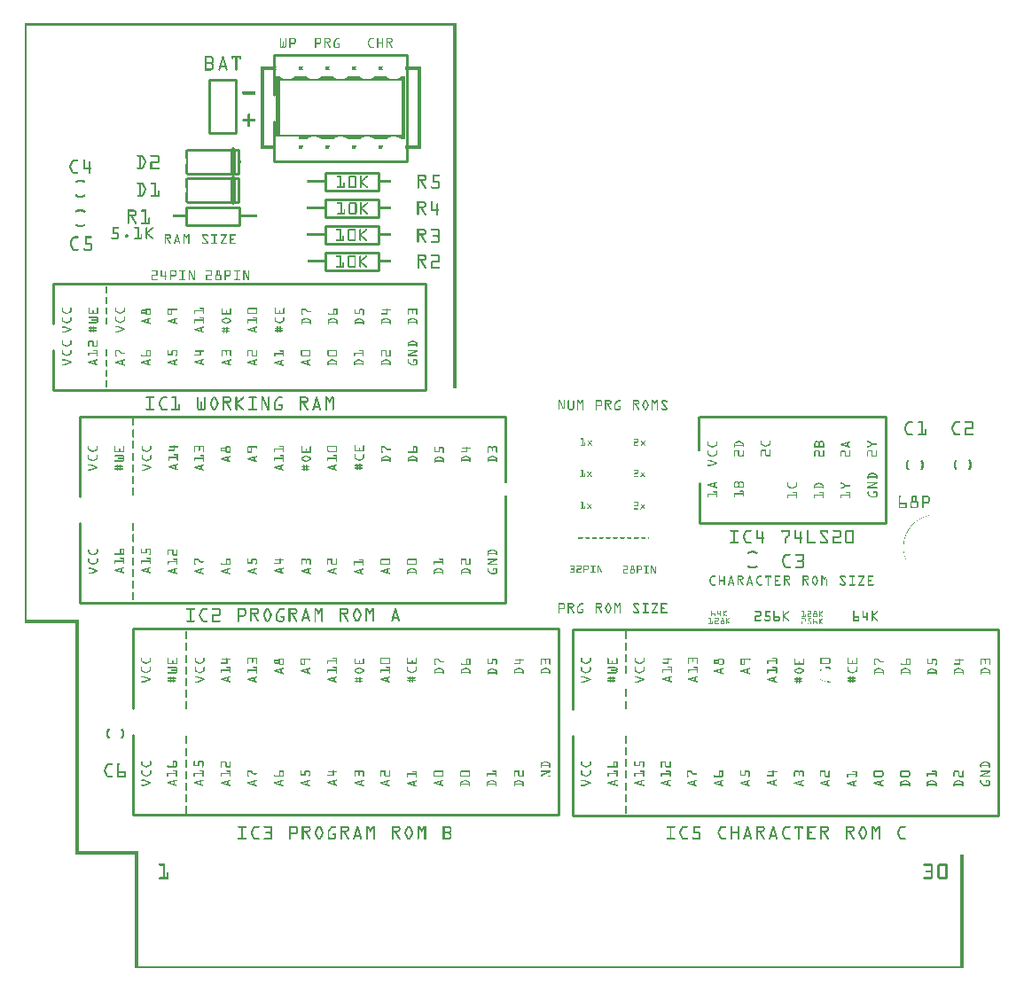
<source format=gto>
G04 MADE WITH FRITZING*
G04 WWW.FRITZING.ORG*
G04 DOUBLE SIDED*
G04 HOLES PLATED*
G04 CONTOUR ON CENTER OF CONTOUR VECTOR*
%ASAXBY*%
%FSLAX23Y23*%
%MOIN*%
%OFA0B0*%
%SFA1.0B1.0*%
%ADD10C,0.010000*%
%ADD11C,0.020000*%
%ADD12R,0.001000X0.001000*%
%LNSILK1*%
G90*
G70*
G54D10*
X1131Y2990D02*
X1331Y2990D01*
D02*
X1331Y2990D02*
X1331Y2924D01*
D02*
X1331Y2924D02*
X1131Y2924D01*
D02*
X1131Y2924D02*
X1131Y2990D01*
D02*
X1130Y2890D02*
X1330Y2890D01*
D02*
X1330Y2890D02*
X1330Y2824D01*
D02*
X1330Y2824D02*
X1130Y2824D01*
D02*
X1130Y2824D02*
X1130Y2890D01*
D02*
X1130Y2790D02*
X1330Y2790D01*
D02*
X1330Y2790D02*
X1330Y2724D01*
D02*
X1330Y2724D02*
X1130Y2724D01*
D02*
X1130Y2724D02*
X1130Y2790D01*
D02*
X1131Y2690D02*
X1331Y2690D01*
D02*
X1331Y2690D02*
X1331Y2624D01*
D02*
X1331Y2624D02*
X1131Y2624D01*
D02*
X1131Y2624D02*
X1131Y2690D01*
D02*
X109Y2172D02*
X1509Y2172D01*
D02*
X1509Y2172D02*
X1509Y2572D01*
D02*
X1509Y2572D02*
X109Y2572D01*
D02*
X109Y2172D02*
X109Y2322D01*
D02*
X109Y2422D02*
X109Y2572D01*
D02*
X408Y575D02*
X2008Y575D01*
D02*
X2008Y575D02*
X2008Y1275D01*
D02*
X2008Y1275D02*
X408Y1275D01*
D02*
X408Y575D02*
X408Y875D01*
D02*
X408Y975D02*
X408Y1275D01*
D02*
X209Y1373D02*
X1809Y1373D01*
D02*
X1809Y2073D02*
X209Y2073D01*
D02*
X209Y1373D02*
X209Y1673D01*
D02*
X209Y1773D02*
X209Y2073D01*
D02*
X2537Y1674D02*
X3237Y1674D01*
D02*
X3237Y1674D02*
X3237Y2074D01*
D02*
X3237Y2074D02*
X2537Y2074D01*
D02*
X2537Y1674D02*
X2537Y1824D01*
D02*
X2062Y574D02*
X3662Y574D01*
D02*
X3662Y574D02*
X3662Y1274D01*
D02*
X3662Y1274D02*
X2062Y1274D01*
D02*
X2062Y574D02*
X2062Y874D01*
D02*
X2062Y974D02*
X2062Y1274D01*
D02*
X805Y2879D02*
X610Y2879D01*
D02*
X610Y2969D02*
X805Y2969D01*
D02*
X805Y2969D02*
X805Y2879D01*
G54D11*
D02*
X785Y2969D02*
X785Y2879D01*
G54D10*
D02*
X806Y2986D02*
X611Y2986D01*
D02*
X611Y3076D02*
X806Y3076D01*
D02*
X806Y3076D02*
X806Y2986D01*
G54D11*
D02*
X786Y3076D02*
X786Y2986D01*
G54D10*
D02*
X807Y2794D02*
X607Y2794D01*
D02*
X607Y2794D02*
X607Y2860D01*
D02*
X607Y2860D02*
X807Y2860D01*
D02*
X807Y2860D02*
X807Y2794D01*
D02*
X695Y3340D02*
X695Y3140D01*
D02*
X695Y3140D02*
X795Y3140D01*
D02*
X795Y3140D02*
X795Y3340D01*
D02*
X795Y3340D02*
X695Y3340D01*
D02*
X939Y3034D02*
X1439Y3034D01*
D02*
X1439Y3034D02*
X1439Y3434D01*
D02*
X1439Y3434D02*
X939Y3434D01*
D02*
X939Y3034D02*
X939Y3184D01*
D02*
X939Y3284D02*
X939Y3434D01*
G54D12*
X0Y3551D02*
X1624Y3551D01*
X0Y3550D02*
X1624Y3550D01*
X0Y3549D02*
X1624Y3549D01*
X0Y3548D02*
X1624Y3548D01*
X0Y3547D02*
X1624Y3547D01*
X0Y3546D02*
X1624Y3546D01*
X0Y3545D02*
X1624Y3545D01*
X0Y3544D02*
X6Y3544D01*
X1611Y3544D02*
X1624Y3544D01*
X0Y3543D02*
X6Y3543D01*
X1611Y3543D02*
X1624Y3543D01*
X0Y3542D02*
X6Y3542D01*
X1611Y3542D02*
X1624Y3542D01*
X0Y3541D02*
X6Y3541D01*
X1611Y3541D02*
X1624Y3541D01*
X0Y3540D02*
X6Y3540D01*
X1611Y3540D02*
X1624Y3540D01*
X0Y3539D02*
X6Y3539D01*
X1611Y3539D02*
X1624Y3539D01*
X0Y3538D02*
X6Y3538D01*
X1611Y3538D02*
X1624Y3538D01*
X0Y3537D02*
X6Y3537D01*
X1611Y3537D02*
X1624Y3537D01*
X0Y3536D02*
X6Y3536D01*
X1611Y3536D02*
X1624Y3536D01*
X0Y3535D02*
X6Y3535D01*
X1611Y3535D02*
X1624Y3535D01*
X0Y3534D02*
X6Y3534D01*
X1611Y3534D02*
X1624Y3534D01*
X0Y3533D02*
X6Y3533D01*
X1611Y3533D02*
X1624Y3533D01*
X0Y3532D02*
X6Y3532D01*
X1611Y3532D02*
X1624Y3532D01*
X0Y3531D02*
X6Y3531D01*
X1611Y3531D02*
X1624Y3531D01*
X0Y3530D02*
X6Y3530D01*
X1611Y3530D02*
X1624Y3530D01*
X0Y3529D02*
X6Y3529D01*
X1611Y3529D02*
X1624Y3529D01*
X0Y3528D02*
X6Y3528D01*
X1611Y3528D02*
X1624Y3528D01*
X0Y3527D02*
X6Y3527D01*
X1611Y3527D02*
X1624Y3527D01*
X0Y3526D02*
X6Y3526D01*
X1611Y3526D02*
X1624Y3526D01*
X0Y3525D02*
X6Y3525D01*
X1611Y3525D02*
X1624Y3525D01*
X0Y3524D02*
X6Y3524D01*
X1611Y3524D02*
X1624Y3524D01*
X0Y3523D02*
X6Y3523D01*
X1611Y3523D02*
X1624Y3523D01*
X0Y3522D02*
X6Y3522D01*
X1611Y3522D02*
X1624Y3522D01*
X0Y3521D02*
X6Y3521D01*
X1611Y3521D02*
X1624Y3521D01*
X0Y3520D02*
X6Y3520D01*
X1611Y3520D02*
X1624Y3520D01*
X0Y3519D02*
X6Y3519D01*
X1611Y3519D02*
X1624Y3519D01*
X0Y3518D02*
X6Y3518D01*
X1611Y3518D02*
X1624Y3518D01*
X0Y3517D02*
X6Y3517D01*
X1611Y3517D02*
X1624Y3517D01*
X0Y3516D02*
X6Y3516D01*
X1611Y3516D02*
X1624Y3516D01*
X0Y3515D02*
X6Y3515D01*
X1611Y3515D02*
X1624Y3515D01*
X0Y3514D02*
X6Y3514D01*
X1611Y3514D02*
X1624Y3514D01*
X0Y3513D02*
X6Y3513D01*
X1611Y3513D02*
X1624Y3513D01*
X0Y3512D02*
X6Y3512D01*
X1611Y3512D02*
X1624Y3512D01*
X0Y3511D02*
X6Y3511D01*
X1611Y3511D02*
X1624Y3511D01*
X0Y3510D02*
X6Y3510D01*
X1611Y3510D02*
X1624Y3510D01*
X0Y3509D02*
X6Y3509D01*
X1611Y3509D02*
X1624Y3509D01*
X0Y3508D02*
X6Y3508D01*
X1611Y3508D02*
X1624Y3508D01*
X0Y3507D02*
X6Y3507D01*
X1611Y3507D02*
X1624Y3507D01*
X0Y3506D02*
X6Y3506D01*
X1611Y3506D02*
X1624Y3506D01*
X0Y3505D02*
X6Y3505D01*
X1611Y3505D02*
X1624Y3505D01*
X0Y3504D02*
X6Y3504D01*
X1611Y3504D02*
X1624Y3504D01*
X0Y3503D02*
X6Y3503D01*
X1611Y3503D02*
X1624Y3503D01*
X0Y3502D02*
X6Y3502D01*
X1611Y3502D02*
X1624Y3502D01*
X0Y3501D02*
X6Y3501D01*
X1611Y3501D02*
X1624Y3501D01*
X0Y3500D02*
X6Y3500D01*
X1611Y3500D02*
X1624Y3500D01*
X0Y3499D02*
X6Y3499D01*
X1611Y3499D02*
X1624Y3499D01*
X0Y3498D02*
X6Y3498D01*
X1611Y3498D02*
X1624Y3498D01*
X0Y3497D02*
X6Y3497D01*
X963Y3497D02*
X963Y3497D01*
X982Y3497D02*
X982Y3497D01*
X996Y3497D02*
X1013Y3497D01*
X1611Y3497D02*
X1624Y3497D01*
X0Y3496D02*
X6Y3496D01*
X961Y3496D02*
X964Y3496D01*
X980Y3496D02*
X983Y3496D01*
X996Y3496D02*
X1015Y3496D01*
X1092Y3496D02*
X1112Y3496D01*
X1127Y3496D02*
X1147Y3496D01*
X1173Y3496D02*
X1185Y3496D01*
X1299Y3496D02*
X1313Y3496D01*
X1326Y3496D02*
X1329Y3496D01*
X1345Y3496D02*
X1348Y3496D01*
X1360Y3496D02*
X1380Y3496D01*
X1611Y3496D02*
X1624Y3496D01*
X0Y3495D02*
X6Y3495D01*
X961Y3495D02*
X965Y3495D01*
X980Y3495D02*
X984Y3495D01*
X996Y3495D02*
X1017Y3495D01*
X1092Y3495D02*
X1113Y3495D01*
X1127Y3495D02*
X1148Y3495D01*
X1172Y3495D02*
X1185Y3495D01*
X1298Y3495D02*
X1313Y3495D01*
X1325Y3495D02*
X1329Y3495D01*
X1345Y3495D02*
X1348Y3495D01*
X1360Y3495D02*
X1381Y3495D01*
X1611Y3495D02*
X1624Y3495D01*
X0Y3494D02*
X6Y3494D01*
X961Y3494D02*
X965Y3494D01*
X980Y3494D02*
X984Y3494D01*
X996Y3494D02*
X1017Y3494D01*
X1092Y3494D02*
X1114Y3494D01*
X1127Y3494D02*
X1149Y3494D01*
X1171Y3494D02*
X1185Y3494D01*
X1297Y3494D02*
X1313Y3494D01*
X1325Y3494D02*
X1329Y3494D01*
X1345Y3494D02*
X1348Y3494D01*
X1360Y3494D02*
X1382Y3494D01*
X1611Y3494D02*
X1624Y3494D01*
X0Y3493D02*
X6Y3493D01*
X961Y3493D02*
X965Y3493D01*
X980Y3493D02*
X984Y3493D01*
X996Y3493D02*
X1018Y3493D01*
X1092Y3493D02*
X1115Y3493D01*
X1127Y3493D02*
X1150Y3493D01*
X1170Y3493D02*
X1185Y3493D01*
X1296Y3493D02*
X1313Y3493D01*
X1325Y3493D02*
X1329Y3493D01*
X1345Y3493D02*
X1348Y3493D01*
X1360Y3493D02*
X1383Y3493D01*
X1611Y3493D02*
X1624Y3493D01*
X0Y3492D02*
X6Y3492D01*
X961Y3492D02*
X965Y3492D01*
X980Y3492D02*
X984Y3492D01*
X996Y3492D02*
X1000Y3492D01*
X1013Y3492D02*
X1018Y3492D01*
X1092Y3492D02*
X1097Y3492D01*
X1109Y3492D02*
X1115Y3492D01*
X1127Y3492D02*
X1132Y3492D01*
X1144Y3492D02*
X1150Y3492D01*
X1169Y3492D02*
X1176Y3492D01*
X1296Y3492D02*
X1302Y3492D01*
X1325Y3492D02*
X1329Y3492D01*
X1345Y3492D02*
X1348Y3492D01*
X1360Y3492D02*
X1365Y3492D01*
X1377Y3492D02*
X1383Y3492D01*
X1611Y3492D02*
X1624Y3492D01*
X0Y3491D02*
X6Y3491D01*
X961Y3491D02*
X965Y3491D01*
X980Y3491D02*
X984Y3491D01*
X996Y3491D02*
X1000Y3491D01*
X1015Y3491D02*
X1019Y3491D01*
X1092Y3491D02*
X1096Y3491D01*
X1111Y3491D02*
X1115Y3491D01*
X1127Y3491D02*
X1131Y3491D01*
X1146Y3491D02*
X1150Y3491D01*
X1169Y3491D02*
X1174Y3491D01*
X1295Y3491D02*
X1300Y3491D01*
X1325Y3491D02*
X1329Y3491D01*
X1345Y3491D02*
X1348Y3491D01*
X1360Y3491D02*
X1364Y3491D01*
X1379Y3491D02*
X1383Y3491D01*
X1611Y3491D02*
X1624Y3491D01*
X0Y3490D02*
X6Y3490D01*
X961Y3490D02*
X965Y3490D01*
X980Y3490D02*
X984Y3490D01*
X996Y3490D02*
X1000Y3490D01*
X1015Y3490D02*
X1019Y3490D01*
X1092Y3490D02*
X1096Y3490D01*
X1111Y3490D02*
X1115Y3490D01*
X1127Y3490D02*
X1131Y3490D01*
X1146Y3490D02*
X1150Y3490D01*
X1168Y3490D02*
X1173Y3490D01*
X1295Y3490D02*
X1299Y3490D01*
X1325Y3490D02*
X1329Y3490D01*
X1345Y3490D02*
X1348Y3490D01*
X1360Y3490D02*
X1364Y3490D01*
X1379Y3490D02*
X1383Y3490D01*
X1611Y3490D02*
X1624Y3490D01*
X0Y3489D02*
X6Y3489D01*
X961Y3489D02*
X965Y3489D01*
X980Y3489D02*
X984Y3489D01*
X996Y3489D02*
X1000Y3489D01*
X1015Y3489D02*
X1019Y3489D01*
X1092Y3489D02*
X1096Y3489D01*
X1112Y3489D02*
X1115Y3489D01*
X1127Y3489D02*
X1131Y3489D01*
X1147Y3489D02*
X1150Y3489D01*
X1167Y3489D02*
X1172Y3489D01*
X1294Y3489D02*
X1299Y3489D01*
X1325Y3489D02*
X1329Y3489D01*
X1345Y3489D02*
X1348Y3489D01*
X1360Y3489D02*
X1364Y3489D01*
X1380Y3489D02*
X1383Y3489D01*
X1611Y3489D02*
X1624Y3489D01*
X0Y3488D02*
X6Y3488D01*
X961Y3488D02*
X965Y3488D01*
X980Y3488D02*
X984Y3488D01*
X996Y3488D02*
X1000Y3488D01*
X1015Y3488D02*
X1019Y3488D01*
X1092Y3488D02*
X1096Y3488D01*
X1112Y3488D02*
X1115Y3488D01*
X1127Y3488D02*
X1131Y3488D01*
X1147Y3488D02*
X1150Y3488D01*
X1166Y3488D02*
X1171Y3488D01*
X1294Y3488D02*
X1298Y3488D01*
X1325Y3488D02*
X1329Y3488D01*
X1345Y3488D02*
X1348Y3488D01*
X1360Y3488D02*
X1364Y3488D01*
X1380Y3488D02*
X1383Y3488D01*
X1611Y3488D02*
X1624Y3488D01*
X0Y3487D02*
X6Y3487D01*
X961Y3487D02*
X965Y3487D01*
X980Y3487D02*
X984Y3487D01*
X996Y3487D02*
X1000Y3487D01*
X1015Y3487D02*
X1019Y3487D01*
X1092Y3487D02*
X1096Y3487D01*
X1112Y3487D02*
X1115Y3487D01*
X1127Y3487D02*
X1131Y3487D01*
X1147Y3487D02*
X1150Y3487D01*
X1165Y3487D02*
X1171Y3487D01*
X1293Y3487D02*
X1298Y3487D01*
X1325Y3487D02*
X1329Y3487D01*
X1345Y3487D02*
X1348Y3487D01*
X1360Y3487D02*
X1364Y3487D01*
X1380Y3487D02*
X1383Y3487D01*
X1611Y3487D02*
X1624Y3487D01*
X0Y3486D02*
X6Y3486D01*
X961Y3486D02*
X965Y3486D01*
X980Y3486D02*
X984Y3486D01*
X996Y3486D02*
X1000Y3486D01*
X1015Y3486D02*
X1019Y3486D01*
X1092Y3486D02*
X1096Y3486D01*
X1112Y3486D02*
X1115Y3486D01*
X1127Y3486D02*
X1131Y3486D01*
X1146Y3486D02*
X1150Y3486D01*
X1165Y3486D02*
X1170Y3486D01*
X1293Y3486D02*
X1297Y3486D01*
X1325Y3486D02*
X1329Y3486D01*
X1345Y3486D02*
X1348Y3486D01*
X1360Y3486D02*
X1364Y3486D01*
X1379Y3486D02*
X1383Y3486D01*
X1611Y3486D02*
X1624Y3486D01*
X0Y3485D02*
X6Y3485D01*
X961Y3485D02*
X965Y3485D01*
X980Y3485D02*
X984Y3485D01*
X996Y3485D02*
X1000Y3485D01*
X1015Y3485D02*
X1019Y3485D01*
X1092Y3485D02*
X1096Y3485D01*
X1112Y3485D02*
X1115Y3485D01*
X1127Y3485D02*
X1131Y3485D01*
X1145Y3485D02*
X1150Y3485D01*
X1164Y3485D02*
X1169Y3485D01*
X1292Y3485D02*
X1297Y3485D01*
X1325Y3485D02*
X1329Y3485D01*
X1345Y3485D02*
X1348Y3485D01*
X1360Y3485D02*
X1364Y3485D01*
X1378Y3485D02*
X1383Y3485D01*
X1611Y3485D02*
X1624Y3485D01*
X0Y3484D02*
X6Y3484D01*
X961Y3484D02*
X965Y3484D01*
X971Y3484D02*
X973Y3484D01*
X980Y3484D02*
X984Y3484D01*
X996Y3484D02*
X1000Y3484D01*
X1015Y3484D02*
X1019Y3484D01*
X1092Y3484D02*
X1096Y3484D01*
X1112Y3484D02*
X1115Y3484D01*
X1127Y3484D02*
X1150Y3484D01*
X1163Y3484D02*
X1168Y3484D01*
X1292Y3484D02*
X1296Y3484D01*
X1325Y3484D02*
X1329Y3484D01*
X1345Y3484D02*
X1348Y3484D01*
X1360Y3484D02*
X1383Y3484D01*
X1611Y3484D02*
X1624Y3484D01*
X0Y3483D02*
X6Y3483D01*
X961Y3483D02*
X965Y3483D01*
X970Y3483D02*
X974Y3483D01*
X980Y3483D02*
X984Y3483D01*
X996Y3483D02*
X1000Y3483D01*
X1015Y3483D02*
X1019Y3483D01*
X1092Y3483D02*
X1096Y3483D01*
X1112Y3483D02*
X1115Y3483D01*
X1127Y3483D02*
X1149Y3483D01*
X1163Y3483D02*
X1168Y3483D01*
X1291Y3483D02*
X1296Y3483D01*
X1325Y3483D02*
X1329Y3483D01*
X1345Y3483D02*
X1348Y3483D01*
X1360Y3483D02*
X1382Y3483D01*
X1611Y3483D02*
X1624Y3483D01*
X0Y3482D02*
X6Y3482D01*
X961Y3482D02*
X965Y3482D01*
X970Y3482D02*
X974Y3482D01*
X980Y3482D02*
X984Y3482D01*
X996Y3482D02*
X1000Y3482D01*
X1015Y3482D02*
X1019Y3482D01*
X1092Y3482D02*
X1096Y3482D01*
X1112Y3482D02*
X1115Y3482D01*
X1127Y3482D02*
X1148Y3482D01*
X1163Y3482D02*
X1167Y3482D01*
X1291Y3482D02*
X1295Y3482D01*
X1325Y3482D02*
X1329Y3482D01*
X1345Y3482D02*
X1348Y3482D01*
X1360Y3482D02*
X1381Y3482D01*
X1611Y3482D02*
X1624Y3482D01*
X0Y3481D02*
X6Y3481D01*
X961Y3481D02*
X965Y3481D01*
X970Y3481D02*
X974Y3481D01*
X980Y3481D02*
X984Y3481D01*
X996Y3481D02*
X1000Y3481D01*
X1015Y3481D02*
X1019Y3481D01*
X1092Y3481D02*
X1096Y3481D01*
X1111Y3481D02*
X1115Y3481D01*
X1127Y3481D02*
X1147Y3481D01*
X1162Y3481D02*
X1166Y3481D01*
X1291Y3481D02*
X1295Y3481D01*
X1325Y3481D02*
X1329Y3481D01*
X1345Y3481D02*
X1348Y3481D01*
X1360Y3481D02*
X1380Y3481D01*
X1611Y3481D02*
X1624Y3481D01*
X0Y3480D02*
X6Y3480D01*
X961Y3480D02*
X965Y3480D01*
X970Y3480D02*
X974Y3480D01*
X980Y3480D02*
X984Y3480D01*
X996Y3480D02*
X1000Y3480D01*
X1015Y3480D02*
X1019Y3480D01*
X1092Y3480D02*
X1096Y3480D01*
X1111Y3480D02*
X1115Y3480D01*
X1127Y3480D02*
X1145Y3480D01*
X1162Y3480D02*
X1166Y3480D01*
X1290Y3480D02*
X1295Y3480D01*
X1325Y3480D02*
X1348Y3480D01*
X1360Y3480D02*
X1378Y3480D01*
X1611Y3480D02*
X1624Y3480D01*
X0Y3479D02*
X6Y3479D01*
X961Y3479D02*
X965Y3479D01*
X970Y3479D02*
X974Y3479D01*
X980Y3479D02*
X984Y3479D01*
X996Y3479D02*
X1000Y3479D01*
X1014Y3479D02*
X1019Y3479D01*
X1092Y3479D02*
X1096Y3479D01*
X1111Y3479D02*
X1115Y3479D01*
X1127Y3479D02*
X1131Y3479D01*
X1136Y3479D02*
X1141Y3479D01*
X1162Y3479D02*
X1166Y3479D01*
X1290Y3479D02*
X1294Y3479D01*
X1325Y3479D02*
X1348Y3479D01*
X1360Y3479D02*
X1364Y3479D01*
X1369Y3479D02*
X1374Y3479D01*
X1611Y3479D02*
X1624Y3479D01*
X0Y3478D02*
X6Y3478D01*
X961Y3478D02*
X965Y3478D01*
X970Y3478D02*
X974Y3478D01*
X980Y3478D02*
X984Y3478D01*
X996Y3478D02*
X1018Y3478D01*
X1092Y3478D02*
X1115Y3478D01*
X1127Y3478D02*
X1131Y3478D01*
X1137Y3478D02*
X1141Y3478D01*
X1162Y3478D02*
X1166Y3478D01*
X1290Y3478D02*
X1294Y3478D01*
X1325Y3478D02*
X1348Y3478D01*
X1360Y3478D02*
X1364Y3478D01*
X1370Y3478D02*
X1374Y3478D01*
X1611Y3478D02*
X1624Y3478D01*
X0Y3477D02*
X6Y3477D01*
X961Y3477D02*
X965Y3477D01*
X970Y3477D02*
X974Y3477D01*
X980Y3477D02*
X984Y3477D01*
X996Y3477D02*
X1018Y3477D01*
X1092Y3477D02*
X1114Y3477D01*
X1127Y3477D02*
X1131Y3477D01*
X1137Y3477D02*
X1142Y3477D01*
X1162Y3477D02*
X1166Y3477D01*
X1290Y3477D02*
X1294Y3477D01*
X1325Y3477D02*
X1348Y3477D01*
X1360Y3477D02*
X1364Y3477D01*
X1370Y3477D02*
X1375Y3477D01*
X1611Y3477D02*
X1624Y3477D01*
X0Y3476D02*
X6Y3476D01*
X961Y3476D02*
X965Y3476D01*
X970Y3476D02*
X974Y3476D01*
X980Y3476D02*
X984Y3476D01*
X996Y3476D02*
X1017Y3476D01*
X1092Y3476D02*
X1113Y3476D01*
X1127Y3476D02*
X1131Y3476D01*
X1138Y3476D02*
X1142Y3476D01*
X1162Y3476D02*
X1166Y3476D01*
X1176Y3476D02*
X1185Y3476D01*
X1291Y3476D02*
X1295Y3476D01*
X1325Y3476D02*
X1348Y3476D01*
X1360Y3476D02*
X1364Y3476D01*
X1371Y3476D02*
X1375Y3476D01*
X1611Y3476D02*
X1624Y3476D01*
X0Y3475D02*
X6Y3475D01*
X961Y3475D02*
X965Y3475D01*
X970Y3475D02*
X974Y3475D01*
X980Y3475D02*
X984Y3475D01*
X996Y3475D02*
X1016Y3475D01*
X1092Y3475D02*
X1112Y3475D01*
X1127Y3475D02*
X1131Y3475D01*
X1138Y3475D02*
X1143Y3475D01*
X1162Y3475D02*
X1166Y3475D01*
X1175Y3475D02*
X1185Y3475D01*
X1291Y3475D02*
X1295Y3475D01*
X1325Y3475D02*
X1329Y3475D01*
X1345Y3475D02*
X1348Y3475D01*
X1360Y3475D02*
X1364Y3475D01*
X1371Y3475D02*
X1376Y3475D01*
X1611Y3475D02*
X1624Y3475D01*
X0Y3474D02*
X6Y3474D01*
X961Y3474D02*
X965Y3474D01*
X970Y3474D02*
X974Y3474D01*
X980Y3474D02*
X984Y3474D01*
X996Y3474D02*
X1014Y3474D01*
X1092Y3474D02*
X1111Y3474D01*
X1127Y3474D02*
X1131Y3474D01*
X1139Y3474D02*
X1144Y3474D01*
X1162Y3474D02*
X1166Y3474D01*
X1174Y3474D02*
X1185Y3474D01*
X1291Y3474D02*
X1295Y3474D01*
X1325Y3474D02*
X1329Y3474D01*
X1345Y3474D02*
X1348Y3474D01*
X1360Y3474D02*
X1364Y3474D01*
X1372Y3474D02*
X1377Y3474D01*
X1611Y3474D02*
X1624Y3474D01*
X0Y3473D02*
X6Y3473D01*
X961Y3473D02*
X965Y3473D01*
X970Y3473D02*
X974Y3473D01*
X980Y3473D02*
X984Y3473D01*
X996Y3473D02*
X1000Y3473D01*
X1092Y3473D02*
X1096Y3473D01*
X1127Y3473D02*
X1131Y3473D01*
X1139Y3473D02*
X1144Y3473D01*
X1162Y3473D02*
X1166Y3473D01*
X1175Y3473D02*
X1185Y3473D01*
X1291Y3473D02*
X1296Y3473D01*
X1325Y3473D02*
X1329Y3473D01*
X1345Y3473D02*
X1348Y3473D01*
X1360Y3473D02*
X1364Y3473D01*
X1372Y3473D02*
X1377Y3473D01*
X1611Y3473D02*
X1624Y3473D01*
X0Y3472D02*
X6Y3472D01*
X961Y3472D02*
X965Y3472D01*
X970Y3472D02*
X974Y3472D01*
X980Y3472D02*
X984Y3472D01*
X996Y3472D02*
X1000Y3472D01*
X1092Y3472D02*
X1096Y3472D01*
X1127Y3472D02*
X1131Y3472D01*
X1140Y3472D02*
X1145Y3472D01*
X1162Y3472D02*
X1166Y3472D01*
X1175Y3472D02*
X1185Y3472D01*
X1292Y3472D02*
X1296Y3472D01*
X1325Y3472D02*
X1329Y3472D01*
X1345Y3472D02*
X1348Y3472D01*
X1360Y3472D02*
X1364Y3472D01*
X1373Y3472D02*
X1378Y3472D01*
X1611Y3472D02*
X1624Y3472D01*
X0Y3471D02*
X6Y3471D01*
X961Y3471D02*
X965Y3471D01*
X970Y3471D02*
X974Y3471D01*
X980Y3471D02*
X984Y3471D01*
X996Y3471D02*
X1000Y3471D01*
X1092Y3471D02*
X1096Y3471D01*
X1127Y3471D02*
X1131Y3471D01*
X1141Y3471D02*
X1145Y3471D01*
X1162Y3471D02*
X1166Y3471D01*
X1182Y3471D02*
X1185Y3471D01*
X1292Y3471D02*
X1297Y3471D01*
X1325Y3471D02*
X1329Y3471D01*
X1345Y3471D02*
X1348Y3471D01*
X1360Y3471D02*
X1364Y3471D01*
X1374Y3471D02*
X1378Y3471D01*
X1611Y3471D02*
X1624Y3471D01*
X0Y3470D02*
X6Y3470D01*
X961Y3470D02*
X965Y3470D01*
X970Y3470D02*
X974Y3470D01*
X980Y3470D02*
X984Y3470D01*
X996Y3470D02*
X1000Y3470D01*
X1092Y3470D02*
X1096Y3470D01*
X1127Y3470D02*
X1131Y3470D01*
X1141Y3470D02*
X1146Y3470D01*
X1162Y3470D02*
X1166Y3470D01*
X1182Y3470D02*
X1185Y3470D01*
X1293Y3470D02*
X1297Y3470D01*
X1325Y3470D02*
X1329Y3470D01*
X1345Y3470D02*
X1348Y3470D01*
X1360Y3470D02*
X1364Y3470D01*
X1374Y3470D02*
X1379Y3470D01*
X1611Y3470D02*
X1624Y3470D01*
X0Y3469D02*
X6Y3469D01*
X961Y3469D02*
X965Y3469D01*
X970Y3469D02*
X974Y3469D01*
X980Y3469D02*
X984Y3469D01*
X996Y3469D02*
X1000Y3469D01*
X1092Y3469D02*
X1096Y3469D01*
X1127Y3469D02*
X1131Y3469D01*
X1142Y3469D02*
X1146Y3469D01*
X1162Y3469D02*
X1166Y3469D01*
X1182Y3469D02*
X1185Y3469D01*
X1293Y3469D02*
X1298Y3469D01*
X1325Y3469D02*
X1329Y3469D01*
X1345Y3469D02*
X1348Y3469D01*
X1360Y3469D02*
X1364Y3469D01*
X1375Y3469D02*
X1380Y3469D01*
X1611Y3469D02*
X1624Y3469D01*
X0Y3468D02*
X6Y3468D01*
X961Y3468D02*
X965Y3468D01*
X970Y3468D02*
X974Y3468D01*
X980Y3468D02*
X984Y3468D01*
X996Y3468D02*
X1000Y3468D01*
X1092Y3468D02*
X1096Y3468D01*
X1127Y3468D02*
X1131Y3468D01*
X1142Y3468D02*
X1147Y3468D01*
X1162Y3468D02*
X1166Y3468D01*
X1182Y3468D02*
X1185Y3468D01*
X1294Y3468D02*
X1298Y3468D01*
X1325Y3468D02*
X1329Y3468D01*
X1345Y3468D02*
X1348Y3468D01*
X1360Y3468D02*
X1364Y3468D01*
X1375Y3468D02*
X1380Y3468D01*
X1611Y3468D02*
X1624Y3468D01*
X0Y3467D02*
X6Y3467D01*
X961Y3467D02*
X965Y3467D01*
X970Y3467D02*
X974Y3467D01*
X980Y3467D02*
X984Y3467D01*
X996Y3467D02*
X1000Y3467D01*
X1092Y3467D02*
X1096Y3467D01*
X1127Y3467D02*
X1131Y3467D01*
X1143Y3467D02*
X1148Y3467D01*
X1162Y3467D02*
X1166Y3467D01*
X1182Y3467D02*
X1185Y3467D01*
X1294Y3467D02*
X1299Y3467D01*
X1325Y3467D02*
X1329Y3467D01*
X1345Y3467D02*
X1348Y3467D01*
X1360Y3467D02*
X1364Y3467D01*
X1376Y3467D02*
X1381Y3467D01*
X1611Y3467D02*
X1624Y3467D01*
X0Y3466D02*
X6Y3466D01*
X961Y3466D02*
X965Y3466D01*
X970Y3466D02*
X975Y3466D01*
X980Y3466D02*
X984Y3466D01*
X996Y3466D02*
X1000Y3466D01*
X1092Y3466D02*
X1096Y3466D01*
X1127Y3466D02*
X1131Y3466D01*
X1144Y3466D02*
X1148Y3466D01*
X1162Y3466D02*
X1166Y3466D01*
X1181Y3466D02*
X1185Y3466D01*
X1295Y3466D02*
X1299Y3466D01*
X1325Y3466D02*
X1329Y3466D01*
X1345Y3466D02*
X1348Y3466D01*
X1360Y3466D02*
X1364Y3466D01*
X1377Y3466D02*
X1381Y3466D01*
X1611Y3466D02*
X1624Y3466D01*
X0Y3465D02*
X6Y3465D01*
X961Y3465D02*
X965Y3465D01*
X969Y3465D02*
X975Y3465D01*
X979Y3465D02*
X984Y3465D01*
X996Y3465D02*
X1000Y3465D01*
X1092Y3465D02*
X1096Y3465D01*
X1127Y3465D02*
X1131Y3465D01*
X1144Y3465D02*
X1149Y3465D01*
X1162Y3465D02*
X1167Y3465D01*
X1181Y3465D02*
X1185Y3465D01*
X1295Y3465D02*
X1300Y3465D01*
X1325Y3465D02*
X1329Y3465D01*
X1345Y3465D02*
X1348Y3465D01*
X1360Y3465D02*
X1364Y3465D01*
X1377Y3465D02*
X1382Y3465D01*
X1611Y3465D02*
X1624Y3465D01*
X0Y3464D02*
X6Y3464D01*
X961Y3464D02*
X983Y3464D01*
X996Y3464D02*
X1000Y3464D01*
X1092Y3464D02*
X1096Y3464D01*
X1127Y3464D02*
X1131Y3464D01*
X1145Y3464D02*
X1149Y3464D01*
X1163Y3464D02*
X1185Y3464D01*
X1296Y3464D02*
X1311Y3464D01*
X1325Y3464D02*
X1329Y3464D01*
X1345Y3464D02*
X1348Y3464D01*
X1360Y3464D02*
X1364Y3464D01*
X1378Y3464D02*
X1382Y3464D01*
X1611Y3464D02*
X1624Y3464D01*
X0Y3463D02*
X6Y3463D01*
X962Y3463D02*
X983Y3463D01*
X996Y3463D02*
X1000Y3463D01*
X1092Y3463D02*
X1096Y3463D01*
X1127Y3463D02*
X1131Y3463D01*
X1145Y3463D02*
X1150Y3463D01*
X1163Y3463D02*
X1185Y3463D01*
X1297Y3463D02*
X1313Y3463D01*
X1325Y3463D02*
X1329Y3463D01*
X1345Y3463D02*
X1348Y3463D01*
X1360Y3463D02*
X1364Y3463D01*
X1378Y3463D02*
X1383Y3463D01*
X1611Y3463D02*
X1624Y3463D01*
X0Y3462D02*
X6Y3462D01*
X963Y3462D02*
X982Y3462D01*
X996Y3462D02*
X1000Y3462D01*
X1092Y3462D02*
X1096Y3462D01*
X1127Y3462D02*
X1131Y3462D01*
X1146Y3462D02*
X1150Y3462D01*
X1164Y3462D02*
X1184Y3462D01*
X1297Y3462D02*
X1313Y3462D01*
X1325Y3462D02*
X1329Y3462D01*
X1345Y3462D02*
X1348Y3462D01*
X1360Y3462D02*
X1364Y3462D01*
X1379Y3462D02*
X1383Y3462D01*
X1611Y3462D02*
X1624Y3462D01*
X0Y3461D02*
X6Y3461D01*
X963Y3461D02*
X981Y3461D01*
X996Y3461D02*
X999Y3461D01*
X1092Y3461D02*
X1096Y3461D01*
X1127Y3461D02*
X1131Y3461D01*
X1146Y3461D02*
X1150Y3461D01*
X1165Y3461D02*
X1183Y3461D01*
X1298Y3461D02*
X1313Y3461D01*
X1325Y3461D02*
X1329Y3461D01*
X1345Y3461D02*
X1348Y3461D01*
X1360Y3461D02*
X1364Y3461D01*
X1379Y3461D02*
X1383Y3461D01*
X1611Y3461D02*
X1624Y3461D01*
X0Y3460D02*
X6Y3460D01*
X964Y3460D02*
X971Y3460D01*
X974Y3460D02*
X981Y3460D01*
X997Y3460D02*
X999Y3460D01*
X1093Y3460D02*
X1095Y3460D01*
X1128Y3460D02*
X1131Y3460D01*
X1147Y3460D02*
X1150Y3460D01*
X1166Y3460D02*
X1182Y3460D01*
X1300Y3460D02*
X1313Y3460D01*
X1326Y3460D02*
X1329Y3460D01*
X1345Y3460D02*
X1348Y3460D01*
X1361Y3460D02*
X1364Y3460D01*
X1380Y3460D02*
X1383Y3460D01*
X1611Y3460D02*
X1624Y3460D01*
X0Y3459D02*
X6Y3459D01*
X1611Y3459D02*
X1624Y3459D01*
X0Y3458D02*
X6Y3458D01*
X1611Y3458D02*
X1624Y3458D01*
X0Y3457D02*
X6Y3457D01*
X1611Y3457D02*
X1624Y3457D01*
X0Y3456D02*
X6Y3456D01*
X1611Y3456D02*
X1624Y3456D01*
X0Y3455D02*
X6Y3455D01*
X1611Y3455D02*
X1624Y3455D01*
X0Y3454D02*
X6Y3454D01*
X1611Y3454D02*
X1624Y3454D01*
X0Y3453D02*
X6Y3453D01*
X1611Y3453D02*
X1624Y3453D01*
X0Y3452D02*
X6Y3452D01*
X1611Y3452D02*
X1624Y3452D01*
X0Y3451D02*
X6Y3451D01*
X1611Y3451D02*
X1624Y3451D01*
X0Y3450D02*
X6Y3450D01*
X1611Y3450D02*
X1624Y3450D01*
X0Y3449D02*
X6Y3449D01*
X1611Y3449D02*
X1624Y3449D01*
X0Y3448D02*
X6Y3448D01*
X1611Y3448D02*
X1624Y3448D01*
X0Y3447D02*
X6Y3447D01*
X1611Y3447D02*
X1624Y3447D01*
X0Y3446D02*
X6Y3446D01*
X1611Y3446D02*
X1624Y3446D01*
X0Y3445D02*
X6Y3445D01*
X1611Y3445D02*
X1624Y3445D01*
X0Y3444D02*
X6Y3444D01*
X1611Y3444D02*
X1624Y3444D01*
X0Y3443D02*
X6Y3443D01*
X1611Y3443D02*
X1624Y3443D01*
X0Y3442D02*
X6Y3442D01*
X1611Y3442D02*
X1624Y3442D01*
X0Y3441D02*
X6Y3441D01*
X1611Y3441D02*
X1624Y3441D01*
X0Y3440D02*
X6Y3440D01*
X1611Y3440D02*
X1624Y3440D01*
X0Y3439D02*
X6Y3439D01*
X1611Y3439D02*
X1624Y3439D01*
X0Y3438D02*
X6Y3438D01*
X1611Y3438D02*
X1624Y3438D01*
X0Y3437D02*
X6Y3437D01*
X1611Y3437D02*
X1624Y3437D01*
X0Y3436D02*
X6Y3436D01*
X1611Y3436D02*
X1624Y3436D01*
X0Y3435D02*
X6Y3435D01*
X1611Y3435D02*
X1624Y3435D01*
X0Y3434D02*
X6Y3434D01*
X1611Y3434D02*
X1624Y3434D01*
X0Y3433D02*
X6Y3433D01*
X1611Y3433D02*
X1624Y3433D01*
X0Y3432D02*
X6Y3432D01*
X1611Y3432D02*
X1624Y3432D01*
X0Y3431D02*
X6Y3431D01*
X1611Y3431D02*
X1624Y3431D01*
X0Y3430D02*
X6Y3430D01*
X1611Y3430D02*
X1624Y3430D01*
X0Y3429D02*
X6Y3429D01*
X1611Y3429D02*
X1624Y3429D01*
X0Y3428D02*
X6Y3428D01*
X679Y3428D02*
X703Y3428D01*
X744Y3428D02*
X748Y3428D01*
X779Y3428D02*
X813Y3428D01*
X1611Y3428D02*
X1624Y3428D01*
X0Y3427D02*
X6Y3427D01*
X679Y3427D02*
X705Y3427D01*
X743Y3427D02*
X748Y3427D01*
X779Y3427D02*
X813Y3427D01*
X1611Y3427D02*
X1624Y3427D01*
X0Y3426D02*
X6Y3426D01*
X679Y3426D02*
X707Y3426D01*
X743Y3426D02*
X749Y3426D01*
X779Y3426D02*
X813Y3426D01*
X1611Y3426D02*
X1624Y3426D01*
X0Y3425D02*
X6Y3425D01*
X679Y3425D02*
X708Y3425D01*
X743Y3425D02*
X749Y3425D01*
X779Y3425D02*
X813Y3425D01*
X1611Y3425D02*
X1624Y3425D01*
X0Y3424D02*
X6Y3424D01*
X679Y3424D02*
X709Y3424D01*
X742Y3424D02*
X749Y3424D01*
X779Y3424D02*
X813Y3424D01*
X1611Y3424D02*
X1624Y3424D01*
X0Y3423D02*
X6Y3423D01*
X679Y3423D02*
X710Y3423D01*
X742Y3423D02*
X750Y3423D01*
X779Y3423D02*
X813Y3423D01*
X1611Y3423D02*
X1624Y3423D01*
X0Y3422D02*
X6Y3422D01*
X679Y3422D02*
X710Y3422D01*
X742Y3422D02*
X750Y3422D01*
X779Y3422D02*
X813Y3422D01*
X1611Y3422D02*
X1624Y3422D01*
X0Y3421D02*
X6Y3421D01*
X679Y3421D02*
X685Y3421D01*
X703Y3421D02*
X711Y3421D01*
X741Y3421D02*
X750Y3421D01*
X779Y3421D02*
X785Y3421D01*
X793Y3421D02*
X799Y3421D01*
X807Y3421D02*
X813Y3421D01*
X1611Y3421D02*
X1624Y3421D01*
X0Y3420D02*
X6Y3420D01*
X679Y3420D02*
X685Y3420D01*
X704Y3420D02*
X711Y3420D01*
X741Y3420D02*
X751Y3420D01*
X779Y3420D02*
X785Y3420D01*
X793Y3420D02*
X799Y3420D01*
X807Y3420D02*
X813Y3420D01*
X1611Y3420D02*
X1624Y3420D01*
X0Y3419D02*
X6Y3419D01*
X679Y3419D02*
X685Y3419D01*
X705Y3419D02*
X712Y3419D01*
X741Y3419D02*
X751Y3419D01*
X779Y3419D02*
X785Y3419D01*
X793Y3419D02*
X799Y3419D01*
X807Y3419D02*
X813Y3419D01*
X1611Y3419D02*
X1624Y3419D01*
X0Y3418D02*
X6Y3418D01*
X679Y3418D02*
X685Y3418D01*
X706Y3418D02*
X712Y3418D01*
X741Y3418D02*
X751Y3418D01*
X780Y3418D02*
X785Y3418D01*
X793Y3418D02*
X799Y3418D01*
X807Y3418D02*
X813Y3418D01*
X1611Y3418D02*
X1624Y3418D01*
X0Y3417D02*
X6Y3417D01*
X679Y3417D02*
X685Y3417D01*
X706Y3417D02*
X712Y3417D01*
X740Y3417D02*
X751Y3417D01*
X780Y3417D02*
X784Y3417D01*
X793Y3417D02*
X799Y3417D01*
X808Y3417D02*
X812Y3417D01*
X1611Y3417D02*
X1624Y3417D01*
X0Y3416D02*
X6Y3416D01*
X679Y3416D02*
X685Y3416D01*
X706Y3416D02*
X712Y3416D01*
X740Y3416D02*
X752Y3416D01*
X793Y3416D02*
X799Y3416D01*
X1611Y3416D02*
X1624Y3416D01*
X0Y3415D02*
X6Y3415D01*
X679Y3415D02*
X685Y3415D01*
X706Y3415D02*
X712Y3415D01*
X740Y3415D02*
X752Y3415D01*
X793Y3415D02*
X799Y3415D01*
X1611Y3415D02*
X1624Y3415D01*
X0Y3414D02*
X6Y3414D01*
X679Y3414D02*
X685Y3414D01*
X706Y3414D02*
X712Y3414D01*
X739Y3414D02*
X752Y3414D01*
X793Y3414D02*
X799Y3414D01*
X1611Y3414D02*
X1624Y3414D01*
X0Y3413D02*
X6Y3413D01*
X679Y3413D02*
X685Y3413D01*
X706Y3413D02*
X712Y3413D01*
X739Y3413D02*
X753Y3413D01*
X793Y3413D02*
X799Y3413D01*
X1611Y3413D02*
X1624Y3413D01*
X0Y3412D02*
X6Y3412D01*
X679Y3412D02*
X685Y3412D01*
X706Y3412D02*
X712Y3412D01*
X739Y3412D02*
X753Y3412D01*
X793Y3412D02*
X799Y3412D01*
X1611Y3412D02*
X1624Y3412D01*
X0Y3411D02*
X6Y3411D01*
X679Y3411D02*
X685Y3411D01*
X706Y3411D02*
X712Y3411D01*
X738Y3411D02*
X745Y3411D01*
X747Y3411D02*
X753Y3411D01*
X793Y3411D02*
X799Y3411D01*
X1611Y3411D02*
X1624Y3411D01*
X0Y3410D02*
X6Y3410D01*
X679Y3410D02*
X685Y3410D01*
X706Y3410D02*
X712Y3410D01*
X738Y3410D02*
X745Y3410D01*
X747Y3410D02*
X753Y3410D01*
X793Y3410D02*
X799Y3410D01*
X1611Y3410D02*
X1624Y3410D01*
X0Y3409D02*
X6Y3409D01*
X679Y3409D02*
X685Y3409D01*
X706Y3409D02*
X712Y3409D01*
X738Y3409D02*
X744Y3409D01*
X747Y3409D02*
X754Y3409D01*
X793Y3409D02*
X799Y3409D01*
X1611Y3409D02*
X1624Y3409D01*
X0Y3408D02*
X6Y3408D01*
X679Y3408D02*
X685Y3408D01*
X705Y3408D02*
X712Y3408D01*
X738Y3408D02*
X744Y3408D01*
X748Y3408D02*
X754Y3408D01*
X793Y3408D02*
X799Y3408D01*
X1611Y3408D02*
X1624Y3408D01*
X0Y3407D02*
X6Y3407D01*
X679Y3407D02*
X685Y3407D01*
X704Y3407D02*
X711Y3407D01*
X737Y3407D02*
X744Y3407D01*
X748Y3407D02*
X754Y3407D01*
X793Y3407D02*
X799Y3407D01*
X1611Y3407D02*
X1624Y3407D01*
X0Y3406D02*
X6Y3406D01*
X679Y3406D02*
X685Y3406D01*
X702Y3406D02*
X711Y3406D01*
X737Y3406D02*
X743Y3406D01*
X748Y3406D02*
X755Y3406D01*
X793Y3406D02*
X799Y3406D01*
X1611Y3406D02*
X1624Y3406D01*
X0Y3405D02*
X6Y3405D01*
X679Y3405D02*
X710Y3405D01*
X737Y3405D02*
X743Y3405D01*
X749Y3405D02*
X755Y3405D01*
X793Y3405D02*
X799Y3405D01*
X1611Y3405D02*
X1624Y3405D01*
X0Y3404D02*
X6Y3404D01*
X679Y3404D02*
X710Y3404D01*
X736Y3404D02*
X743Y3404D01*
X749Y3404D02*
X755Y3404D01*
X793Y3404D02*
X799Y3404D01*
X1611Y3404D02*
X1624Y3404D01*
X0Y3403D02*
X6Y3403D01*
X679Y3403D02*
X709Y3403D01*
X736Y3403D02*
X742Y3403D01*
X749Y3403D02*
X756Y3403D01*
X793Y3403D02*
X799Y3403D01*
X1611Y3403D02*
X1624Y3403D01*
X0Y3402D02*
X6Y3402D01*
X679Y3402D02*
X708Y3402D01*
X736Y3402D02*
X742Y3402D01*
X750Y3402D02*
X756Y3402D01*
X793Y3402D02*
X799Y3402D01*
X1611Y3402D02*
X1624Y3402D01*
X0Y3401D02*
X6Y3401D01*
X679Y3401D02*
X708Y3401D01*
X736Y3401D02*
X742Y3401D01*
X750Y3401D02*
X756Y3401D01*
X793Y3401D02*
X799Y3401D01*
X1611Y3401D02*
X1624Y3401D01*
X0Y3400D02*
X6Y3400D01*
X679Y3400D02*
X709Y3400D01*
X735Y3400D02*
X742Y3400D01*
X750Y3400D02*
X756Y3400D01*
X793Y3400D02*
X799Y3400D01*
X1611Y3400D02*
X1624Y3400D01*
X0Y3399D02*
X6Y3399D01*
X679Y3399D02*
X710Y3399D01*
X735Y3399D02*
X741Y3399D01*
X750Y3399D02*
X757Y3399D01*
X793Y3399D02*
X799Y3399D01*
X1611Y3399D02*
X1624Y3399D01*
X0Y3398D02*
X6Y3398D01*
X679Y3398D02*
X685Y3398D01*
X701Y3398D02*
X711Y3398D01*
X735Y3398D02*
X741Y3398D01*
X751Y3398D02*
X757Y3398D01*
X793Y3398D02*
X799Y3398D01*
X1611Y3398D02*
X1624Y3398D01*
X0Y3397D02*
X6Y3397D01*
X679Y3397D02*
X685Y3397D01*
X703Y3397D02*
X711Y3397D01*
X734Y3397D02*
X741Y3397D01*
X751Y3397D02*
X757Y3397D01*
X793Y3397D02*
X799Y3397D01*
X1611Y3397D02*
X1624Y3397D01*
X0Y3396D02*
X6Y3396D01*
X679Y3396D02*
X685Y3396D01*
X705Y3396D02*
X712Y3396D01*
X734Y3396D02*
X740Y3396D01*
X751Y3396D02*
X758Y3396D01*
X793Y3396D02*
X799Y3396D01*
X1611Y3396D02*
X1624Y3396D01*
X0Y3395D02*
X6Y3395D01*
X679Y3395D02*
X685Y3395D01*
X705Y3395D02*
X712Y3395D01*
X734Y3395D02*
X740Y3395D01*
X752Y3395D02*
X758Y3395D01*
X793Y3395D02*
X799Y3395D01*
X1611Y3395D02*
X1624Y3395D01*
X0Y3394D02*
X6Y3394D01*
X679Y3394D02*
X685Y3394D01*
X706Y3394D02*
X712Y3394D01*
X733Y3394D02*
X740Y3394D01*
X752Y3394D02*
X758Y3394D01*
X793Y3394D02*
X799Y3394D01*
X1611Y3394D02*
X1624Y3394D01*
X0Y3393D02*
X6Y3393D01*
X679Y3393D02*
X685Y3393D01*
X706Y3393D02*
X712Y3393D01*
X733Y3393D02*
X758Y3393D01*
X793Y3393D02*
X799Y3393D01*
X1611Y3393D02*
X1624Y3393D01*
X0Y3392D02*
X6Y3392D01*
X679Y3392D02*
X685Y3392D01*
X706Y3392D02*
X712Y3392D01*
X733Y3392D02*
X759Y3392D01*
X793Y3392D02*
X799Y3392D01*
X1611Y3392D02*
X1624Y3392D01*
X0Y3391D02*
X6Y3391D01*
X679Y3391D02*
X685Y3391D01*
X706Y3391D02*
X712Y3391D01*
X733Y3391D02*
X759Y3391D01*
X793Y3391D02*
X799Y3391D01*
X1611Y3391D02*
X1624Y3391D01*
X0Y3390D02*
X6Y3390D01*
X679Y3390D02*
X685Y3390D01*
X706Y3390D02*
X712Y3390D01*
X732Y3390D02*
X759Y3390D01*
X793Y3390D02*
X799Y3390D01*
X1611Y3390D02*
X1624Y3390D01*
X0Y3389D02*
X6Y3389D01*
X679Y3389D02*
X685Y3389D01*
X706Y3389D02*
X712Y3389D01*
X732Y3389D02*
X760Y3389D01*
X793Y3389D02*
X799Y3389D01*
X887Y3389D02*
X946Y3389D01*
X1031Y3389D02*
X1046Y3389D01*
X1131Y3389D02*
X1146Y3389D01*
X1231Y3389D02*
X1246Y3389D01*
X1331Y3389D02*
X1346Y3389D01*
X1431Y3389D02*
X1490Y3389D01*
X1611Y3389D02*
X1624Y3389D01*
X0Y3388D02*
X6Y3388D01*
X679Y3388D02*
X685Y3388D01*
X706Y3388D02*
X712Y3388D01*
X732Y3388D02*
X760Y3388D01*
X793Y3388D02*
X799Y3388D01*
X887Y3388D02*
X946Y3388D01*
X1031Y3388D02*
X1046Y3388D01*
X1131Y3388D02*
X1146Y3388D01*
X1231Y3388D02*
X1246Y3388D01*
X1331Y3388D02*
X1346Y3388D01*
X1431Y3388D02*
X1490Y3388D01*
X1611Y3388D02*
X1624Y3388D01*
X0Y3387D02*
X6Y3387D01*
X679Y3387D02*
X685Y3387D01*
X706Y3387D02*
X712Y3387D01*
X731Y3387D02*
X760Y3387D01*
X793Y3387D02*
X799Y3387D01*
X887Y3387D02*
X946Y3387D01*
X1031Y3387D02*
X1046Y3387D01*
X1131Y3387D02*
X1146Y3387D01*
X1231Y3387D02*
X1246Y3387D01*
X1331Y3387D02*
X1345Y3387D01*
X1431Y3387D02*
X1490Y3387D01*
X1611Y3387D02*
X1624Y3387D01*
X0Y3386D02*
X6Y3386D01*
X679Y3386D02*
X685Y3386D01*
X706Y3386D02*
X712Y3386D01*
X731Y3386D02*
X737Y3386D01*
X754Y3386D02*
X760Y3386D01*
X793Y3386D02*
X799Y3386D01*
X887Y3386D02*
X945Y3386D01*
X1031Y3386D02*
X1045Y3386D01*
X1131Y3386D02*
X1145Y3386D01*
X1231Y3386D02*
X1245Y3386D01*
X1331Y3386D02*
X1345Y3386D01*
X1431Y3386D02*
X1490Y3386D01*
X1611Y3386D02*
X1624Y3386D01*
X0Y3385D02*
X6Y3385D01*
X679Y3385D02*
X685Y3385D01*
X705Y3385D02*
X712Y3385D01*
X731Y3385D02*
X737Y3385D01*
X755Y3385D02*
X761Y3385D01*
X793Y3385D02*
X799Y3385D01*
X887Y3385D02*
X945Y3385D01*
X1031Y3385D02*
X1045Y3385D01*
X1131Y3385D02*
X1145Y3385D01*
X1231Y3385D02*
X1245Y3385D01*
X1331Y3385D02*
X1345Y3385D01*
X1431Y3385D02*
X1490Y3385D01*
X1611Y3385D02*
X1624Y3385D01*
X0Y3384D02*
X6Y3384D01*
X679Y3384D02*
X685Y3384D01*
X704Y3384D02*
X712Y3384D01*
X731Y3384D02*
X737Y3384D01*
X755Y3384D02*
X761Y3384D01*
X793Y3384D02*
X799Y3384D01*
X887Y3384D02*
X945Y3384D01*
X1031Y3384D02*
X1045Y3384D01*
X1131Y3384D02*
X1145Y3384D01*
X1231Y3384D02*
X1245Y3384D01*
X1331Y3384D02*
X1345Y3384D01*
X1431Y3384D02*
X1490Y3384D01*
X1611Y3384D02*
X1624Y3384D01*
X0Y3383D02*
X6Y3383D01*
X679Y3383D02*
X685Y3383D01*
X703Y3383D02*
X711Y3383D01*
X730Y3383D02*
X737Y3383D01*
X755Y3383D02*
X761Y3383D01*
X793Y3383D02*
X799Y3383D01*
X887Y3383D02*
X945Y3383D01*
X1031Y3383D02*
X1045Y3383D01*
X1131Y3383D02*
X1145Y3383D01*
X1231Y3383D02*
X1245Y3383D01*
X1331Y3383D02*
X1345Y3383D01*
X1431Y3383D02*
X1490Y3383D01*
X1611Y3383D02*
X1624Y3383D01*
X0Y3382D02*
X6Y3382D01*
X679Y3382D02*
X685Y3382D01*
X701Y3382D02*
X711Y3382D01*
X730Y3382D02*
X736Y3382D01*
X755Y3382D02*
X762Y3382D01*
X793Y3382D02*
X799Y3382D01*
X887Y3382D02*
X945Y3382D01*
X1031Y3382D02*
X1045Y3382D01*
X1131Y3382D02*
X1145Y3382D01*
X1231Y3382D02*
X1245Y3382D01*
X1331Y3382D02*
X1345Y3382D01*
X1431Y3382D02*
X1490Y3382D01*
X1611Y3382D02*
X1624Y3382D01*
X0Y3381D02*
X6Y3381D01*
X679Y3381D02*
X710Y3381D01*
X730Y3381D02*
X736Y3381D01*
X756Y3381D02*
X762Y3381D01*
X793Y3381D02*
X799Y3381D01*
X887Y3381D02*
X945Y3381D01*
X1031Y3381D02*
X1045Y3381D01*
X1131Y3381D02*
X1145Y3381D01*
X1231Y3381D02*
X1245Y3381D01*
X1331Y3381D02*
X1345Y3381D01*
X1431Y3381D02*
X1490Y3381D01*
X1611Y3381D02*
X1624Y3381D01*
X0Y3380D02*
X6Y3380D01*
X679Y3380D02*
X709Y3380D01*
X729Y3380D02*
X736Y3380D01*
X756Y3380D02*
X762Y3380D01*
X793Y3380D02*
X799Y3380D01*
X887Y3380D02*
X946Y3380D01*
X1031Y3380D02*
X1046Y3380D01*
X1131Y3380D02*
X1146Y3380D01*
X1231Y3380D02*
X1246Y3380D01*
X1331Y3380D02*
X1346Y3380D01*
X1431Y3380D02*
X1490Y3380D01*
X1611Y3380D02*
X1624Y3380D01*
X0Y3379D02*
X6Y3379D01*
X679Y3379D02*
X708Y3379D01*
X729Y3379D02*
X735Y3379D01*
X756Y3379D02*
X763Y3379D01*
X793Y3379D02*
X799Y3379D01*
X887Y3379D02*
X946Y3379D01*
X1031Y3379D02*
X1046Y3379D01*
X1131Y3379D02*
X1146Y3379D01*
X1231Y3379D02*
X1246Y3379D01*
X1331Y3379D02*
X1346Y3379D01*
X1431Y3379D02*
X1490Y3379D01*
X1611Y3379D02*
X1624Y3379D01*
X0Y3378D02*
X6Y3378D01*
X679Y3378D02*
X707Y3378D01*
X729Y3378D02*
X735Y3378D01*
X757Y3378D02*
X763Y3378D01*
X793Y3378D02*
X799Y3378D01*
X887Y3378D02*
X946Y3378D01*
X1031Y3378D02*
X1046Y3378D01*
X1131Y3378D02*
X1146Y3378D01*
X1231Y3378D02*
X1246Y3378D01*
X1331Y3378D02*
X1346Y3378D01*
X1431Y3378D02*
X1490Y3378D01*
X1611Y3378D02*
X1624Y3378D01*
X0Y3377D02*
X6Y3377D01*
X679Y3377D02*
X706Y3377D01*
X729Y3377D02*
X735Y3377D01*
X757Y3377D02*
X762Y3377D01*
X793Y3377D02*
X799Y3377D01*
X887Y3377D02*
X946Y3377D01*
X1031Y3377D02*
X1046Y3377D01*
X1131Y3377D02*
X1146Y3377D01*
X1231Y3377D02*
X1246Y3377D01*
X1331Y3377D02*
X1346Y3377D01*
X1431Y3377D02*
X1490Y3377D01*
X1611Y3377D02*
X1624Y3377D01*
X0Y3376D02*
X6Y3376D01*
X679Y3376D02*
X704Y3376D01*
X730Y3376D02*
X734Y3376D01*
X758Y3376D02*
X762Y3376D01*
X794Y3376D02*
X798Y3376D01*
X887Y3376D02*
X946Y3376D01*
X1030Y3376D02*
X1046Y3376D01*
X1130Y3376D02*
X1146Y3376D01*
X1230Y3376D02*
X1246Y3376D01*
X1330Y3376D02*
X1346Y3376D01*
X1430Y3376D02*
X1490Y3376D01*
X1611Y3376D02*
X1624Y3376D01*
X0Y3375D02*
X6Y3375D01*
X679Y3375D02*
X701Y3375D01*
X731Y3375D02*
X733Y3375D01*
X759Y3375D02*
X760Y3375D01*
X795Y3375D02*
X797Y3375D01*
X887Y3375D02*
X900Y3375D01*
X1477Y3375D02*
X1490Y3375D01*
X1611Y3375D02*
X1624Y3375D01*
X0Y3374D02*
X6Y3374D01*
X887Y3374D02*
X900Y3374D01*
X1477Y3374D02*
X1490Y3374D01*
X1611Y3374D02*
X1624Y3374D01*
X0Y3373D02*
X6Y3373D01*
X887Y3373D02*
X900Y3373D01*
X1477Y3373D02*
X1490Y3373D01*
X1611Y3373D02*
X1624Y3373D01*
X0Y3372D02*
X6Y3372D01*
X887Y3372D02*
X900Y3372D01*
X1477Y3372D02*
X1490Y3372D01*
X1611Y3372D02*
X1624Y3372D01*
X0Y3371D02*
X6Y3371D01*
X887Y3371D02*
X900Y3371D01*
X1477Y3371D02*
X1490Y3371D01*
X1611Y3371D02*
X1624Y3371D01*
X0Y3370D02*
X6Y3370D01*
X887Y3370D02*
X900Y3370D01*
X1477Y3370D02*
X1490Y3370D01*
X1611Y3370D02*
X1624Y3370D01*
X0Y3369D02*
X6Y3369D01*
X887Y3369D02*
X900Y3369D01*
X1477Y3369D02*
X1490Y3369D01*
X1611Y3369D02*
X1624Y3369D01*
X0Y3368D02*
X6Y3368D01*
X887Y3368D02*
X900Y3368D01*
X1477Y3368D02*
X1490Y3368D01*
X1611Y3368D02*
X1624Y3368D01*
X0Y3367D02*
X6Y3367D01*
X887Y3367D02*
X900Y3367D01*
X1477Y3367D02*
X1490Y3367D01*
X1611Y3367D02*
X1624Y3367D01*
X0Y3366D02*
X6Y3366D01*
X887Y3366D02*
X900Y3366D01*
X1477Y3366D02*
X1490Y3366D01*
X1611Y3366D02*
X1624Y3366D01*
X0Y3365D02*
X6Y3365D01*
X887Y3365D02*
X900Y3365D01*
X1477Y3365D02*
X1490Y3365D01*
X1611Y3365D02*
X1624Y3365D01*
X0Y3364D02*
X6Y3364D01*
X887Y3364D02*
X900Y3364D01*
X1477Y3364D02*
X1490Y3364D01*
X1611Y3364D02*
X1624Y3364D01*
X0Y3363D02*
X6Y3363D01*
X887Y3363D02*
X900Y3363D01*
X1477Y3363D02*
X1490Y3363D01*
X1611Y3363D02*
X1624Y3363D01*
X0Y3362D02*
X6Y3362D01*
X887Y3362D02*
X900Y3362D01*
X1477Y3362D02*
X1490Y3362D01*
X1611Y3362D02*
X1624Y3362D01*
X0Y3361D02*
X6Y3361D01*
X887Y3361D02*
X900Y3361D01*
X1477Y3361D02*
X1490Y3361D01*
X1611Y3361D02*
X1624Y3361D01*
X0Y3360D02*
X6Y3360D01*
X887Y3360D02*
X900Y3360D01*
X1477Y3360D02*
X1490Y3360D01*
X1611Y3360D02*
X1624Y3360D01*
X0Y3359D02*
X6Y3359D01*
X887Y3359D02*
X900Y3359D01*
X1477Y3359D02*
X1490Y3359D01*
X1611Y3359D02*
X1624Y3359D01*
X0Y3358D02*
X6Y3358D01*
X887Y3358D02*
X900Y3358D01*
X1477Y3358D02*
X1490Y3358D01*
X1611Y3358D02*
X1624Y3358D01*
X0Y3357D02*
X6Y3357D01*
X887Y3357D02*
X900Y3357D01*
X1477Y3357D02*
X1490Y3357D01*
X1611Y3357D02*
X1624Y3357D01*
X0Y3356D02*
X6Y3356D01*
X887Y3356D02*
X900Y3356D01*
X1477Y3356D02*
X1490Y3356D01*
X1611Y3356D02*
X1624Y3356D01*
X0Y3355D02*
X6Y3355D01*
X887Y3355D02*
X900Y3355D01*
X1477Y3355D02*
X1490Y3355D01*
X1611Y3355D02*
X1624Y3355D01*
X0Y3354D02*
X6Y3354D01*
X887Y3354D02*
X900Y3354D01*
X1477Y3354D02*
X1490Y3354D01*
X1611Y3354D02*
X1624Y3354D01*
X0Y3353D02*
X6Y3353D01*
X887Y3353D02*
X900Y3353D01*
X1477Y3353D02*
X1490Y3353D01*
X1611Y3353D02*
X1624Y3353D01*
X0Y3352D02*
X6Y3352D01*
X887Y3352D02*
X900Y3352D01*
X1477Y3352D02*
X1490Y3352D01*
X1611Y3352D02*
X1624Y3352D01*
X0Y3351D02*
X6Y3351D01*
X887Y3351D02*
X900Y3351D01*
X946Y3351D02*
X961Y3351D01*
X1016Y3351D02*
X1061Y3351D01*
X1116Y3351D02*
X1161Y3351D01*
X1216Y3351D02*
X1261Y3351D01*
X1316Y3351D02*
X1361Y3351D01*
X1416Y3351D02*
X1431Y3351D01*
X1477Y3351D02*
X1490Y3351D01*
X1611Y3351D02*
X1624Y3351D01*
X0Y3350D02*
X6Y3350D01*
X887Y3350D02*
X900Y3350D01*
X946Y3350D02*
X962Y3350D01*
X1014Y3350D02*
X1062Y3350D01*
X1114Y3350D02*
X1162Y3350D01*
X1214Y3350D02*
X1262Y3350D01*
X1314Y3350D02*
X1362Y3350D01*
X1414Y3350D02*
X1431Y3350D01*
X1477Y3350D02*
X1490Y3350D01*
X1611Y3350D02*
X1624Y3350D01*
X0Y3349D02*
X6Y3349D01*
X887Y3349D02*
X900Y3349D01*
X946Y3349D02*
X964Y3349D01*
X1013Y3349D02*
X1064Y3349D01*
X1113Y3349D02*
X1164Y3349D01*
X1213Y3349D02*
X1264Y3349D01*
X1313Y3349D02*
X1364Y3349D01*
X1413Y3349D02*
X1431Y3349D01*
X1477Y3349D02*
X1490Y3349D01*
X1611Y3349D02*
X1624Y3349D01*
X0Y3348D02*
X6Y3348D01*
X887Y3348D02*
X900Y3348D01*
X946Y3348D02*
X965Y3348D01*
X1011Y3348D02*
X1065Y3348D01*
X1111Y3348D02*
X1165Y3348D01*
X1211Y3348D02*
X1265Y3348D01*
X1311Y3348D02*
X1365Y3348D01*
X1411Y3348D02*
X1431Y3348D01*
X1477Y3348D02*
X1490Y3348D01*
X1611Y3348D02*
X1624Y3348D01*
X0Y3347D02*
X6Y3347D01*
X887Y3347D02*
X900Y3347D01*
X946Y3347D02*
X967Y3347D01*
X1010Y3347D02*
X1067Y3347D01*
X1110Y3347D02*
X1167Y3347D01*
X1210Y3347D02*
X1267Y3347D01*
X1310Y3347D02*
X1367Y3347D01*
X1410Y3347D02*
X1431Y3347D01*
X1477Y3347D02*
X1490Y3347D01*
X1611Y3347D02*
X1624Y3347D01*
X0Y3346D02*
X6Y3346D01*
X887Y3346D02*
X900Y3346D01*
X946Y3346D02*
X969Y3346D01*
X1008Y3346D02*
X1069Y3346D01*
X1108Y3346D02*
X1169Y3346D01*
X1208Y3346D02*
X1269Y3346D01*
X1308Y3346D02*
X1369Y3346D01*
X1408Y3346D02*
X1431Y3346D01*
X1477Y3346D02*
X1490Y3346D01*
X1611Y3346D02*
X1624Y3346D01*
X0Y3345D02*
X6Y3345D01*
X887Y3345D02*
X900Y3345D01*
X946Y3345D02*
X971Y3345D01*
X1006Y3345D02*
X1071Y3345D01*
X1106Y3345D02*
X1171Y3345D01*
X1206Y3345D02*
X1271Y3345D01*
X1306Y3345D02*
X1371Y3345D01*
X1406Y3345D02*
X1431Y3345D01*
X1477Y3345D02*
X1490Y3345D01*
X1611Y3345D02*
X1624Y3345D01*
X0Y3344D02*
X6Y3344D01*
X887Y3344D02*
X900Y3344D01*
X946Y3344D02*
X973Y3344D01*
X1003Y3344D02*
X1073Y3344D01*
X1103Y3344D02*
X1173Y3344D01*
X1203Y3344D02*
X1273Y3344D01*
X1303Y3344D02*
X1373Y3344D01*
X1403Y3344D02*
X1431Y3344D01*
X1477Y3344D02*
X1490Y3344D01*
X1611Y3344D02*
X1624Y3344D01*
X0Y3343D02*
X6Y3343D01*
X887Y3343D02*
X900Y3343D01*
X946Y3343D02*
X976Y3343D01*
X1000Y3343D02*
X1076Y3343D01*
X1100Y3343D02*
X1176Y3343D01*
X1200Y3343D02*
X1276Y3343D01*
X1300Y3343D02*
X1376Y3343D01*
X1400Y3343D02*
X1431Y3343D01*
X1477Y3343D02*
X1490Y3343D01*
X1611Y3343D02*
X1624Y3343D01*
X0Y3342D02*
X6Y3342D01*
X887Y3342D02*
X900Y3342D01*
X946Y3342D02*
X981Y3342D01*
X996Y3342D02*
X1081Y3342D01*
X1096Y3342D02*
X1181Y3342D01*
X1196Y3342D02*
X1281Y3342D01*
X1296Y3342D02*
X1381Y3342D01*
X1396Y3342D02*
X1431Y3342D01*
X1477Y3342D02*
X1490Y3342D01*
X1611Y3342D02*
X1624Y3342D01*
X0Y3341D02*
X6Y3341D01*
X728Y3341D02*
X729Y3341D01*
X887Y3341D02*
X900Y3341D01*
X946Y3341D02*
X1431Y3341D01*
X1477Y3341D02*
X1490Y3341D01*
X1611Y3341D02*
X1624Y3341D01*
X0Y3340D02*
X6Y3340D01*
X727Y3340D02*
X730Y3340D01*
X887Y3340D02*
X900Y3340D01*
X946Y3340D02*
X1431Y3340D01*
X1477Y3340D02*
X1490Y3340D01*
X1611Y3340D02*
X1624Y3340D01*
X0Y3339D02*
X6Y3339D01*
X726Y3339D02*
X731Y3339D01*
X887Y3339D02*
X900Y3339D01*
X946Y3339D02*
X1431Y3339D01*
X1477Y3339D02*
X1490Y3339D01*
X1611Y3339D02*
X1624Y3339D01*
X0Y3338D02*
X6Y3338D01*
X725Y3338D02*
X731Y3338D01*
X887Y3338D02*
X900Y3338D01*
X946Y3338D02*
X1431Y3338D01*
X1477Y3338D02*
X1490Y3338D01*
X1611Y3338D02*
X1624Y3338D01*
X0Y3337D02*
X6Y3337D01*
X724Y3337D02*
X730Y3337D01*
X887Y3337D02*
X900Y3337D01*
X946Y3337D02*
X959Y3337D01*
X1418Y3337D02*
X1431Y3337D01*
X1477Y3337D02*
X1490Y3337D01*
X1611Y3337D02*
X1624Y3337D01*
X0Y3336D02*
X6Y3336D01*
X723Y3336D02*
X729Y3336D01*
X887Y3336D02*
X900Y3336D01*
X946Y3336D02*
X959Y3336D01*
X1418Y3336D02*
X1431Y3336D01*
X1477Y3336D02*
X1490Y3336D01*
X1611Y3336D02*
X1624Y3336D01*
X0Y3335D02*
X6Y3335D01*
X722Y3335D02*
X728Y3335D01*
X887Y3335D02*
X900Y3335D01*
X946Y3335D02*
X959Y3335D01*
X1418Y3335D02*
X1431Y3335D01*
X1477Y3335D02*
X1490Y3335D01*
X1611Y3335D02*
X1624Y3335D01*
X0Y3334D02*
X6Y3334D01*
X887Y3334D02*
X900Y3334D01*
X946Y3334D02*
X959Y3334D01*
X1418Y3334D02*
X1431Y3334D01*
X1477Y3334D02*
X1490Y3334D01*
X1611Y3334D02*
X1624Y3334D01*
X0Y3333D02*
X6Y3333D01*
X887Y3333D02*
X900Y3333D01*
X946Y3333D02*
X959Y3333D01*
X1418Y3333D02*
X1431Y3333D01*
X1477Y3333D02*
X1490Y3333D01*
X1611Y3333D02*
X1624Y3333D01*
X0Y3332D02*
X6Y3332D01*
X887Y3332D02*
X900Y3332D01*
X946Y3332D02*
X959Y3332D01*
X1418Y3332D02*
X1431Y3332D01*
X1477Y3332D02*
X1490Y3332D01*
X1611Y3332D02*
X1624Y3332D01*
X0Y3331D02*
X6Y3331D01*
X887Y3331D02*
X900Y3331D01*
X946Y3331D02*
X959Y3331D01*
X1418Y3331D02*
X1431Y3331D01*
X1477Y3331D02*
X1490Y3331D01*
X1611Y3331D02*
X1624Y3331D01*
X0Y3330D02*
X6Y3330D01*
X887Y3330D02*
X900Y3330D01*
X946Y3330D02*
X959Y3330D01*
X1418Y3330D02*
X1431Y3330D01*
X1477Y3330D02*
X1490Y3330D01*
X1611Y3330D02*
X1624Y3330D01*
X0Y3329D02*
X6Y3329D01*
X887Y3329D02*
X900Y3329D01*
X946Y3329D02*
X959Y3329D01*
X1418Y3329D02*
X1431Y3329D01*
X1477Y3329D02*
X1490Y3329D01*
X1611Y3329D02*
X1624Y3329D01*
X0Y3328D02*
X6Y3328D01*
X887Y3328D02*
X900Y3328D01*
X946Y3328D02*
X959Y3328D01*
X1418Y3328D02*
X1431Y3328D01*
X1477Y3328D02*
X1490Y3328D01*
X1611Y3328D02*
X1624Y3328D01*
X0Y3327D02*
X6Y3327D01*
X887Y3327D02*
X900Y3327D01*
X946Y3327D02*
X959Y3327D01*
X1418Y3327D02*
X1431Y3327D01*
X1477Y3327D02*
X1490Y3327D01*
X1611Y3327D02*
X1624Y3327D01*
X0Y3326D02*
X6Y3326D01*
X887Y3326D02*
X900Y3326D01*
X946Y3326D02*
X959Y3326D01*
X1418Y3326D02*
X1431Y3326D01*
X1477Y3326D02*
X1490Y3326D01*
X1611Y3326D02*
X1624Y3326D01*
X0Y3325D02*
X6Y3325D01*
X887Y3325D02*
X900Y3325D01*
X946Y3325D02*
X959Y3325D01*
X1418Y3325D02*
X1431Y3325D01*
X1477Y3325D02*
X1490Y3325D01*
X1611Y3325D02*
X1624Y3325D01*
X0Y3324D02*
X6Y3324D01*
X887Y3324D02*
X900Y3324D01*
X946Y3324D02*
X959Y3324D01*
X1418Y3324D02*
X1431Y3324D01*
X1477Y3324D02*
X1490Y3324D01*
X1611Y3324D02*
X1624Y3324D01*
X0Y3323D02*
X6Y3323D01*
X887Y3323D02*
X900Y3323D01*
X946Y3323D02*
X959Y3323D01*
X1418Y3323D02*
X1431Y3323D01*
X1477Y3323D02*
X1490Y3323D01*
X1611Y3323D02*
X1624Y3323D01*
X0Y3322D02*
X6Y3322D01*
X887Y3322D02*
X900Y3322D01*
X946Y3322D02*
X959Y3322D01*
X1418Y3322D02*
X1431Y3322D01*
X1477Y3322D02*
X1490Y3322D01*
X1611Y3322D02*
X1624Y3322D01*
X0Y3321D02*
X6Y3321D01*
X887Y3321D02*
X900Y3321D01*
X946Y3321D02*
X959Y3321D01*
X1418Y3321D02*
X1431Y3321D01*
X1477Y3321D02*
X1490Y3321D01*
X1611Y3321D02*
X1624Y3321D01*
X0Y3320D02*
X6Y3320D01*
X887Y3320D02*
X900Y3320D01*
X946Y3320D02*
X959Y3320D01*
X1418Y3320D02*
X1431Y3320D01*
X1477Y3320D02*
X1490Y3320D01*
X1611Y3320D02*
X1624Y3320D01*
X0Y3319D02*
X6Y3319D01*
X887Y3319D02*
X900Y3319D01*
X946Y3319D02*
X959Y3319D01*
X1418Y3319D02*
X1431Y3319D01*
X1477Y3319D02*
X1490Y3319D01*
X1611Y3319D02*
X1624Y3319D01*
X0Y3318D02*
X6Y3318D01*
X887Y3318D02*
X900Y3318D01*
X946Y3318D02*
X959Y3318D01*
X1418Y3318D02*
X1431Y3318D01*
X1477Y3318D02*
X1490Y3318D01*
X1611Y3318D02*
X1624Y3318D01*
X0Y3317D02*
X6Y3317D01*
X887Y3317D02*
X900Y3317D01*
X946Y3317D02*
X959Y3317D01*
X1418Y3317D02*
X1431Y3317D01*
X1477Y3317D02*
X1490Y3317D01*
X1611Y3317D02*
X1624Y3317D01*
X0Y3316D02*
X6Y3316D01*
X887Y3316D02*
X900Y3316D01*
X946Y3316D02*
X959Y3316D01*
X1418Y3316D02*
X1431Y3316D01*
X1477Y3316D02*
X1490Y3316D01*
X1611Y3316D02*
X1624Y3316D01*
X0Y3315D02*
X6Y3315D01*
X887Y3315D02*
X900Y3315D01*
X946Y3315D02*
X959Y3315D01*
X1418Y3315D02*
X1431Y3315D01*
X1477Y3315D02*
X1490Y3315D01*
X1611Y3315D02*
X1624Y3315D01*
X0Y3314D02*
X6Y3314D01*
X887Y3314D02*
X900Y3314D01*
X946Y3314D02*
X959Y3314D01*
X1418Y3314D02*
X1431Y3314D01*
X1477Y3314D02*
X1490Y3314D01*
X1611Y3314D02*
X1624Y3314D01*
X0Y3313D02*
X6Y3313D01*
X700Y3313D02*
X700Y3313D01*
X887Y3313D02*
X900Y3313D01*
X946Y3313D02*
X959Y3313D01*
X1418Y3313D02*
X1431Y3313D01*
X1477Y3313D02*
X1490Y3313D01*
X1611Y3313D02*
X1624Y3313D01*
X0Y3312D02*
X6Y3312D01*
X699Y3312D02*
X700Y3312D01*
X887Y3312D02*
X900Y3312D01*
X946Y3312D02*
X959Y3312D01*
X1418Y3312D02*
X1431Y3312D01*
X1477Y3312D02*
X1490Y3312D01*
X1611Y3312D02*
X1624Y3312D01*
X0Y3311D02*
X6Y3311D01*
X698Y3311D02*
X700Y3311D01*
X887Y3311D02*
X900Y3311D01*
X946Y3311D02*
X959Y3311D01*
X1418Y3311D02*
X1431Y3311D01*
X1477Y3311D02*
X1490Y3311D01*
X1611Y3311D02*
X1624Y3311D01*
X0Y3310D02*
X6Y3310D01*
X697Y3310D02*
X700Y3310D01*
X887Y3310D02*
X900Y3310D01*
X946Y3310D02*
X959Y3310D01*
X1418Y3310D02*
X1431Y3310D01*
X1477Y3310D02*
X1490Y3310D01*
X1611Y3310D02*
X1624Y3310D01*
X0Y3309D02*
X6Y3309D01*
X696Y3309D02*
X700Y3309D01*
X887Y3309D02*
X900Y3309D01*
X946Y3309D02*
X959Y3309D01*
X1418Y3309D02*
X1431Y3309D01*
X1477Y3309D02*
X1490Y3309D01*
X1611Y3309D02*
X1624Y3309D01*
X0Y3308D02*
X6Y3308D01*
X695Y3308D02*
X700Y3308D01*
X887Y3308D02*
X900Y3308D01*
X946Y3308D02*
X959Y3308D01*
X1418Y3308D02*
X1431Y3308D01*
X1477Y3308D02*
X1490Y3308D01*
X1611Y3308D02*
X1624Y3308D01*
X0Y3307D02*
X6Y3307D01*
X694Y3307D02*
X700Y3307D01*
X887Y3307D02*
X900Y3307D01*
X946Y3307D02*
X959Y3307D01*
X1418Y3307D02*
X1431Y3307D01*
X1477Y3307D02*
X1490Y3307D01*
X1611Y3307D02*
X1624Y3307D01*
X0Y3306D02*
X6Y3306D01*
X695Y3306D02*
X699Y3306D01*
X887Y3306D02*
X900Y3306D01*
X946Y3306D02*
X959Y3306D01*
X1418Y3306D02*
X1431Y3306D01*
X1477Y3306D02*
X1490Y3306D01*
X1611Y3306D02*
X1624Y3306D01*
X0Y3305D02*
X6Y3305D01*
X696Y3305D02*
X698Y3305D01*
X887Y3305D02*
X900Y3305D01*
X946Y3305D02*
X959Y3305D01*
X1418Y3305D02*
X1431Y3305D01*
X1477Y3305D02*
X1490Y3305D01*
X1611Y3305D02*
X1624Y3305D01*
X0Y3304D02*
X6Y3304D01*
X697Y3304D02*
X697Y3304D01*
X887Y3304D02*
X900Y3304D01*
X946Y3304D02*
X959Y3304D01*
X1418Y3304D02*
X1431Y3304D01*
X1477Y3304D02*
X1490Y3304D01*
X1611Y3304D02*
X1624Y3304D01*
X0Y3303D02*
X6Y3303D01*
X887Y3303D02*
X900Y3303D01*
X946Y3303D02*
X959Y3303D01*
X1418Y3303D02*
X1431Y3303D01*
X1477Y3303D02*
X1490Y3303D01*
X1611Y3303D02*
X1624Y3303D01*
X0Y3302D02*
X6Y3302D01*
X887Y3302D02*
X900Y3302D01*
X946Y3302D02*
X959Y3302D01*
X1418Y3302D02*
X1431Y3302D01*
X1477Y3302D02*
X1490Y3302D01*
X1611Y3302D02*
X1624Y3302D01*
X0Y3301D02*
X6Y3301D01*
X887Y3301D02*
X900Y3301D01*
X946Y3301D02*
X959Y3301D01*
X1418Y3301D02*
X1431Y3301D01*
X1477Y3301D02*
X1490Y3301D01*
X1611Y3301D02*
X1624Y3301D01*
X0Y3300D02*
X6Y3300D01*
X887Y3300D02*
X900Y3300D01*
X946Y3300D02*
X959Y3300D01*
X1418Y3300D02*
X1431Y3300D01*
X1477Y3300D02*
X1490Y3300D01*
X1611Y3300D02*
X1624Y3300D01*
X0Y3299D02*
X6Y3299D01*
X887Y3299D02*
X900Y3299D01*
X946Y3299D02*
X959Y3299D01*
X1418Y3299D02*
X1431Y3299D01*
X1477Y3299D02*
X1490Y3299D01*
X1611Y3299D02*
X1624Y3299D01*
X0Y3298D02*
X6Y3298D01*
X887Y3298D02*
X900Y3298D01*
X946Y3298D02*
X959Y3298D01*
X1418Y3298D02*
X1431Y3298D01*
X1477Y3298D02*
X1490Y3298D01*
X1611Y3298D02*
X1624Y3298D01*
X0Y3297D02*
X6Y3297D01*
X821Y3297D02*
X865Y3297D01*
X887Y3297D02*
X900Y3297D01*
X946Y3297D02*
X959Y3297D01*
X1418Y3297D02*
X1431Y3297D01*
X1477Y3297D02*
X1490Y3297D01*
X1611Y3297D02*
X1624Y3297D01*
X0Y3296D02*
X6Y3296D01*
X820Y3296D02*
X866Y3296D01*
X887Y3296D02*
X900Y3296D01*
X946Y3296D02*
X959Y3296D01*
X1418Y3296D02*
X1431Y3296D01*
X1477Y3296D02*
X1490Y3296D01*
X1611Y3296D02*
X1624Y3296D01*
X0Y3295D02*
X6Y3295D01*
X819Y3295D02*
X867Y3295D01*
X887Y3295D02*
X900Y3295D01*
X946Y3295D02*
X959Y3295D01*
X1418Y3295D02*
X1431Y3295D01*
X1477Y3295D02*
X1490Y3295D01*
X1611Y3295D02*
X1624Y3295D01*
X0Y3294D02*
X6Y3294D01*
X819Y3294D02*
X867Y3294D01*
X887Y3294D02*
X900Y3294D01*
X946Y3294D02*
X959Y3294D01*
X1418Y3294D02*
X1431Y3294D01*
X1477Y3294D02*
X1490Y3294D01*
X1611Y3294D02*
X1624Y3294D01*
X0Y3293D02*
X6Y3293D01*
X819Y3293D02*
X868Y3293D01*
X887Y3293D02*
X900Y3293D01*
X946Y3293D02*
X959Y3293D01*
X1418Y3293D02*
X1431Y3293D01*
X1477Y3293D02*
X1490Y3293D01*
X1611Y3293D02*
X1624Y3293D01*
X0Y3292D02*
X6Y3292D01*
X819Y3292D02*
X868Y3292D01*
X887Y3292D02*
X900Y3292D01*
X946Y3292D02*
X959Y3292D01*
X1418Y3292D02*
X1431Y3292D01*
X1477Y3292D02*
X1490Y3292D01*
X1611Y3292D02*
X1624Y3292D01*
X0Y3291D02*
X6Y3291D01*
X819Y3291D02*
X868Y3291D01*
X887Y3291D02*
X900Y3291D01*
X946Y3291D02*
X959Y3291D01*
X1418Y3291D02*
X1431Y3291D01*
X1477Y3291D02*
X1490Y3291D01*
X1611Y3291D02*
X1624Y3291D01*
X0Y3290D02*
X6Y3290D01*
X819Y3290D02*
X868Y3290D01*
X887Y3290D02*
X900Y3290D01*
X946Y3290D02*
X959Y3290D01*
X1418Y3290D02*
X1431Y3290D01*
X1477Y3290D02*
X1490Y3290D01*
X1611Y3290D02*
X1624Y3290D01*
X0Y3289D02*
X6Y3289D01*
X819Y3289D02*
X868Y3289D01*
X887Y3289D02*
X900Y3289D01*
X946Y3289D02*
X959Y3289D01*
X1418Y3289D02*
X1431Y3289D01*
X1477Y3289D02*
X1490Y3289D01*
X1611Y3289D02*
X1624Y3289D01*
X0Y3288D02*
X6Y3288D01*
X819Y3288D02*
X867Y3288D01*
X887Y3288D02*
X900Y3288D01*
X946Y3288D02*
X959Y3288D01*
X1418Y3288D02*
X1431Y3288D01*
X1477Y3288D02*
X1490Y3288D01*
X1611Y3288D02*
X1624Y3288D01*
X0Y3287D02*
X6Y3287D01*
X819Y3287D02*
X867Y3287D01*
X887Y3287D02*
X900Y3287D01*
X946Y3287D02*
X959Y3287D01*
X1418Y3287D02*
X1431Y3287D01*
X1477Y3287D02*
X1490Y3287D01*
X1611Y3287D02*
X1624Y3287D01*
X0Y3286D02*
X6Y3286D01*
X820Y3286D02*
X867Y3286D01*
X887Y3286D02*
X900Y3286D01*
X946Y3286D02*
X959Y3286D01*
X1418Y3286D02*
X1431Y3286D01*
X1477Y3286D02*
X1490Y3286D01*
X1611Y3286D02*
X1624Y3286D01*
X0Y3285D02*
X6Y3285D01*
X820Y3285D02*
X866Y3285D01*
X887Y3285D02*
X900Y3285D01*
X946Y3285D02*
X959Y3285D01*
X1418Y3285D02*
X1431Y3285D01*
X1477Y3285D02*
X1490Y3285D01*
X1611Y3285D02*
X1624Y3285D01*
X0Y3284D02*
X6Y3284D01*
X822Y3284D02*
X864Y3284D01*
X887Y3284D02*
X900Y3284D01*
X946Y3284D02*
X959Y3284D01*
X1418Y3284D02*
X1431Y3284D01*
X1477Y3284D02*
X1490Y3284D01*
X1611Y3284D02*
X1624Y3284D01*
X0Y3283D02*
X6Y3283D01*
X887Y3283D02*
X900Y3283D01*
X946Y3283D02*
X959Y3283D01*
X1418Y3283D02*
X1431Y3283D01*
X1477Y3283D02*
X1490Y3283D01*
X1611Y3283D02*
X1624Y3283D01*
X0Y3282D02*
X6Y3282D01*
X887Y3282D02*
X900Y3282D01*
X946Y3282D02*
X959Y3282D01*
X1418Y3282D02*
X1431Y3282D01*
X1477Y3282D02*
X1490Y3282D01*
X1611Y3282D02*
X1624Y3282D01*
X0Y3281D02*
X6Y3281D01*
X887Y3281D02*
X900Y3281D01*
X946Y3281D02*
X959Y3281D01*
X1418Y3281D02*
X1431Y3281D01*
X1477Y3281D02*
X1490Y3281D01*
X1611Y3281D02*
X1624Y3281D01*
X0Y3280D02*
X6Y3280D01*
X887Y3280D02*
X900Y3280D01*
X946Y3280D02*
X959Y3280D01*
X1418Y3280D02*
X1431Y3280D01*
X1477Y3280D02*
X1490Y3280D01*
X1611Y3280D02*
X1624Y3280D01*
X0Y3279D02*
X6Y3279D01*
X887Y3279D02*
X900Y3279D01*
X946Y3279D02*
X959Y3279D01*
X1418Y3279D02*
X1431Y3279D01*
X1477Y3279D02*
X1490Y3279D01*
X1611Y3279D02*
X1624Y3279D01*
X0Y3278D02*
X6Y3278D01*
X887Y3278D02*
X900Y3278D01*
X946Y3278D02*
X959Y3278D01*
X1418Y3278D02*
X1431Y3278D01*
X1477Y3278D02*
X1490Y3278D01*
X1611Y3278D02*
X1624Y3278D01*
X0Y3277D02*
X6Y3277D01*
X887Y3277D02*
X900Y3277D01*
X946Y3277D02*
X959Y3277D01*
X1418Y3277D02*
X1431Y3277D01*
X1477Y3277D02*
X1490Y3277D01*
X1611Y3277D02*
X1624Y3277D01*
X0Y3276D02*
X6Y3276D01*
X887Y3276D02*
X900Y3276D01*
X946Y3276D02*
X959Y3276D01*
X1418Y3276D02*
X1431Y3276D01*
X1477Y3276D02*
X1490Y3276D01*
X1611Y3276D02*
X1624Y3276D01*
X0Y3275D02*
X6Y3275D01*
X887Y3275D02*
X900Y3275D01*
X946Y3275D02*
X959Y3275D01*
X1418Y3275D02*
X1431Y3275D01*
X1477Y3275D02*
X1490Y3275D01*
X1611Y3275D02*
X1624Y3275D01*
X0Y3274D02*
X6Y3274D01*
X887Y3274D02*
X900Y3274D01*
X946Y3274D02*
X959Y3274D01*
X1418Y3274D02*
X1431Y3274D01*
X1477Y3274D02*
X1490Y3274D01*
X1611Y3274D02*
X1624Y3274D01*
X0Y3273D02*
X6Y3273D01*
X887Y3273D02*
X900Y3273D01*
X946Y3273D02*
X959Y3273D01*
X1418Y3273D02*
X1431Y3273D01*
X1477Y3273D02*
X1490Y3273D01*
X1611Y3273D02*
X1624Y3273D01*
X0Y3272D02*
X6Y3272D01*
X887Y3272D02*
X900Y3272D01*
X946Y3272D02*
X959Y3272D01*
X1418Y3272D02*
X1431Y3272D01*
X1477Y3272D02*
X1490Y3272D01*
X1611Y3272D02*
X1624Y3272D01*
X0Y3271D02*
X6Y3271D01*
X887Y3271D02*
X900Y3271D01*
X946Y3271D02*
X959Y3271D01*
X1418Y3271D02*
X1431Y3271D01*
X1477Y3271D02*
X1490Y3271D01*
X1611Y3271D02*
X1624Y3271D01*
X0Y3270D02*
X6Y3270D01*
X887Y3270D02*
X900Y3270D01*
X946Y3270D02*
X959Y3270D01*
X1418Y3270D02*
X1431Y3270D01*
X1477Y3270D02*
X1490Y3270D01*
X1611Y3270D02*
X1624Y3270D01*
X0Y3269D02*
X6Y3269D01*
X887Y3269D02*
X900Y3269D01*
X946Y3269D02*
X959Y3269D01*
X1418Y3269D02*
X1431Y3269D01*
X1477Y3269D02*
X1490Y3269D01*
X1611Y3269D02*
X1624Y3269D01*
X0Y3268D02*
X6Y3268D01*
X887Y3268D02*
X900Y3268D01*
X946Y3268D02*
X959Y3268D01*
X1418Y3268D02*
X1431Y3268D01*
X1477Y3268D02*
X1490Y3268D01*
X1611Y3268D02*
X1624Y3268D01*
X0Y3267D02*
X6Y3267D01*
X887Y3267D02*
X900Y3267D01*
X946Y3267D02*
X959Y3267D01*
X1418Y3267D02*
X1431Y3267D01*
X1477Y3267D02*
X1490Y3267D01*
X1611Y3267D02*
X1624Y3267D01*
X0Y3266D02*
X6Y3266D01*
X887Y3266D02*
X900Y3266D01*
X946Y3266D02*
X959Y3266D01*
X1418Y3266D02*
X1431Y3266D01*
X1477Y3266D02*
X1490Y3266D01*
X1611Y3266D02*
X1624Y3266D01*
X0Y3265D02*
X6Y3265D01*
X887Y3265D02*
X900Y3265D01*
X946Y3265D02*
X959Y3265D01*
X1418Y3265D02*
X1431Y3265D01*
X1477Y3265D02*
X1490Y3265D01*
X1611Y3265D02*
X1624Y3265D01*
X0Y3264D02*
X6Y3264D01*
X887Y3264D02*
X900Y3264D01*
X946Y3264D02*
X959Y3264D01*
X1418Y3264D02*
X1431Y3264D01*
X1477Y3264D02*
X1490Y3264D01*
X1611Y3264D02*
X1624Y3264D01*
X0Y3263D02*
X6Y3263D01*
X887Y3263D02*
X900Y3263D01*
X946Y3263D02*
X959Y3263D01*
X1418Y3263D02*
X1431Y3263D01*
X1477Y3263D02*
X1490Y3263D01*
X1611Y3263D02*
X1624Y3263D01*
X0Y3262D02*
X6Y3262D01*
X887Y3262D02*
X900Y3262D01*
X946Y3262D02*
X959Y3262D01*
X1418Y3262D02*
X1431Y3262D01*
X1477Y3262D02*
X1490Y3262D01*
X1611Y3262D02*
X1624Y3262D01*
X0Y3261D02*
X6Y3261D01*
X887Y3261D02*
X900Y3261D01*
X946Y3261D02*
X959Y3261D01*
X1418Y3261D02*
X1431Y3261D01*
X1477Y3261D02*
X1490Y3261D01*
X1611Y3261D02*
X1624Y3261D01*
X0Y3260D02*
X6Y3260D01*
X887Y3260D02*
X900Y3260D01*
X946Y3260D02*
X959Y3260D01*
X1418Y3260D02*
X1431Y3260D01*
X1477Y3260D02*
X1490Y3260D01*
X1611Y3260D02*
X1624Y3260D01*
X0Y3259D02*
X6Y3259D01*
X887Y3259D02*
X900Y3259D01*
X946Y3259D02*
X959Y3259D01*
X1418Y3259D02*
X1431Y3259D01*
X1477Y3259D02*
X1490Y3259D01*
X1611Y3259D02*
X1624Y3259D01*
X0Y3258D02*
X6Y3258D01*
X887Y3258D02*
X900Y3258D01*
X946Y3258D02*
X959Y3258D01*
X1418Y3258D02*
X1431Y3258D01*
X1477Y3258D02*
X1490Y3258D01*
X1611Y3258D02*
X1624Y3258D01*
X0Y3257D02*
X6Y3257D01*
X887Y3257D02*
X900Y3257D01*
X946Y3257D02*
X959Y3257D01*
X1418Y3257D02*
X1431Y3257D01*
X1477Y3257D02*
X1490Y3257D01*
X1611Y3257D02*
X1624Y3257D01*
X0Y3256D02*
X6Y3256D01*
X887Y3256D02*
X900Y3256D01*
X946Y3256D02*
X959Y3256D01*
X1418Y3256D02*
X1431Y3256D01*
X1477Y3256D02*
X1490Y3256D01*
X1611Y3256D02*
X1624Y3256D01*
X0Y3255D02*
X6Y3255D01*
X887Y3255D02*
X900Y3255D01*
X946Y3255D02*
X959Y3255D01*
X1418Y3255D02*
X1431Y3255D01*
X1477Y3255D02*
X1490Y3255D01*
X1611Y3255D02*
X1624Y3255D01*
X0Y3254D02*
X6Y3254D01*
X887Y3254D02*
X900Y3254D01*
X946Y3254D02*
X959Y3254D01*
X1418Y3254D02*
X1431Y3254D01*
X1477Y3254D02*
X1490Y3254D01*
X1611Y3254D02*
X1624Y3254D01*
X0Y3253D02*
X6Y3253D01*
X887Y3253D02*
X900Y3253D01*
X946Y3253D02*
X959Y3253D01*
X1418Y3253D02*
X1431Y3253D01*
X1477Y3253D02*
X1490Y3253D01*
X1611Y3253D02*
X1624Y3253D01*
X0Y3252D02*
X6Y3252D01*
X887Y3252D02*
X900Y3252D01*
X946Y3252D02*
X959Y3252D01*
X1418Y3252D02*
X1431Y3252D01*
X1477Y3252D02*
X1490Y3252D01*
X1611Y3252D02*
X1624Y3252D01*
X0Y3251D02*
X6Y3251D01*
X887Y3251D02*
X900Y3251D01*
X946Y3251D02*
X959Y3251D01*
X1418Y3251D02*
X1431Y3251D01*
X1477Y3251D02*
X1490Y3251D01*
X1611Y3251D02*
X1624Y3251D01*
X0Y3250D02*
X6Y3250D01*
X887Y3250D02*
X900Y3250D01*
X946Y3250D02*
X959Y3250D01*
X1418Y3250D02*
X1431Y3250D01*
X1477Y3250D02*
X1490Y3250D01*
X1611Y3250D02*
X1624Y3250D01*
X0Y3249D02*
X6Y3249D01*
X887Y3249D02*
X900Y3249D01*
X946Y3249D02*
X959Y3249D01*
X1418Y3249D02*
X1431Y3249D01*
X1477Y3249D02*
X1490Y3249D01*
X1611Y3249D02*
X1624Y3249D01*
X0Y3248D02*
X6Y3248D01*
X887Y3248D02*
X900Y3248D01*
X946Y3248D02*
X959Y3248D01*
X1418Y3248D02*
X1431Y3248D01*
X1477Y3248D02*
X1490Y3248D01*
X1611Y3248D02*
X1624Y3248D01*
X0Y3247D02*
X6Y3247D01*
X887Y3247D02*
X900Y3247D01*
X946Y3247D02*
X959Y3247D01*
X1418Y3247D02*
X1431Y3247D01*
X1477Y3247D02*
X1490Y3247D01*
X1611Y3247D02*
X1624Y3247D01*
X0Y3246D02*
X6Y3246D01*
X887Y3246D02*
X900Y3246D01*
X946Y3246D02*
X959Y3246D01*
X1418Y3246D02*
X1431Y3246D01*
X1477Y3246D02*
X1490Y3246D01*
X1611Y3246D02*
X1624Y3246D01*
X0Y3245D02*
X6Y3245D01*
X887Y3245D02*
X900Y3245D01*
X946Y3245D02*
X959Y3245D01*
X1418Y3245D02*
X1431Y3245D01*
X1477Y3245D02*
X1490Y3245D01*
X1611Y3245D02*
X1624Y3245D01*
X0Y3244D02*
X6Y3244D01*
X887Y3244D02*
X900Y3244D01*
X946Y3244D02*
X959Y3244D01*
X1418Y3244D02*
X1431Y3244D01*
X1477Y3244D02*
X1490Y3244D01*
X1611Y3244D02*
X1624Y3244D01*
X0Y3243D02*
X6Y3243D01*
X887Y3243D02*
X900Y3243D01*
X946Y3243D02*
X959Y3243D01*
X1418Y3243D02*
X1431Y3243D01*
X1477Y3243D02*
X1490Y3243D01*
X1611Y3243D02*
X1624Y3243D01*
X0Y3242D02*
X6Y3242D01*
X887Y3242D02*
X900Y3242D01*
X946Y3242D02*
X959Y3242D01*
X1418Y3242D02*
X1431Y3242D01*
X1477Y3242D02*
X1490Y3242D01*
X1611Y3242D02*
X1624Y3242D01*
X0Y3241D02*
X6Y3241D01*
X887Y3241D02*
X900Y3241D01*
X946Y3241D02*
X959Y3241D01*
X1418Y3241D02*
X1431Y3241D01*
X1477Y3241D02*
X1490Y3241D01*
X1611Y3241D02*
X1624Y3241D01*
X0Y3240D02*
X6Y3240D01*
X887Y3240D02*
X900Y3240D01*
X946Y3240D02*
X959Y3240D01*
X1418Y3240D02*
X1431Y3240D01*
X1477Y3240D02*
X1490Y3240D01*
X1611Y3240D02*
X1624Y3240D01*
X0Y3239D02*
X6Y3239D01*
X887Y3239D02*
X900Y3239D01*
X946Y3239D02*
X959Y3239D01*
X1418Y3239D02*
X1431Y3239D01*
X1477Y3239D02*
X1490Y3239D01*
X1611Y3239D02*
X1624Y3239D01*
X0Y3238D02*
X6Y3238D01*
X887Y3238D02*
X900Y3238D01*
X946Y3238D02*
X959Y3238D01*
X1418Y3238D02*
X1431Y3238D01*
X1477Y3238D02*
X1490Y3238D01*
X1611Y3238D02*
X1624Y3238D01*
X0Y3237D02*
X6Y3237D01*
X887Y3237D02*
X900Y3237D01*
X946Y3237D02*
X959Y3237D01*
X1418Y3237D02*
X1431Y3237D01*
X1477Y3237D02*
X1490Y3237D01*
X1611Y3237D02*
X1624Y3237D01*
X0Y3236D02*
X6Y3236D01*
X887Y3236D02*
X900Y3236D01*
X946Y3236D02*
X959Y3236D01*
X1418Y3236D02*
X1431Y3236D01*
X1477Y3236D02*
X1490Y3236D01*
X1611Y3236D02*
X1624Y3236D01*
X0Y3235D02*
X6Y3235D01*
X887Y3235D02*
X900Y3235D01*
X946Y3235D02*
X959Y3235D01*
X1418Y3235D02*
X1431Y3235D01*
X1477Y3235D02*
X1490Y3235D01*
X1611Y3235D02*
X1624Y3235D01*
X0Y3234D02*
X6Y3234D01*
X887Y3234D02*
X900Y3234D01*
X946Y3234D02*
X959Y3234D01*
X1418Y3234D02*
X1431Y3234D01*
X1477Y3234D02*
X1490Y3234D01*
X1611Y3234D02*
X1624Y3234D01*
X0Y3233D02*
X6Y3233D01*
X887Y3233D02*
X900Y3233D01*
X946Y3233D02*
X959Y3233D01*
X1418Y3233D02*
X1431Y3233D01*
X1477Y3233D02*
X1490Y3233D01*
X1611Y3233D02*
X1624Y3233D01*
X0Y3232D02*
X6Y3232D01*
X887Y3232D02*
X900Y3232D01*
X946Y3232D02*
X959Y3232D01*
X1418Y3232D02*
X1431Y3232D01*
X1477Y3232D02*
X1490Y3232D01*
X1611Y3232D02*
X1624Y3232D01*
X0Y3231D02*
X6Y3231D01*
X887Y3231D02*
X900Y3231D01*
X946Y3231D02*
X959Y3231D01*
X1418Y3231D02*
X1431Y3231D01*
X1477Y3231D02*
X1490Y3231D01*
X1611Y3231D02*
X1624Y3231D01*
X0Y3230D02*
X6Y3230D01*
X887Y3230D02*
X900Y3230D01*
X946Y3230D02*
X959Y3230D01*
X1418Y3230D02*
X1431Y3230D01*
X1477Y3230D02*
X1490Y3230D01*
X1611Y3230D02*
X1624Y3230D01*
X0Y3229D02*
X6Y3229D01*
X887Y3229D02*
X900Y3229D01*
X946Y3229D02*
X959Y3229D01*
X1418Y3229D02*
X1431Y3229D01*
X1477Y3229D02*
X1490Y3229D01*
X1611Y3229D02*
X1624Y3229D01*
X0Y3228D02*
X6Y3228D01*
X887Y3228D02*
X900Y3228D01*
X946Y3228D02*
X959Y3228D01*
X1418Y3228D02*
X1431Y3228D01*
X1477Y3228D02*
X1490Y3228D01*
X1611Y3228D02*
X1624Y3228D01*
X0Y3227D02*
X6Y3227D01*
X887Y3227D02*
X900Y3227D01*
X946Y3227D02*
X959Y3227D01*
X1418Y3227D02*
X1431Y3227D01*
X1477Y3227D02*
X1490Y3227D01*
X1611Y3227D02*
X1624Y3227D01*
X0Y3226D02*
X6Y3226D01*
X887Y3226D02*
X900Y3226D01*
X946Y3226D02*
X959Y3226D01*
X1418Y3226D02*
X1431Y3226D01*
X1477Y3226D02*
X1490Y3226D01*
X1611Y3226D02*
X1624Y3226D01*
X0Y3225D02*
X6Y3225D01*
X887Y3225D02*
X900Y3225D01*
X946Y3225D02*
X959Y3225D01*
X1418Y3225D02*
X1431Y3225D01*
X1477Y3225D02*
X1490Y3225D01*
X1611Y3225D02*
X1624Y3225D01*
X0Y3224D02*
X6Y3224D01*
X887Y3224D02*
X900Y3224D01*
X946Y3224D02*
X959Y3224D01*
X1418Y3224D02*
X1431Y3224D01*
X1477Y3224D02*
X1490Y3224D01*
X1611Y3224D02*
X1624Y3224D01*
X0Y3223D02*
X6Y3223D01*
X887Y3223D02*
X900Y3223D01*
X946Y3223D02*
X959Y3223D01*
X1418Y3223D02*
X1431Y3223D01*
X1477Y3223D02*
X1490Y3223D01*
X1611Y3223D02*
X1624Y3223D01*
X0Y3222D02*
X6Y3222D01*
X887Y3222D02*
X900Y3222D01*
X946Y3222D02*
X959Y3222D01*
X1418Y3222D02*
X1431Y3222D01*
X1477Y3222D02*
X1490Y3222D01*
X1611Y3222D02*
X1624Y3222D01*
X0Y3221D02*
X6Y3221D01*
X887Y3221D02*
X900Y3221D01*
X946Y3221D02*
X959Y3221D01*
X1418Y3221D02*
X1431Y3221D01*
X1477Y3221D02*
X1490Y3221D01*
X1611Y3221D02*
X1624Y3221D01*
X0Y3220D02*
X6Y3220D01*
X887Y3220D02*
X900Y3220D01*
X946Y3220D02*
X959Y3220D01*
X1418Y3220D02*
X1431Y3220D01*
X1477Y3220D02*
X1490Y3220D01*
X1611Y3220D02*
X1624Y3220D01*
X0Y3219D02*
X6Y3219D01*
X887Y3219D02*
X900Y3219D01*
X946Y3219D02*
X959Y3219D01*
X1418Y3219D02*
X1431Y3219D01*
X1477Y3219D02*
X1490Y3219D01*
X1611Y3219D02*
X1624Y3219D01*
X0Y3218D02*
X6Y3218D01*
X887Y3218D02*
X900Y3218D01*
X946Y3218D02*
X959Y3218D01*
X1418Y3218D02*
X1431Y3218D01*
X1477Y3218D02*
X1490Y3218D01*
X1611Y3218D02*
X1624Y3218D01*
X0Y3217D02*
X6Y3217D01*
X887Y3217D02*
X900Y3217D01*
X946Y3217D02*
X959Y3217D01*
X1418Y3217D02*
X1431Y3217D01*
X1477Y3217D02*
X1490Y3217D01*
X1611Y3217D02*
X1624Y3217D01*
X0Y3216D02*
X6Y3216D01*
X887Y3216D02*
X900Y3216D01*
X946Y3216D02*
X959Y3216D01*
X1418Y3216D02*
X1431Y3216D01*
X1477Y3216D02*
X1490Y3216D01*
X1611Y3216D02*
X1624Y3216D01*
X0Y3215D02*
X6Y3215D01*
X887Y3215D02*
X900Y3215D01*
X946Y3215D02*
X959Y3215D01*
X1418Y3215D02*
X1431Y3215D01*
X1477Y3215D02*
X1490Y3215D01*
X1611Y3215D02*
X1624Y3215D01*
X0Y3214D02*
X6Y3214D01*
X887Y3214D02*
X900Y3214D01*
X946Y3214D02*
X959Y3214D01*
X1418Y3214D02*
X1431Y3214D01*
X1477Y3214D02*
X1490Y3214D01*
X1611Y3214D02*
X1624Y3214D01*
X0Y3213D02*
X6Y3213D01*
X887Y3213D02*
X900Y3213D01*
X946Y3213D02*
X959Y3213D01*
X1418Y3213D02*
X1431Y3213D01*
X1477Y3213D02*
X1490Y3213D01*
X1611Y3213D02*
X1624Y3213D01*
X0Y3212D02*
X6Y3212D01*
X842Y3212D02*
X844Y3212D01*
X887Y3212D02*
X900Y3212D01*
X946Y3212D02*
X959Y3212D01*
X1418Y3212D02*
X1431Y3212D01*
X1477Y3212D02*
X1490Y3212D01*
X1611Y3212D02*
X1624Y3212D01*
X0Y3211D02*
X6Y3211D01*
X840Y3211D02*
X846Y3211D01*
X887Y3211D02*
X900Y3211D01*
X946Y3211D02*
X959Y3211D01*
X1418Y3211D02*
X1431Y3211D01*
X1477Y3211D02*
X1490Y3211D01*
X1611Y3211D02*
X1624Y3211D01*
X0Y3210D02*
X6Y3210D01*
X839Y3210D02*
X847Y3210D01*
X887Y3210D02*
X900Y3210D01*
X946Y3210D02*
X959Y3210D01*
X1418Y3210D02*
X1431Y3210D01*
X1477Y3210D02*
X1490Y3210D01*
X1611Y3210D02*
X1624Y3210D01*
X0Y3209D02*
X6Y3209D01*
X839Y3209D02*
X847Y3209D01*
X887Y3209D02*
X900Y3209D01*
X946Y3209D02*
X959Y3209D01*
X1418Y3209D02*
X1431Y3209D01*
X1477Y3209D02*
X1490Y3209D01*
X1611Y3209D02*
X1624Y3209D01*
X0Y3208D02*
X6Y3208D01*
X839Y3208D02*
X848Y3208D01*
X887Y3208D02*
X900Y3208D01*
X946Y3208D02*
X959Y3208D01*
X1418Y3208D02*
X1431Y3208D01*
X1477Y3208D02*
X1490Y3208D01*
X1611Y3208D02*
X1624Y3208D01*
X0Y3207D02*
X6Y3207D01*
X839Y3207D02*
X848Y3207D01*
X887Y3207D02*
X900Y3207D01*
X946Y3207D02*
X959Y3207D01*
X1418Y3207D02*
X1431Y3207D01*
X1477Y3207D02*
X1490Y3207D01*
X1611Y3207D02*
X1624Y3207D01*
X0Y3206D02*
X6Y3206D01*
X839Y3206D02*
X848Y3206D01*
X887Y3206D02*
X900Y3206D01*
X946Y3206D02*
X959Y3206D01*
X1418Y3206D02*
X1431Y3206D01*
X1477Y3206D02*
X1490Y3206D01*
X1611Y3206D02*
X1624Y3206D01*
X0Y3205D02*
X6Y3205D01*
X839Y3205D02*
X848Y3205D01*
X887Y3205D02*
X900Y3205D01*
X946Y3205D02*
X959Y3205D01*
X1418Y3205D02*
X1431Y3205D01*
X1477Y3205D02*
X1490Y3205D01*
X1611Y3205D02*
X1624Y3205D01*
X0Y3204D02*
X6Y3204D01*
X839Y3204D02*
X848Y3204D01*
X887Y3204D02*
X900Y3204D01*
X946Y3204D02*
X959Y3204D01*
X1418Y3204D02*
X1431Y3204D01*
X1477Y3204D02*
X1490Y3204D01*
X1611Y3204D02*
X1624Y3204D01*
X0Y3203D02*
X6Y3203D01*
X839Y3203D02*
X848Y3203D01*
X887Y3203D02*
X900Y3203D01*
X946Y3203D02*
X959Y3203D01*
X1418Y3203D02*
X1431Y3203D01*
X1477Y3203D02*
X1490Y3203D01*
X1611Y3203D02*
X1624Y3203D01*
X0Y3202D02*
X6Y3202D01*
X839Y3202D02*
X848Y3202D01*
X887Y3202D02*
X900Y3202D01*
X946Y3202D02*
X959Y3202D01*
X1418Y3202D02*
X1431Y3202D01*
X1477Y3202D02*
X1490Y3202D01*
X1611Y3202D02*
X1624Y3202D01*
X0Y3201D02*
X6Y3201D01*
X839Y3201D02*
X848Y3201D01*
X887Y3201D02*
X900Y3201D01*
X946Y3201D02*
X959Y3201D01*
X1418Y3201D02*
X1431Y3201D01*
X1477Y3201D02*
X1490Y3201D01*
X1611Y3201D02*
X1624Y3201D01*
X0Y3200D02*
X6Y3200D01*
X839Y3200D02*
X848Y3200D01*
X887Y3200D02*
X900Y3200D01*
X946Y3200D02*
X959Y3200D01*
X1418Y3200D02*
X1431Y3200D01*
X1477Y3200D02*
X1490Y3200D01*
X1611Y3200D02*
X1624Y3200D01*
X0Y3199D02*
X6Y3199D01*
X839Y3199D02*
X848Y3199D01*
X887Y3199D02*
X900Y3199D01*
X946Y3199D02*
X959Y3199D01*
X1418Y3199D02*
X1431Y3199D01*
X1477Y3199D02*
X1490Y3199D01*
X1611Y3199D02*
X1624Y3199D01*
X0Y3198D02*
X6Y3198D01*
X839Y3198D02*
X848Y3198D01*
X887Y3198D02*
X900Y3198D01*
X946Y3198D02*
X959Y3198D01*
X1418Y3198D02*
X1431Y3198D01*
X1477Y3198D02*
X1490Y3198D01*
X1611Y3198D02*
X1624Y3198D01*
X0Y3197D02*
X6Y3197D01*
X839Y3197D02*
X848Y3197D01*
X887Y3197D02*
X900Y3197D01*
X946Y3197D02*
X959Y3197D01*
X1418Y3197D02*
X1431Y3197D01*
X1477Y3197D02*
X1490Y3197D01*
X1611Y3197D02*
X1624Y3197D01*
X0Y3196D02*
X6Y3196D01*
X839Y3196D02*
X848Y3196D01*
X887Y3196D02*
X900Y3196D01*
X946Y3196D02*
X959Y3196D01*
X1418Y3196D02*
X1431Y3196D01*
X1477Y3196D02*
X1490Y3196D01*
X1611Y3196D02*
X1624Y3196D01*
X0Y3195D02*
X6Y3195D01*
X839Y3195D02*
X848Y3195D01*
X887Y3195D02*
X900Y3195D01*
X946Y3195D02*
X959Y3195D01*
X1418Y3195D02*
X1431Y3195D01*
X1477Y3195D02*
X1490Y3195D01*
X1611Y3195D02*
X1624Y3195D01*
X0Y3194D02*
X6Y3194D01*
X839Y3194D02*
X848Y3194D01*
X887Y3194D02*
X900Y3194D01*
X946Y3194D02*
X959Y3194D01*
X1418Y3194D02*
X1431Y3194D01*
X1477Y3194D02*
X1490Y3194D01*
X1611Y3194D02*
X1624Y3194D01*
X0Y3193D02*
X6Y3193D01*
X839Y3193D02*
X848Y3193D01*
X887Y3193D02*
X900Y3193D01*
X946Y3193D02*
X959Y3193D01*
X1418Y3193D02*
X1431Y3193D01*
X1477Y3193D02*
X1490Y3193D01*
X1611Y3193D02*
X1624Y3193D01*
X0Y3192D02*
X6Y3192D01*
X822Y3192D02*
X865Y3192D01*
X887Y3192D02*
X900Y3192D01*
X946Y3192D02*
X959Y3192D01*
X1418Y3192D02*
X1431Y3192D01*
X1477Y3192D02*
X1490Y3192D01*
X1611Y3192D02*
X1624Y3192D01*
X0Y3191D02*
X6Y3191D01*
X820Y3191D02*
X866Y3191D01*
X887Y3191D02*
X900Y3191D01*
X946Y3191D02*
X959Y3191D01*
X1418Y3191D02*
X1431Y3191D01*
X1477Y3191D02*
X1490Y3191D01*
X1611Y3191D02*
X1624Y3191D01*
X0Y3190D02*
X6Y3190D01*
X820Y3190D02*
X867Y3190D01*
X887Y3190D02*
X900Y3190D01*
X946Y3190D02*
X959Y3190D01*
X1418Y3190D02*
X1431Y3190D01*
X1477Y3190D02*
X1490Y3190D01*
X1611Y3190D02*
X1624Y3190D01*
X0Y3189D02*
X6Y3189D01*
X819Y3189D02*
X867Y3189D01*
X887Y3189D02*
X900Y3189D01*
X946Y3189D02*
X959Y3189D01*
X1418Y3189D02*
X1431Y3189D01*
X1477Y3189D02*
X1490Y3189D01*
X1611Y3189D02*
X1624Y3189D01*
X0Y3188D02*
X6Y3188D01*
X819Y3188D02*
X868Y3188D01*
X887Y3188D02*
X900Y3188D01*
X946Y3188D02*
X959Y3188D01*
X1418Y3188D02*
X1431Y3188D01*
X1477Y3188D02*
X1490Y3188D01*
X1611Y3188D02*
X1624Y3188D01*
X0Y3187D02*
X6Y3187D01*
X819Y3187D02*
X868Y3187D01*
X887Y3187D02*
X900Y3187D01*
X946Y3187D02*
X959Y3187D01*
X1418Y3187D02*
X1431Y3187D01*
X1477Y3187D02*
X1490Y3187D01*
X1611Y3187D02*
X1624Y3187D01*
X0Y3186D02*
X6Y3186D01*
X819Y3186D02*
X867Y3186D01*
X887Y3186D02*
X900Y3186D01*
X946Y3186D02*
X959Y3186D01*
X1418Y3186D02*
X1431Y3186D01*
X1477Y3186D02*
X1490Y3186D01*
X1611Y3186D02*
X1624Y3186D01*
X0Y3185D02*
X6Y3185D01*
X820Y3185D02*
X867Y3185D01*
X887Y3185D02*
X900Y3185D01*
X946Y3185D02*
X959Y3185D01*
X1418Y3185D02*
X1431Y3185D01*
X1477Y3185D02*
X1490Y3185D01*
X1611Y3185D02*
X1624Y3185D01*
X0Y3184D02*
X6Y3184D01*
X820Y3184D02*
X866Y3184D01*
X887Y3184D02*
X900Y3184D01*
X946Y3184D02*
X959Y3184D01*
X1418Y3184D02*
X1431Y3184D01*
X1477Y3184D02*
X1490Y3184D01*
X1611Y3184D02*
X1624Y3184D01*
X0Y3183D02*
X6Y3183D01*
X822Y3183D02*
X865Y3183D01*
X887Y3183D02*
X900Y3183D01*
X946Y3183D02*
X959Y3183D01*
X1418Y3183D02*
X1431Y3183D01*
X1477Y3183D02*
X1490Y3183D01*
X1611Y3183D02*
X1624Y3183D01*
X0Y3182D02*
X6Y3182D01*
X839Y3182D02*
X848Y3182D01*
X887Y3182D02*
X900Y3182D01*
X946Y3182D02*
X959Y3182D01*
X1418Y3182D02*
X1431Y3182D01*
X1477Y3182D02*
X1490Y3182D01*
X1611Y3182D02*
X1624Y3182D01*
X0Y3181D02*
X6Y3181D01*
X839Y3181D02*
X848Y3181D01*
X887Y3181D02*
X900Y3181D01*
X946Y3181D02*
X959Y3181D01*
X1418Y3181D02*
X1431Y3181D01*
X1477Y3181D02*
X1490Y3181D01*
X1611Y3181D02*
X1624Y3181D01*
X0Y3180D02*
X6Y3180D01*
X839Y3180D02*
X848Y3180D01*
X887Y3180D02*
X900Y3180D01*
X946Y3180D02*
X959Y3180D01*
X1418Y3180D02*
X1431Y3180D01*
X1477Y3180D02*
X1490Y3180D01*
X1611Y3180D02*
X1624Y3180D01*
X0Y3179D02*
X6Y3179D01*
X839Y3179D02*
X848Y3179D01*
X887Y3179D02*
X900Y3179D01*
X946Y3179D02*
X959Y3179D01*
X1418Y3179D02*
X1431Y3179D01*
X1477Y3179D02*
X1490Y3179D01*
X1611Y3179D02*
X1624Y3179D01*
X0Y3178D02*
X6Y3178D01*
X839Y3178D02*
X848Y3178D01*
X887Y3178D02*
X900Y3178D01*
X946Y3178D02*
X959Y3178D01*
X1418Y3178D02*
X1431Y3178D01*
X1477Y3178D02*
X1490Y3178D01*
X1611Y3178D02*
X1624Y3178D01*
X0Y3177D02*
X6Y3177D01*
X839Y3177D02*
X848Y3177D01*
X887Y3177D02*
X900Y3177D01*
X946Y3177D02*
X959Y3177D01*
X1418Y3177D02*
X1431Y3177D01*
X1477Y3177D02*
X1490Y3177D01*
X1611Y3177D02*
X1624Y3177D01*
X0Y3176D02*
X6Y3176D01*
X839Y3176D02*
X848Y3176D01*
X887Y3176D02*
X900Y3176D01*
X946Y3176D02*
X959Y3176D01*
X1418Y3176D02*
X1431Y3176D01*
X1477Y3176D02*
X1490Y3176D01*
X1611Y3176D02*
X1624Y3176D01*
X0Y3175D02*
X6Y3175D01*
X839Y3175D02*
X848Y3175D01*
X887Y3175D02*
X900Y3175D01*
X946Y3175D02*
X959Y3175D01*
X1418Y3175D02*
X1431Y3175D01*
X1477Y3175D02*
X1490Y3175D01*
X1611Y3175D02*
X1624Y3175D01*
X0Y3174D02*
X6Y3174D01*
X839Y3174D02*
X848Y3174D01*
X887Y3174D02*
X900Y3174D01*
X946Y3174D02*
X959Y3174D01*
X1418Y3174D02*
X1431Y3174D01*
X1477Y3174D02*
X1490Y3174D01*
X1611Y3174D02*
X1624Y3174D01*
X0Y3173D02*
X6Y3173D01*
X839Y3173D02*
X848Y3173D01*
X887Y3173D02*
X900Y3173D01*
X946Y3173D02*
X959Y3173D01*
X1418Y3173D02*
X1431Y3173D01*
X1477Y3173D02*
X1490Y3173D01*
X1611Y3173D02*
X1624Y3173D01*
X0Y3172D02*
X6Y3172D01*
X839Y3172D02*
X848Y3172D01*
X887Y3172D02*
X900Y3172D01*
X946Y3172D02*
X959Y3172D01*
X1418Y3172D02*
X1431Y3172D01*
X1477Y3172D02*
X1490Y3172D01*
X1611Y3172D02*
X1624Y3172D01*
X0Y3171D02*
X6Y3171D01*
X839Y3171D02*
X848Y3171D01*
X887Y3171D02*
X900Y3171D01*
X946Y3171D02*
X959Y3171D01*
X1418Y3171D02*
X1431Y3171D01*
X1477Y3171D02*
X1490Y3171D01*
X1611Y3171D02*
X1624Y3171D01*
X0Y3170D02*
X6Y3170D01*
X839Y3170D02*
X848Y3170D01*
X887Y3170D02*
X900Y3170D01*
X946Y3170D02*
X959Y3170D01*
X1418Y3170D02*
X1431Y3170D01*
X1477Y3170D02*
X1490Y3170D01*
X1611Y3170D02*
X1624Y3170D01*
X0Y3169D02*
X6Y3169D01*
X839Y3169D02*
X848Y3169D01*
X887Y3169D02*
X900Y3169D01*
X946Y3169D02*
X959Y3169D01*
X1418Y3169D02*
X1431Y3169D01*
X1477Y3169D02*
X1490Y3169D01*
X1611Y3169D02*
X1624Y3169D01*
X0Y3168D02*
X6Y3168D01*
X839Y3168D02*
X848Y3168D01*
X887Y3168D02*
X900Y3168D01*
X946Y3168D02*
X959Y3168D01*
X1418Y3168D02*
X1431Y3168D01*
X1477Y3168D02*
X1490Y3168D01*
X1611Y3168D02*
X1624Y3168D01*
X0Y3167D02*
X6Y3167D01*
X839Y3167D02*
X848Y3167D01*
X887Y3167D02*
X900Y3167D01*
X946Y3167D02*
X959Y3167D01*
X1418Y3167D02*
X1431Y3167D01*
X1477Y3167D02*
X1490Y3167D01*
X1611Y3167D02*
X1624Y3167D01*
X0Y3166D02*
X6Y3166D01*
X839Y3166D02*
X847Y3166D01*
X887Y3166D02*
X900Y3166D01*
X946Y3166D02*
X959Y3166D01*
X1418Y3166D02*
X1431Y3166D01*
X1477Y3166D02*
X1490Y3166D01*
X1611Y3166D02*
X1624Y3166D01*
X0Y3165D02*
X6Y3165D01*
X839Y3165D02*
X847Y3165D01*
X887Y3165D02*
X900Y3165D01*
X946Y3165D02*
X959Y3165D01*
X1418Y3165D02*
X1431Y3165D01*
X1477Y3165D02*
X1490Y3165D01*
X1611Y3165D02*
X1624Y3165D01*
X0Y3164D02*
X6Y3164D01*
X840Y3164D02*
X846Y3164D01*
X887Y3164D02*
X900Y3164D01*
X946Y3164D02*
X959Y3164D01*
X1418Y3164D02*
X1431Y3164D01*
X1477Y3164D02*
X1490Y3164D01*
X1611Y3164D02*
X1624Y3164D01*
X0Y3163D02*
X6Y3163D01*
X842Y3163D02*
X845Y3163D01*
X887Y3163D02*
X900Y3163D01*
X946Y3163D02*
X959Y3163D01*
X1418Y3163D02*
X1431Y3163D01*
X1477Y3163D02*
X1490Y3163D01*
X1611Y3163D02*
X1624Y3163D01*
X0Y3162D02*
X6Y3162D01*
X887Y3162D02*
X900Y3162D01*
X946Y3162D02*
X959Y3162D01*
X1418Y3162D02*
X1431Y3162D01*
X1477Y3162D02*
X1490Y3162D01*
X1611Y3162D02*
X1624Y3162D01*
X0Y3161D02*
X6Y3161D01*
X887Y3161D02*
X900Y3161D01*
X946Y3161D02*
X959Y3161D01*
X1418Y3161D02*
X1431Y3161D01*
X1477Y3161D02*
X1490Y3161D01*
X1611Y3161D02*
X1624Y3161D01*
X0Y3160D02*
X6Y3160D01*
X887Y3160D02*
X900Y3160D01*
X946Y3160D02*
X959Y3160D01*
X1418Y3160D02*
X1431Y3160D01*
X1477Y3160D02*
X1490Y3160D01*
X1611Y3160D02*
X1624Y3160D01*
X0Y3159D02*
X6Y3159D01*
X887Y3159D02*
X900Y3159D01*
X946Y3159D02*
X959Y3159D01*
X1418Y3159D02*
X1431Y3159D01*
X1477Y3159D02*
X1490Y3159D01*
X1611Y3159D02*
X1624Y3159D01*
X0Y3158D02*
X6Y3158D01*
X887Y3158D02*
X900Y3158D01*
X946Y3158D02*
X959Y3158D01*
X1418Y3158D02*
X1431Y3158D01*
X1477Y3158D02*
X1490Y3158D01*
X1611Y3158D02*
X1624Y3158D01*
X0Y3157D02*
X6Y3157D01*
X887Y3157D02*
X900Y3157D01*
X946Y3157D02*
X959Y3157D01*
X1418Y3157D02*
X1431Y3157D01*
X1477Y3157D02*
X1490Y3157D01*
X1611Y3157D02*
X1624Y3157D01*
X0Y3156D02*
X6Y3156D01*
X887Y3156D02*
X900Y3156D01*
X946Y3156D02*
X959Y3156D01*
X1418Y3156D02*
X1431Y3156D01*
X1477Y3156D02*
X1490Y3156D01*
X1611Y3156D02*
X1624Y3156D01*
X0Y3155D02*
X6Y3155D01*
X887Y3155D02*
X900Y3155D01*
X946Y3155D02*
X959Y3155D01*
X1418Y3155D02*
X1431Y3155D01*
X1477Y3155D02*
X1490Y3155D01*
X1611Y3155D02*
X1624Y3155D01*
X0Y3154D02*
X6Y3154D01*
X887Y3154D02*
X900Y3154D01*
X946Y3154D02*
X959Y3154D01*
X1418Y3154D02*
X1431Y3154D01*
X1477Y3154D02*
X1490Y3154D01*
X1611Y3154D02*
X1624Y3154D01*
X0Y3153D02*
X6Y3153D01*
X887Y3153D02*
X900Y3153D01*
X946Y3153D02*
X959Y3153D01*
X1418Y3153D02*
X1431Y3153D01*
X1477Y3153D02*
X1490Y3153D01*
X1611Y3153D02*
X1624Y3153D01*
X0Y3152D02*
X6Y3152D01*
X887Y3152D02*
X900Y3152D01*
X946Y3152D02*
X959Y3152D01*
X1418Y3152D02*
X1431Y3152D01*
X1477Y3152D02*
X1490Y3152D01*
X1611Y3152D02*
X1624Y3152D01*
X0Y3151D02*
X6Y3151D01*
X887Y3151D02*
X900Y3151D01*
X946Y3151D02*
X959Y3151D01*
X1418Y3151D02*
X1431Y3151D01*
X1477Y3151D02*
X1490Y3151D01*
X1611Y3151D02*
X1624Y3151D01*
X0Y3150D02*
X6Y3150D01*
X887Y3150D02*
X900Y3150D01*
X946Y3150D02*
X959Y3150D01*
X1418Y3150D02*
X1431Y3150D01*
X1477Y3150D02*
X1490Y3150D01*
X1611Y3150D02*
X1624Y3150D01*
X0Y3149D02*
X6Y3149D01*
X887Y3149D02*
X900Y3149D01*
X946Y3149D02*
X959Y3149D01*
X1418Y3149D02*
X1431Y3149D01*
X1477Y3149D02*
X1490Y3149D01*
X1611Y3149D02*
X1624Y3149D01*
X0Y3148D02*
X6Y3148D01*
X887Y3148D02*
X900Y3148D01*
X946Y3148D02*
X959Y3148D01*
X1418Y3148D02*
X1431Y3148D01*
X1477Y3148D02*
X1490Y3148D01*
X1611Y3148D02*
X1624Y3148D01*
X0Y3147D02*
X6Y3147D01*
X887Y3147D02*
X900Y3147D01*
X946Y3147D02*
X959Y3147D01*
X1418Y3147D02*
X1431Y3147D01*
X1477Y3147D02*
X1490Y3147D01*
X1611Y3147D02*
X1624Y3147D01*
X0Y3146D02*
X6Y3146D01*
X887Y3146D02*
X900Y3146D01*
X946Y3146D02*
X959Y3146D01*
X1418Y3146D02*
X1431Y3146D01*
X1477Y3146D02*
X1490Y3146D01*
X1611Y3146D02*
X1624Y3146D01*
X0Y3145D02*
X6Y3145D01*
X887Y3145D02*
X900Y3145D01*
X946Y3145D02*
X959Y3145D01*
X1418Y3145D02*
X1431Y3145D01*
X1477Y3145D02*
X1490Y3145D01*
X1611Y3145D02*
X1624Y3145D01*
X0Y3144D02*
X6Y3144D01*
X887Y3144D02*
X900Y3144D01*
X946Y3144D02*
X959Y3144D01*
X1418Y3144D02*
X1431Y3144D01*
X1477Y3144D02*
X1490Y3144D01*
X1611Y3144D02*
X1624Y3144D01*
X0Y3143D02*
X6Y3143D01*
X887Y3143D02*
X900Y3143D01*
X946Y3143D02*
X959Y3143D01*
X1418Y3143D02*
X1431Y3143D01*
X1477Y3143D02*
X1490Y3143D01*
X1611Y3143D02*
X1624Y3143D01*
X0Y3142D02*
X6Y3142D01*
X887Y3142D02*
X900Y3142D01*
X946Y3142D02*
X959Y3142D01*
X1418Y3142D02*
X1431Y3142D01*
X1477Y3142D02*
X1490Y3142D01*
X1611Y3142D02*
X1624Y3142D01*
X0Y3141D02*
X6Y3141D01*
X887Y3141D02*
X900Y3141D01*
X946Y3141D02*
X959Y3141D01*
X1418Y3141D02*
X1431Y3141D01*
X1477Y3141D02*
X1490Y3141D01*
X1611Y3141D02*
X1624Y3141D01*
X0Y3140D02*
X6Y3140D01*
X887Y3140D02*
X900Y3140D01*
X946Y3140D02*
X959Y3140D01*
X1418Y3140D02*
X1431Y3140D01*
X1477Y3140D02*
X1490Y3140D01*
X1611Y3140D02*
X1624Y3140D01*
X0Y3139D02*
X6Y3139D01*
X887Y3139D02*
X900Y3139D01*
X946Y3139D02*
X959Y3139D01*
X1418Y3139D02*
X1431Y3139D01*
X1477Y3139D02*
X1490Y3139D01*
X1611Y3139D02*
X1624Y3139D01*
X0Y3138D02*
X6Y3138D01*
X887Y3138D02*
X900Y3138D01*
X946Y3138D02*
X959Y3138D01*
X1418Y3138D02*
X1431Y3138D01*
X1477Y3138D02*
X1490Y3138D01*
X1611Y3138D02*
X1624Y3138D01*
X0Y3137D02*
X6Y3137D01*
X887Y3137D02*
X900Y3137D01*
X946Y3137D02*
X959Y3137D01*
X1418Y3137D02*
X1431Y3137D01*
X1477Y3137D02*
X1490Y3137D01*
X1611Y3137D02*
X1624Y3137D01*
X0Y3136D02*
X6Y3136D01*
X887Y3136D02*
X900Y3136D01*
X946Y3136D02*
X959Y3136D01*
X1418Y3136D02*
X1431Y3136D01*
X1477Y3136D02*
X1490Y3136D01*
X1611Y3136D02*
X1624Y3136D01*
X0Y3135D02*
X6Y3135D01*
X887Y3135D02*
X900Y3135D01*
X946Y3135D02*
X959Y3135D01*
X1418Y3135D02*
X1431Y3135D01*
X1477Y3135D02*
X1490Y3135D01*
X1611Y3135D02*
X1624Y3135D01*
X0Y3134D02*
X6Y3134D01*
X887Y3134D02*
X900Y3134D01*
X946Y3134D02*
X959Y3134D01*
X1418Y3134D02*
X1431Y3134D01*
X1477Y3134D02*
X1490Y3134D01*
X1611Y3134D02*
X1624Y3134D01*
X0Y3133D02*
X6Y3133D01*
X887Y3133D02*
X900Y3133D01*
X946Y3133D02*
X959Y3133D01*
X1418Y3133D02*
X1431Y3133D01*
X1477Y3133D02*
X1490Y3133D01*
X1611Y3133D02*
X1624Y3133D01*
X0Y3132D02*
X6Y3132D01*
X887Y3132D02*
X900Y3132D01*
X946Y3132D02*
X959Y3132D01*
X1418Y3132D02*
X1431Y3132D01*
X1477Y3132D02*
X1490Y3132D01*
X1611Y3132D02*
X1624Y3132D01*
X0Y3131D02*
X6Y3131D01*
X887Y3131D02*
X900Y3131D01*
X946Y3131D02*
X1431Y3131D01*
X1477Y3131D02*
X1490Y3131D01*
X1611Y3131D02*
X1624Y3131D01*
X0Y3130D02*
X6Y3130D01*
X887Y3130D02*
X900Y3130D01*
X946Y3130D02*
X1431Y3130D01*
X1477Y3130D02*
X1490Y3130D01*
X1611Y3130D02*
X1624Y3130D01*
X0Y3129D02*
X6Y3129D01*
X887Y3129D02*
X900Y3129D01*
X946Y3129D02*
X1431Y3129D01*
X1477Y3129D02*
X1490Y3129D01*
X1611Y3129D02*
X1624Y3129D01*
X0Y3128D02*
X6Y3128D01*
X887Y3128D02*
X900Y3128D01*
X946Y3128D02*
X1431Y3128D01*
X1477Y3128D02*
X1490Y3128D01*
X1611Y3128D02*
X1624Y3128D01*
X0Y3127D02*
X6Y3127D01*
X887Y3127D02*
X900Y3127D01*
X946Y3127D02*
X1431Y3127D01*
X1477Y3127D02*
X1490Y3127D01*
X1611Y3127D02*
X1624Y3127D01*
X0Y3126D02*
X6Y3126D01*
X887Y3126D02*
X900Y3126D01*
X1031Y3126D02*
X1083Y3126D01*
X1094Y3126D02*
X1183Y3126D01*
X1194Y3126D02*
X1283Y3126D01*
X1294Y3126D02*
X1383Y3126D01*
X1394Y3126D02*
X1431Y3126D01*
X1477Y3126D02*
X1490Y3126D01*
X1611Y3126D02*
X1624Y3126D01*
X0Y3125D02*
X6Y3125D01*
X887Y3125D02*
X900Y3125D01*
X1031Y3125D02*
X1078Y3125D01*
X1099Y3125D02*
X1178Y3125D01*
X1199Y3125D02*
X1278Y3125D01*
X1299Y3125D02*
X1378Y3125D01*
X1399Y3125D02*
X1431Y3125D01*
X1477Y3125D02*
X1490Y3125D01*
X1611Y3125D02*
X1624Y3125D01*
X0Y3124D02*
X6Y3124D01*
X887Y3124D02*
X900Y3124D01*
X1031Y3124D02*
X1074Y3124D01*
X1103Y3124D02*
X1174Y3124D01*
X1203Y3124D02*
X1274Y3124D01*
X1303Y3124D02*
X1374Y3124D01*
X1403Y3124D02*
X1431Y3124D01*
X1477Y3124D02*
X1490Y3124D01*
X1611Y3124D02*
X1624Y3124D01*
X0Y3123D02*
X6Y3123D01*
X887Y3123D02*
X900Y3123D01*
X1031Y3123D02*
X1071Y3123D01*
X1105Y3123D02*
X1171Y3123D01*
X1205Y3123D02*
X1271Y3123D01*
X1305Y3123D02*
X1371Y3123D01*
X1405Y3123D02*
X1431Y3123D01*
X1477Y3123D02*
X1490Y3123D01*
X1611Y3123D02*
X1624Y3123D01*
X0Y3122D02*
X6Y3122D01*
X887Y3122D02*
X900Y3122D01*
X1031Y3122D02*
X1069Y3122D01*
X1107Y3122D02*
X1169Y3122D01*
X1207Y3122D02*
X1269Y3122D01*
X1307Y3122D02*
X1369Y3122D01*
X1407Y3122D02*
X1431Y3122D01*
X1477Y3122D02*
X1490Y3122D01*
X1611Y3122D02*
X1624Y3122D01*
X0Y3121D02*
X6Y3121D01*
X887Y3121D02*
X900Y3121D01*
X1031Y3121D02*
X1067Y3121D01*
X1109Y3121D02*
X1167Y3121D01*
X1209Y3121D02*
X1267Y3121D01*
X1309Y3121D02*
X1367Y3121D01*
X1409Y3121D02*
X1431Y3121D01*
X1477Y3121D02*
X1490Y3121D01*
X1611Y3121D02*
X1624Y3121D01*
X0Y3120D02*
X6Y3120D01*
X887Y3120D02*
X900Y3120D01*
X1031Y3120D02*
X1066Y3120D01*
X1111Y3120D02*
X1166Y3120D01*
X1211Y3120D02*
X1266Y3120D01*
X1311Y3120D02*
X1366Y3120D01*
X1411Y3120D02*
X1431Y3120D01*
X1477Y3120D02*
X1490Y3120D01*
X1611Y3120D02*
X1624Y3120D01*
X0Y3119D02*
X6Y3119D01*
X887Y3119D02*
X900Y3119D01*
X1031Y3119D02*
X1064Y3119D01*
X1113Y3119D02*
X1164Y3119D01*
X1213Y3119D02*
X1264Y3119D01*
X1313Y3119D02*
X1364Y3119D01*
X1413Y3119D02*
X1431Y3119D01*
X1477Y3119D02*
X1490Y3119D01*
X1611Y3119D02*
X1624Y3119D01*
X0Y3118D02*
X6Y3118D01*
X887Y3118D02*
X900Y3118D01*
X1031Y3118D02*
X1063Y3118D01*
X1114Y3118D02*
X1163Y3118D01*
X1214Y3118D02*
X1263Y3118D01*
X1314Y3118D02*
X1363Y3118D01*
X1414Y3118D02*
X1431Y3118D01*
X1477Y3118D02*
X1490Y3118D01*
X1611Y3118D02*
X1624Y3118D01*
X0Y3117D02*
X6Y3117D01*
X887Y3117D02*
X900Y3117D01*
X1477Y3117D02*
X1490Y3117D01*
X1611Y3117D02*
X1624Y3117D01*
X0Y3116D02*
X6Y3116D01*
X887Y3116D02*
X900Y3116D01*
X1477Y3116D02*
X1490Y3116D01*
X1611Y3116D02*
X1624Y3116D01*
X0Y3115D02*
X6Y3115D01*
X887Y3115D02*
X900Y3115D01*
X1477Y3115D02*
X1490Y3115D01*
X1611Y3115D02*
X1624Y3115D01*
X0Y3114D02*
X6Y3114D01*
X887Y3114D02*
X900Y3114D01*
X1477Y3114D02*
X1490Y3114D01*
X1611Y3114D02*
X1624Y3114D01*
X0Y3113D02*
X6Y3113D01*
X887Y3113D02*
X900Y3113D01*
X1477Y3113D02*
X1490Y3113D01*
X1611Y3113D02*
X1624Y3113D01*
X0Y3112D02*
X6Y3112D01*
X887Y3112D02*
X900Y3112D01*
X1477Y3112D02*
X1490Y3112D01*
X1611Y3112D02*
X1624Y3112D01*
X0Y3111D02*
X6Y3111D01*
X887Y3111D02*
X900Y3111D01*
X1477Y3111D02*
X1490Y3111D01*
X1611Y3111D02*
X1624Y3111D01*
X0Y3110D02*
X6Y3110D01*
X887Y3110D02*
X900Y3110D01*
X1477Y3110D02*
X1490Y3110D01*
X1611Y3110D02*
X1624Y3110D01*
X0Y3109D02*
X6Y3109D01*
X887Y3109D02*
X900Y3109D01*
X1477Y3109D02*
X1490Y3109D01*
X1611Y3109D02*
X1624Y3109D01*
X0Y3108D02*
X6Y3108D01*
X887Y3108D02*
X900Y3108D01*
X1477Y3108D02*
X1490Y3108D01*
X1611Y3108D02*
X1624Y3108D01*
X0Y3107D02*
X6Y3107D01*
X887Y3107D02*
X900Y3107D01*
X1477Y3107D02*
X1490Y3107D01*
X1611Y3107D02*
X1624Y3107D01*
X0Y3106D02*
X6Y3106D01*
X887Y3106D02*
X900Y3106D01*
X1477Y3106D02*
X1490Y3106D01*
X1611Y3106D02*
X1624Y3106D01*
X0Y3105D02*
X6Y3105D01*
X887Y3105D02*
X900Y3105D01*
X1477Y3105D02*
X1490Y3105D01*
X1611Y3105D02*
X1624Y3105D01*
X0Y3104D02*
X6Y3104D01*
X887Y3104D02*
X900Y3104D01*
X1477Y3104D02*
X1490Y3104D01*
X1611Y3104D02*
X1624Y3104D01*
X0Y3103D02*
X6Y3103D01*
X887Y3103D02*
X900Y3103D01*
X1477Y3103D02*
X1490Y3103D01*
X1611Y3103D02*
X1624Y3103D01*
X0Y3102D02*
X6Y3102D01*
X887Y3102D02*
X900Y3102D01*
X1477Y3102D02*
X1490Y3102D01*
X1611Y3102D02*
X1624Y3102D01*
X0Y3101D02*
X6Y3101D01*
X887Y3101D02*
X900Y3101D01*
X1477Y3101D02*
X1490Y3101D01*
X1611Y3101D02*
X1624Y3101D01*
X0Y3100D02*
X6Y3100D01*
X887Y3100D02*
X900Y3100D01*
X1477Y3100D02*
X1490Y3100D01*
X1611Y3100D02*
X1624Y3100D01*
X0Y3099D02*
X6Y3099D01*
X887Y3099D02*
X900Y3099D01*
X1477Y3099D02*
X1490Y3099D01*
X1611Y3099D02*
X1624Y3099D01*
X0Y3098D02*
X6Y3098D01*
X887Y3098D02*
X900Y3098D01*
X1477Y3098D02*
X1490Y3098D01*
X1611Y3098D02*
X1624Y3098D01*
X0Y3097D02*
X6Y3097D01*
X887Y3097D02*
X900Y3097D01*
X1477Y3097D02*
X1490Y3097D01*
X1611Y3097D02*
X1624Y3097D01*
X0Y3096D02*
X6Y3096D01*
X887Y3096D02*
X900Y3096D01*
X1477Y3096D02*
X1490Y3096D01*
X1611Y3096D02*
X1624Y3096D01*
X0Y3095D02*
X6Y3095D01*
X887Y3095D02*
X900Y3095D01*
X1477Y3095D02*
X1490Y3095D01*
X1611Y3095D02*
X1624Y3095D01*
X0Y3094D02*
X6Y3094D01*
X887Y3094D02*
X900Y3094D01*
X1477Y3094D02*
X1490Y3094D01*
X1611Y3094D02*
X1624Y3094D01*
X0Y3093D02*
X6Y3093D01*
X887Y3093D02*
X945Y3093D01*
X1031Y3093D02*
X1046Y3093D01*
X1130Y3093D02*
X1146Y3093D01*
X1230Y3093D02*
X1246Y3093D01*
X1330Y3093D02*
X1346Y3093D01*
X1430Y3093D02*
X1490Y3093D01*
X1611Y3093D02*
X1624Y3093D01*
X0Y3092D02*
X6Y3092D01*
X887Y3092D02*
X945Y3092D01*
X1031Y3092D02*
X1046Y3092D01*
X1130Y3092D02*
X1146Y3092D01*
X1230Y3092D02*
X1246Y3092D01*
X1330Y3092D02*
X1346Y3092D01*
X1430Y3092D02*
X1490Y3092D01*
X1611Y3092D02*
X1624Y3092D01*
X0Y3091D02*
X6Y3091D01*
X887Y3091D02*
X945Y3091D01*
X1031Y3091D02*
X1046Y3091D01*
X1131Y3091D02*
X1146Y3091D01*
X1231Y3091D02*
X1246Y3091D01*
X1331Y3091D02*
X1346Y3091D01*
X1431Y3091D02*
X1490Y3091D01*
X1611Y3091D02*
X1624Y3091D01*
X0Y3090D02*
X6Y3090D01*
X887Y3090D02*
X945Y3090D01*
X1031Y3090D02*
X1046Y3090D01*
X1131Y3090D02*
X1146Y3090D01*
X1231Y3090D02*
X1246Y3090D01*
X1331Y3090D02*
X1346Y3090D01*
X1431Y3090D02*
X1490Y3090D01*
X1611Y3090D02*
X1624Y3090D01*
X0Y3089D02*
X6Y3089D01*
X887Y3089D02*
X945Y3089D01*
X1031Y3089D02*
X1046Y3089D01*
X1131Y3089D02*
X1146Y3089D01*
X1231Y3089D02*
X1246Y3089D01*
X1331Y3089D02*
X1346Y3089D01*
X1431Y3089D02*
X1490Y3089D01*
X1611Y3089D02*
X1624Y3089D01*
X0Y3088D02*
X6Y3088D01*
X887Y3088D02*
X945Y3088D01*
X1031Y3088D02*
X1046Y3088D01*
X1131Y3088D02*
X1146Y3088D01*
X1231Y3088D02*
X1246Y3088D01*
X1331Y3088D02*
X1346Y3088D01*
X1431Y3088D02*
X1490Y3088D01*
X1611Y3088D02*
X1624Y3088D01*
X0Y3087D02*
X6Y3087D01*
X887Y3087D02*
X945Y3087D01*
X1031Y3087D02*
X1046Y3087D01*
X1131Y3087D02*
X1146Y3087D01*
X1231Y3087D02*
X1246Y3087D01*
X1331Y3087D02*
X1345Y3087D01*
X1431Y3087D02*
X1490Y3087D01*
X1611Y3087D02*
X1624Y3087D01*
X0Y3086D02*
X6Y3086D01*
X887Y3086D02*
X945Y3086D01*
X1031Y3086D02*
X1045Y3086D01*
X1131Y3086D02*
X1145Y3086D01*
X1231Y3086D02*
X1245Y3086D01*
X1331Y3086D02*
X1345Y3086D01*
X1431Y3086D02*
X1490Y3086D01*
X1611Y3086D02*
X1624Y3086D01*
X0Y3085D02*
X6Y3085D01*
X887Y3085D02*
X945Y3085D01*
X1031Y3085D02*
X1045Y3085D01*
X1131Y3085D02*
X1145Y3085D01*
X1231Y3085D02*
X1245Y3085D01*
X1331Y3085D02*
X1345Y3085D01*
X1431Y3085D02*
X1490Y3085D01*
X1611Y3085D02*
X1624Y3085D01*
X0Y3084D02*
X6Y3084D01*
X887Y3084D02*
X945Y3084D01*
X1031Y3084D02*
X1045Y3084D01*
X1131Y3084D02*
X1145Y3084D01*
X1231Y3084D02*
X1245Y3084D01*
X1331Y3084D02*
X1345Y3084D01*
X1431Y3084D02*
X1490Y3084D01*
X1611Y3084D02*
X1624Y3084D01*
X0Y3083D02*
X6Y3083D01*
X887Y3083D02*
X945Y3083D01*
X1031Y3083D02*
X1045Y3083D01*
X1131Y3083D02*
X1145Y3083D01*
X1231Y3083D02*
X1245Y3083D01*
X1331Y3083D02*
X1345Y3083D01*
X1431Y3083D02*
X1490Y3083D01*
X1611Y3083D02*
X1624Y3083D01*
X0Y3082D02*
X6Y3082D01*
X887Y3082D02*
X945Y3082D01*
X1031Y3082D02*
X1045Y3082D01*
X1131Y3082D02*
X1145Y3082D01*
X1231Y3082D02*
X1245Y3082D01*
X1331Y3082D02*
X1345Y3082D01*
X1431Y3082D02*
X1490Y3082D01*
X1611Y3082D02*
X1624Y3082D01*
X0Y3081D02*
X6Y3081D01*
X887Y3081D02*
X945Y3081D01*
X1031Y3081D02*
X1045Y3081D01*
X1131Y3081D02*
X1145Y3081D01*
X1231Y3081D02*
X1245Y3081D01*
X1331Y3081D02*
X1345Y3081D01*
X1431Y3081D02*
X1490Y3081D01*
X1611Y3081D02*
X1624Y3081D01*
X0Y3080D02*
X6Y3080D01*
X1611Y3080D02*
X1624Y3080D01*
X0Y3079D02*
X6Y3079D01*
X1611Y3079D02*
X1624Y3079D01*
X0Y3078D02*
X6Y3078D01*
X1611Y3078D02*
X1624Y3078D01*
X0Y3077D02*
X6Y3077D01*
X1611Y3077D02*
X1624Y3077D01*
X0Y3076D02*
X6Y3076D01*
X606Y3076D02*
X615Y3076D01*
X1611Y3076D02*
X1624Y3076D01*
X0Y3075D02*
X6Y3075D01*
X606Y3075D02*
X615Y3075D01*
X1611Y3075D02*
X1624Y3075D01*
X0Y3074D02*
X6Y3074D01*
X606Y3074D02*
X615Y3074D01*
X1611Y3074D02*
X1624Y3074D01*
X0Y3073D02*
X6Y3073D01*
X606Y3073D02*
X615Y3073D01*
X1611Y3073D02*
X1624Y3073D01*
X0Y3072D02*
X6Y3072D01*
X606Y3072D02*
X615Y3072D01*
X1611Y3072D02*
X1624Y3072D01*
X0Y3071D02*
X6Y3071D01*
X606Y3071D02*
X615Y3071D01*
X1611Y3071D02*
X1624Y3071D01*
X0Y3070D02*
X6Y3070D01*
X606Y3070D02*
X615Y3070D01*
X1611Y3070D02*
X1624Y3070D01*
X0Y3069D02*
X6Y3069D01*
X606Y3069D02*
X615Y3069D01*
X1611Y3069D02*
X1624Y3069D01*
X0Y3068D02*
X6Y3068D01*
X606Y3068D02*
X615Y3068D01*
X1611Y3068D02*
X1624Y3068D01*
X0Y3067D02*
X6Y3067D01*
X606Y3067D02*
X615Y3067D01*
X1611Y3067D02*
X1624Y3067D01*
X0Y3066D02*
X6Y3066D01*
X606Y3066D02*
X615Y3066D01*
X1611Y3066D02*
X1624Y3066D01*
X0Y3065D02*
X6Y3065D01*
X606Y3065D02*
X615Y3065D01*
X1611Y3065D02*
X1624Y3065D01*
X0Y3064D02*
X6Y3064D01*
X606Y3064D02*
X615Y3064D01*
X1611Y3064D02*
X1624Y3064D01*
X0Y3063D02*
X6Y3063D01*
X606Y3063D02*
X615Y3063D01*
X1611Y3063D02*
X1624Y3063D01*
X0Y3062D02*
X6Y3062D01*
X606Y3062D02*
X615Y3062D01*
X1611Y3062D02*
X1624Y3062D01*
X0Y3061D02*
X6Y3061D01*
X606Y3061D02*
X615Y3061D01*
X1611Y3061D02*
X1624Y3061D01*
X0Y3060D02*
X6Y3060D01*
X606Y3060D02*
X615Y3060D01*
X1611Y3060D02*
X1624Y3060D01*
X0Y3059D02*
X6Y3059D01*
X606Y3059D02*
X615Y3059D01*
X1611Y3059D02*
X1624Y3059D01*
X0Y3058D02*
X6Y3058D01*
X606Y3058D02*
X615Y3058D01*
X1611Y3058D02*
X1624Y3058D01*
X0Y3057D02*
X6Y3057D01*
X424Y3057D02*
X442Y3057D01*
X474Y3057D02*
X503Y3057D01*
X606Y3057D02*
X615Y3057D01*
X1611Y3057D02*
X1624Y3057D01*
X0Y3056D02*
X6Y3056D01*
X423Y3056D02*
X444Y3056D01*
X474Y3056D02*
X504Y3056D01*
X606Y3056D02*
X615Y3056D01*
X1611Y3056D02*
X1624Y3056D01*
X0Y3055D02*
X6Y3055D01*
X423Y3055D02*
X445Y3055D01*
X473Y3055D02*
X505Y3055D01*
X606Y3055D02*
X615Y3055D01*
X1611Y3055D02*
X1624Y3055D01*
X0Y3054D02*
X6Y3054D01*
X423Y3054D02*
X446Y3054D01*
X473Y3054D02*
X506Y3054D01*
X606Y3054D02*
X615Y3054D01*
X1611Y3054D02*
X1624Y3054D01*
X0Y3053D02*
X6Y3053D01*
X423Y3053D02*
X447Y3053D01*
X474Y3053D02*
X506Y3053D01*
X606Y3053D02*
X615Y3053D01*
X1611Y3053D02*
X1624Y3053D01*
X0Y3052D02*
X6Y3052D01*
X424Y3052D02*
X448Y3052D01*
X474Y3052D02*
X507Y3052D01*
X606Y3052D02*
X615Y3052D01*
X1611Y3052D02*
X1624Y3052D01*
X0Y3051D02*
X6Y3051D01*
X426Y3051D02*
X448Y3051D01*
X476Y3051D02*
X507Y3051D01*
X606Y3051D02*
X615Y3051D01*
X1611Y3051D02*
X1624Y3051D01*
X0Y3050D02*
X6Y3050D01*
X430Y3050D02*
X436Y3050D01*
X442Y3050D02*
X449Y3050D01*
X501Y3050D02*
X507Y3050D01*
X606Y3050D02*
X615Y3050D01*
X1611Y3050D02*
X1624Y3050D01*
X0Y3049D02*
X6Y3049D01*
X430Y3049D02*
X436Y3049D01*
X442Y3049D02*
X449Y3049D01*
X501Y3049D02*
X507Y3049D01*
X606Y3049D02*
X615Y3049D01*
X1611Y3049D02*
X1624Y3049D01*
X0Y3048D02*
X6Y3048D01*
X430Y3048D02*
X436Y3048D01*
X443Y3048D02*
X450Y3048D01*
X501Y3048D02*
X507Y3048D01*
X606Y3048D02*
X615Y3048D01*
X1611Y3048D02*
X1624Y3048D01*
X0Y3047D02*
X6Y3047D01*
X430Y3047D02*
X436Y3047D01*
X443Y3047D02*
X450Y3047D01*
X501Y3047D02*
X507Y3047D01*
X606Y3047D02*
X615Y3047D01*
X1611Y3047D02*
X1624Y3047D01*
X0Y3046D02*
X6Y3046D01*
X430Y3046D02*
X436Y3046D01*
X444Y3046D02*
X451Y3046D01*
X501Y3046D02*
X507Y3046D01*
X606Y3046D02*
X615Y3046D01*
X1611Y3046D02*
X1624Y3046D01*
X0Y3045D02*
X6Y3045D01*
X430Y3045D02*
X436Y3045D01*
X444Y3045D02*
X451Y3045D01*
X501Y3045D02*
X507Y3045D01*
X606Y3045D02*
X615Y3045D01*
X1611Y3045D02*
X1624Y3045D01*
X0Y3044D02*
X6Y3044D01*
X430Y3044D02*
X436Y3044D01*
X445Y3044D02*
X452Y3044D01*
X501Y3044D02*
X507Y3044D01*
X606Y3044D02*
X615Y3044D01*
X1611Y3044D02*
X1624Y3044D01*
X0Y3043D02*
X6Y3043D01*
X430Y3043D02*
X436Y3043D01*
X445Y3043D02*
X452Y3043D01*
X501Y3043D02*
X507Y3043D01*
X606Y3043D02*
X615Y3043D01*
X1611Y3043D02*
X1624Y3043D01*
X0Y3042D02*
X6Y3042D01*
X430Y3042D02*
X436Y3042D01*
X446Y3042D02*
X453Y3042D01*
X501Y3042D02*
X507Y3042D01*
X607Y3042D02*
X615Y3042D01*
X1611Y3042D02*
X1624Y3042D01*
X0Y3041D02*
X6Y3041D01*
X430Y3041D02*
X436Y3041D01*
X446Y3041D02*
X453Y3041D01*
X501Y3041D02*
X507Y3041D01*
X607Y3041D02*
X615Y3041D01*
X1611Y3041D02*
X1624Y3041D01*
X0Y3040D02*
X6Y3040D01*
X430Y3040D02*
X436Y3040D01*
X447Y3040D02*
X454Y3040D01*
X501Y3040D02*
X507Y3040D01*
X607Y3040D02*
X615Y3040D01*
X1611Y3040D02*
X1624Y3040D01*
X0Y3039D02*
X6Y3039D01*
X183Y3039D02*
X200Y3039D01*
X222Y3039D02*
X225Y3039D01*
X430Y3039D02*
X436Y3039D01*
X447Y3039D02*
X454Y3039D01*
X501Y3039D02*
X507Y3039D01*
X607Y3039D02*
X615Y3039D01*
X1611Y3039D02*
X1624Y3039D01*
X0Y3038D02*
X6Y3038D01*
X181Y3038D02*
X201Y3038D01*
X221Y3038D02*
X226Y3038D01*
X430Y3038D02*
X436Y3038D01*
X448Y3038D02*
X455Y3038D01*
X501Y3038D02*
X507Y3038D01*
X607Y3038D02*
X615Y3038D01*
X1611Y3038D02*
X1624Y3038D01*
X0Y3037D02*
X6Y3037D01*
X179Y3037D02*
X202Y3037D01*
X220Y3037D02*
X226Y3037D01*
X430Y3037D02*
X436Y3037D01*
X448Y3037D02*
X455Y3037D01*
X501Y3037D02*
X507Y3037D01*
X607Y3037D02*
X615Y3037D01*
X1611Y3037D02*
X1624Y3037D01*
X0Y3036D02*
X6Y3036D01*
X178Y3036D02*
X202Y3036D01*
X220Y3036D02*
X226Y3036D01*
X430Y3036D02*
X436Y3036D01*
X449Y3036D02*
X456Y3036D01*
X501Y3036D02*
X507Y3036D01*
X608Y3036D02*
X615Y3036D01*
X806Y3036D02*
X813Y3036D01*
X1611Y3036D02*
X1624Y3036D01*
X0Y3035D02*
X6Y3035D01*
X178Y3035D02*
X202Y3035D01*
X220Y3035D02*
X226Y3035D01*
X430Y3035D02*
X436Y3035D01*
X450Y3035D02*
X456Y3035D01*
X501Y3035D02*
X507Y3035D01*
X608Y3035D02*
X615Y3035D01*
X806Y3035D02*
X813Y3035D01*
X1611Y3035D02*
X1624Y3035D01*
X0Y3034D02*
X6Y3034D01*
X177Y3034D02*
X201Y3034D01*
X220Y3034D02*
X226Y3034D01*
X430Y3034D02*
X436Y3034D01*
X450Y3034D02*
X456Y3034D01*
X478Y3034D02*
X507Y3034D01*
X608Y3034D02*
X615Y3034D01*
X806Y3034D02*
X813Y3034D01*
X1611Y3034D02*
X1624Y3034D01*
X0Y3033D02*
X6Y3033D01*
X177Y3033D02*
X200Y3033D01*
X220Y3033D02*
X226Y3033D01*
X242Y3033D02*
X246Y3033D01*
X430Y3033D02*
X436Y3033D01*
X450Y3033D02*
X456Y3033D01*
X476Y3033D02*
X507Y3033D01*
X608Y3033D02*
X615Y3033D01*
X806Y3033D02*
X813Y3033D01*
X1611Y3033D02*
X1624Y3033D01*
X0Y3032D02*
X6Y3032D01*
X176Y3032D02*
X183Y3032D01*
X220Y3032D02*
X226Y3032D01*
X241Y3032D02*
X246Y3032D01*
X430Y3032D02*
X436Y3032D01*
X450Y3032D02*
X457Y3032D01*
X475Y3032D02*
X506Y3032D01*
X608Y3032D02*
X615Y3032D01*
X806Y3032D02*
X813Y3032D01*
X1611Y3032D02*
X1624Y3032D01*
X0Y3031D02*
X6Y3031D01*
X176Y3031D02*
X183Y3031D01*
X220Y3031D02*
X226Y3031D01*
X241Y3031D02*
X247Y3031D01*
X430Y3031D02*
X436Y3031D01*
X451Y3031D02*
X457Y3031D01*
X474Y3031D02*
X506Y3031D01*
X608Y3031D02*
X615Y3031D01*
X806Y3031D02*
X813Y3031D01*
X1611Y3031D02*
X1624Y3031D01*
X0Y3030D02*
X6Y3030D01*
X175Y3030D02*
X182Y3030D01*
X220Y3030D02*
X226Y3030D01*
X241Y3030D02*
X247Y3030D01*
X430Y3030D02*
X436Y3030D01*
X450Y3030D02*
X457Y3030D01*
X474Y3030D02*
X505Y3030D01*
X608Y3030D02*
X615Y3030D01*
X806Y3030D02*
X813Y3030D01*
X1611Y3030D02*
X1624Y3030D01*
X0Y3029D02*
X6Y3029D01*
X175Y3029D02*
X182Y3029D01*
X220Y3029D02*
X226Y3029D01*
X241Y3029D02*
X247Y3029D01*
X430Y3029D02*
X436Y3029D01*
X450Y3029D02*
X456Y3029D01*
X473Y3029D02*
X504Y3029D01*
X608Y3029D02*
X615Y3029D01*
X806Y3029D02*
X813Y3029D01*
X1611Y3029D02*
X1624Y3029D01*
X0Y3028D02*
X6Y3028D01*
X174Y3028D02*
X181Y3028D01*
X220Y3028D02*
X226Y3028D01*
X241Y3028D02*
X247Y3028D01*
X430Y3028D02*
X436Y3028D01*
X450Y3028D02*
X456Y3028D01*
X473Y3028D02*
X503Y3028D01*
X608Y3028D02*
X615Y3028D01*
X806Y3028D02*
X813Y3028D01*
X1611Y3028D02*
X1624Y3028D01*
X0Y3027D02*
X6Y3027D01*
X174Y3027D02*
X181Y3027D01*
X220Y3027D02*
X226Y3027D01*
X241Y3027D02*
X247Y3027D01*
X430Y3027D02*
X436Y3027D01*
X450Y3027D02*
X456Y3027D01*
X473Y3027D02*
X479Y3027D01*
X607Y3027D02*
X615Y3027D01*
X806Y3027D02*
X813Y3027D01*
X1611Y3027D02*
X1624Y3027D01*
X0Y3026D02*
X6Y3026D01*
X173Y3026D02*
X180Y3026D01*
X220Y3026D02*
X226Y3026D01*
X241Y3026D02*
X247Y3026D01*
X430Y3026D02*
X436Y3026D01*
X449Y3026D02*
X456Y3026D01*
X473Y3026D02*
X479Y3026D01*
X607Y3026D02*
X615Y3026D01*
X1611Y3026D02*
X1624Y3026D01*
X0Y3025D02*
X6Y3025D01*
X173Y3025D02*
X180Y3025D01*
X220Y3025D02*
X226Y3025D01*
X241Y3025D02*
X247Y3025D01*
X430Y3025D02*
X436Y3025D01*
X449Y3025D02*
X455Y3025D01*
X473Y3025D02*
X479Y3025D01*
X607Y3025D02*
X615Y3025D01*
X1611Y3025D02*
X1624Y3025D01*
X0Y3024D02*
X6Y3024D01*
X172Y3024D02*
X179Y3024D01*
X220Y3024D02*
X226Y3024D01*
X241Y3024D02*
X247Y3024D01*
X430Y3024D02*
X436Y3024D01*
X448Y3024D02*
X455Y3024D01*
X473Y3024D02*
X479Y3024D01*
X607Y3024D02*
X615Y3024D01*
X1611Y3024D02*
X1624Y3024D01*
X0Y3023D02*
X6Y3023D01*
X172Y3023D02*
X179Y3023D01*
X220Y3023D02*
X226Y3023D01*
X241Y3023D02*
X247Y3023D01*
X430Y3023D02*
X436Y3023D01*
X448Y3023D02*
X455Y3023D01*
X473Y3023D02*
X479Y3023D01*
X607Y3023D02*
X615Y3023D01*
X1611Y3023D02*
X1624Y3023D01*
X0Y3022D02*
X6Y3022D01*
X171Y3022D02*
X178Y3022D01*
X220Y3022D02*
X226Y3022D01*
X241Y3022D02*
X247Y3022D01*
X430Y3022D02*
X436Y3022D01*
X447Y3022D02*
X454Y3022D01*
X473Y3022D02*
X479Y3022D01*
X607Y3022D02*
X615Y3022D01*
X1611Y3022D02*
X1624Y3022D01*
X0Y3021D02*
X6Y3021D01*
X171Y3021D02*
X178Y3021D01*
X220Y3021D02*
X226Y3021D01*
X241Y3021D02*
X247Y3021D01*
X430Y3021D02*
X436Y3021D01*
X447Y3021D02*
X454Y3021D01*
X473Y3021D02*
X479Y3021D01*
X606Y3021D02*
X615Y3021D01*
X1611Y3021D02*
X1624Y3021D01*
X0Y3020D02*
X6Y3020D01*
X170Y3020D02*
X177Y3020D01*
X220Y3020D02*
X226Y3020D01*
X241Y3020D02*
X247Y3020D01*
X430Y3020D02*
X436Y3020D01*
X446Y3020D02*
X453Y3020D01*
X473Y3020D02*
X479Y3020D01*
X606Y3020D02*
X615Y3020D01*
X1611Y3020D02*
X1624Y3020D01*
X0Y3019D02*
X6Y3019D01*
X170Y3019D02*
X176Y3019D01*
X220Y3019D02*
X226Y3019D01*
X241Y3019D02*
X247Y3019D01*
X430Y3019D02*
X436Y3019D01*
X446Y3019D02*
X453Y3019D01*
X473Y3019D02*
X479Y3019D01*
X606Y3019D02*
X615Y3019D01*
X1611Y3019D02*
X1624Y3019D01*
X0Y3018D02*
X6Y3018D01*
X169Y3018D02*
X176Y3018D01*
X220Y3018D02*
X226Y3018D01*
X241Y3018D02*
X247Y3018D01*
X430Y3018D02*
X436Y3018D01*
X445Y3018D02*
X452Y3018D01*
X473Y3018D02*
X479Y3018D01*
X606Y3018D02*
X615Y3018D01*
X1611Y3018D02*
X1624Y3018D01*
X0Y3017D02*
X6Y3017D01*
X169Y3017D02*
X175Y3017D01*
X220Y3017D02*
X226Y3017D01*
X241Y3017D02*
X247Y3017D01*
X430Y3017D02*
X436Y3017D01*
X445Y3017D02*
X452Y3017D01*
X473Y3017D02*
X479Y3017D01*
X606Y3017D02*
X615Y3017D01*
X1611Y3017D02*
X1624Y3017D01*
X0Y3016D02*
X6Y3016D01*
X169Y3016D02*
X175Y3016D01*
X220Y3016D02*
X226Y3016D01*
X241Y3016D02*
X247Y3016D01*
X430Y3016D02*
X436Y3016D01*
X444Y3016D02*
X451Y3016D01*
X473Y3016D02*
X479Y3016D01*
X606Y3016D02*
X615Y3016D01*
X1611Y3016D02*
X1624Y3016D01*
X0Y3015D02*
X6Y3015D01*
X169Y3015D02*
X175Y3015D01*
X220Y3015D02*
X226Y3015D01*
X241Y3015D02*
X247Y3015D01*
X430Y3015D02*
X436Y3015D01*
X444Y3015D02*
X451Y3015D01*
X473Y3015D02*
X479Y3015D01*
X606Y3015D02*
X615Y3015D01*
X1611Y3015D02*
X1624Y3015D01*
X0Y3014D02*
X6Y3014D01*
X168Y3014D02*
X175Y3014D01*
X220Y3014D02*
X226Y3014D01*
X241Y3014D02*
X247Y3014D01*
X430Y3014D02*
X436Y3014D01*
X443Y3014D02*
X450Y3014D01*
X473Y3014D02*
X479Y3014D01*
X606Y3014D02*
X615Y3014D01*
X1611Y3014D02*
X1624Y3014D01*
X0Y3013D02*
X6Y3013D01*
X168Y3013D02*
X174Y3013D01*
X220Y3013D02*
X226Y3013D01*
X241Y3013D02*
X247Y3013D01*
X430Y3013D02*
X436Y3013D01*
X443Y3013D02*
X450Y3013D01*
X473Y3013D02*
X479Y3013D01*
X606Y3013D02*
X615Y3013D01*
X1611Y3013D02*
X1624Y3013D01*
X0Y3012D02*
X6Y3012D01*
X168Y3012D02*
X174Y3012D01*
X220Y3012D02*
X226Y3012D01*
X241Y3012D02*
X247Y3012D01*
X430Y3012D02*
X436Y3012D01*
X442Y3012D02*
X449Y3012D01*
X473Y3012D02*
X479Y3012D01*
X606Y3012D02*
X615Y3012D01*
X1611Y3012D02*
X1624Y3012D01*
X0Y3011D02*
X6Y3011D01*
X168Y3011D02*
X175Y3011D01*
X220Y3011D02*
X226Y3011D01*
X241Y3011D02*
X247Y3011D01*
X430Y3011D02*
X436Y3011D01*
X441Y3011D02*
X449Y3011D01*
X473Y3011D02*
X479Y3011D01*
X606Y3011D02*
X615Y3011D01*
X1611Y3011D02*
X1624Y3011D01*
X0Y3010D02*
X6Y3010D01*
X169Y3010D02*
X175Y3010D01*
X220Y3010D02*
X248Y3010D01*
X424Y3010D02*
X448Y3010D01*
X473Y3010D02*
X505Y3010D01*
X606Y3010D02*
X615Y3010D01*
X1611Y3010D02*
X1624Y3010D01*
X0Y3009D02*
X6Y3009D01*
X169Y3009D02*
X175Y3009D01*
X220Y3009D02*
X250Y3009D01*
X424Y3009D02*
X448Y3009D01*
X473Y3009D02*
X506Y3009D01*
X606Y3009D02*
X615Y3009D01*
X1611Y3009D02*
X1624Y3009D01*
X0Y3008D02*
X6Y3008D01*
X169Y3008D02*
X176Y3008D01*
X220Y3008D02*
X250Y3008D01*
X423Y3008D02*
X447Y3008D01*
X473Y3008D02*
X507Y3008D01*
X606Y3008D02*
X615Y3008D01*
X1611Y3008D02*
X1624Y3008D01*
X0Y3007D02*
X6Y3007D01*
X169Y3007D02*
X176Y3007D01*
X220Y3007D02*
X250Y3007D01*
X423Y3007D02*
X446Y3007D01*
X473Y3007D02*
X507Y3007D01*
X606Y3007D02*
X615Y3007D01*
X1611Y3007D02*
X1624Y3007D01*
X0Y3006D02*
X6Y3006D01*
X170Y3006D02*
X177Y3006D01*
X220Y3006D02*
X250Y3006D01*
X423Y3006D02*
X445Y3006D01*
X473Y3006D02*
X507Y3006D01*
X606Y3006D02*
X615Y3006D01*
X1611Y3006D02*
X1624Y3006D01*
X0Y3005D02*
X6Y3005D01*
X170Y3005D02*
X177Y3005D01*
X220Y3005D02*
X250Y3005D01*
X424Y3005D02*
X443Y3005D01*
X473Y3005D02*
X506Y3005D01*
X606Y3005D02*
X615Y3005D01*
X1611Y3005D02*
X1624Y3005D01*
X0Y3004D02*
X6Y3004D01*
X171Y3004D02*
X178Y3004D01*
X220Y3004D02*
X249Y3004D01*
X425Y3004D02*
X440Y3004D01*
X473Y3004D02*
X504Y3004D01*
X606Y3004D02*
X615Y3004D01*
X1611Y3004D02*
X1624Y3004D01*
X0Y3003D02*
X6Y3003D01*
X171Y3003D02*
X178Y3003D01*
X241Y3003D02*
X247Y3003D01*
X606Y3003D02*
X615Y3003D01*
X1611Y3003D02*
X1624Y3003D01*
X0Y3002D02*
X6Y3002D01*
X172Y3002D02*
X179Y3002D01*
X241Y3002D02*
X247Y3002D01*
X606Y3002D02*
X615Y3002D01*
X1611Y3002D02*
X1624Y3002D01*
X0Y3001D02*
X6Y3001D01*
X172Y3001D02*
X179Y3001D01*
X241Y3001D02*
X247Y3001D01*
X606Y3001D02*
X615Y3001D01*
X1611Y3001D02*
X1624Y3001D01*
X0Y3000D02*
X6Y3000D01*
X173Y3000D02*
X180Y3000D01*
X241Y3000D02*
X247Y3000D01*
X606Y3000D02*
X615Y3000D01*
X1611Y3000D02*
X1624Y3000D01*
X0Y2999D02*
X6Y2999D01*
X173Y2999D02*
X180Y2999D01*
X241Y2999D02*
X247Y2999D01*
X606Y2999D02*
X615Y2999D01*
X1611Y2999D02*
X1624Y2999D01*
X0Y2998D02*
X6Y2998D01*
X174Y2998D02*
X181Y2998D01*
X241Y2998D02*
X247Y2998D01*
X606Y2998D02*
X615Y2998D01*
X1611Y2998D02*
X1624Y2998D01*
X0Y2997D02*
X6Y2997D01*
X174Y2997D02*
X181Y2997D01*
X241Y2997D02*
X247Y2997D01*
X606Y2997D02*
X615Y2997D01*
X1611Y2997D02*
X1624Y2997D01*
X0Y2996D02*
X6Y2996D01*
X175Y2996D02*
X182Y2996D01*
X241Y2996D02*
X247Y2996D01*
X606Y2996D02*
X615Y2996D01*
X1611Y2996D02*
X1624Y2996D01*
X0Y2995D02*
X6Y2995D01*
X175Y2995D02*
X182Y2995D01*
X241Y2995D02*
X247Y2995D01*
X606Y2995D02*
X615Y2995D01*
X1611Y2995D02*
X1624Y2995D01*
X0Y2994D02*
X6Y2994D01*
X176Y2994D02*
X183Y2994D01*
X241Y2994D02*
X247Y2994D01*
X606Y2994D02*
X615Y2994D01*
X1611Y2994D02*
X1624Y2994D01*
X0Y2993D02*
X6Y2993D01*
X176Y2993D02*
X184Y2993D01*
X241Y2993D02*
X247Y2993D01*
X606Y2993D02*
X615Y2993D01*
X1611Y2993D02*
X1624Y2993D01*
X0Y2992D02*
X6Y2992D01*
X177Y2992D02*
X200Y2992D01*
X241Y2992D02*
X247Y2992D01*
X606Y2992D02*
X615Y2992D01*
X1611Y2992D02*
X1624Y2992D01*
X0Y2991D02*
X6Y2991D01*
X177Y2991D02*
X201Y2991D01*
X241Y2991D02*
X247Y2991D01*
X606Y2991D02*
X615Y2991D01*
X1611Y2991D02*
X1624Y2991D01*
X0Y2990D02*
X6Y2990D01*
X178Y2990D02*
X202Y2990D01*
X241Y2990D02*
X247Y2990D01*
X606Y2990D02*
X615Y2990D01*
X1611Y2990D02*
X1624Y2990D01*
X0Y2989D02*
X6Y2989D01*
X179Y2989D02*
X202Y2989D01*
X241Y2989D02*
X247Y2989D01*
X606Y2989D02*
X615Y2989D01*
X1611Y2989D02*
X1624Y2989D01*
X0Y2988D02*
X6Y2988D01*
X180Y2988D02*
X202Y2988D01*
X241Y2988D02*
X247Y2988D01*
X606Y2988D02*
X615Y2988D01*
X1611Y2988D02*
X1624Y2988D01*
X0Y2987D02*
X6Y2987D01*
X181Y2987D02*
X201Y2987D01*
X242Y2987D02*
X246Y2987D01*
X606Y2987D02*
X615Y2987D01*
X1611Y2987D02*
X1624Y2987D01*
X0Y2986D02*
X6Y2986D01*
X183Y2986D02*
X200Y2986D01*
X243Y2986D02*
X245Y2986D01*
X1611Y2986D02*
X1624Y2986D01*
X0Y2985D02*
X6Y2985D01*
X1611Y2985D02*
X1624Y2985D01*
X0Y2984D02*
X6Y2984D01*
X1611Y2984D02*
X1624Y2984D01*
X0Y2983D02*
X6Y2983D01*
X1477Y2983D02*
X1502Y2983D01*
X1534Y2983D02*
X1558Y2983D01*
X1611Y2983D02*
X1624Y2983D01*
X0Y2982D02*
X6Y2982D01*
X1477Y2982D02*
X1504Y2982D01*
X1534Y2982D02*
X1559Y2982D01*
X1611Y2982D02*
X1624Y2982D01*
X0Y2981D02*
X6Y2981D01*
X1477Y2981D02*
X1506Y2981D01*
X1534Y2981D02*
X1560Y2981D01*
X1611Y2981D02*
X1624Y2981D01*
X0Y2980D02*
X6Y2980D01*
X1477Y2980D02*
X1507Y2980D01*
X1534Y2980D02*
X1560Y2980D01*
X1611Y2980D02*
X1624Y2980D01*
X0Y2979D02*
X6Y2979D01*
X1175Y2979D02*
X1191Y2979D01*
X1222Y2979D02*
X1243Y2979D01*
X1263Y2979D02*
X1265Y2979D01*
X1287Y2979D02*
X1289Y2979D01*
X1477Y2979D02*
X1508Y2979D01*
X1534Y2979D02*
X1560Y2979D01*
X1611Y2979D02*
X1624Y2979D01*
X0Y2978D02*
X6Y2978D01*
X1174Y2978D02*
X1191Y2978D01*
X1220Y2978D02*
X1244Y2978D01*
X1262Y2978D02*
X1266Y2978D01*
X1286Y2978D02*
X1290Y2978D01*
X1477Y2978D02*
X1509Y2978D01*
X1534Y2978D02*
X1560Y2978D01*
X1611Y2978D02*
X1624Y2978D01*
X0Y2977D02*
X6Y2977D01*
X1174Y2977D02*
X1191Y2977D01*
X1219Y2977D02*
X1245Y2977D01*
X1262Y2977D02*
X1266Y2977D01*
X1285Y2977D02*
X1290Y2977D01*
X1477Y2977D02*
X1509Y2977D01*
X1534Y2977D02*
X1559Y2977D01*
X1611Y2977D02*
X1624Y2977D01*
X0Y2976D02*
X6Y2976D01*
X1174Y2976D02*
X1191Y2976D01*
X1218Y2976D02*
X1246Y2976D01*
X1261Y2976D02*
X1267Y2976D01*
X1283Y2976D02*
X1290Y2976D01*
X1477Y2976D02*
X1483Y2976D01*
X1502Y2976D02*
X1510Y2976D01*
X1534Y2976D02*
X1540Y2976D01*
X1611Y2976D02*
X1624Y2976D01*
X0Y2975D02*
X6Y2975D01*
X1174Y2975D02*
X1191Y2975D01*
X1218Y2975D02*
X1246Y2975D01*
X1261Y2975D02*
X1267Y2975D01*
X1282Y2975D02*
X1290Y2975D01*
X1477Y2975D02*
X1483Y2975D01*
X1503Y2975D02*
X1510Y2975D01*
X1534Y2975D02*
X1540Y2975D01*
X1611Y2975D02*
X1624Y2975D01*
X0Y2974D02*
X6Y2974D01*
X1175Y2974D02*
X1191Y2974D01*
X1218Y2974D02*
X1247Y2974D01*
X1261Y2974D02*
X1267Y2974D01*
X1281Y2974D02*
X1289Y2974D01*
X1477Y2974D02*
X1483Y2974D01*
X1504Y2974D02*
X1510Y2974D01*
X1534Y2974D02*
X1540Y2974D01*
X1611Y2974D02*
X1624Y2974D01*
X0Y2973D02*
X6Y2973D01*
X1186Y2973D02*
X1191Y2973D01*
X1218Y2973D02*
X1223Y2973D01*
X1241Y2973D02*
X1247Y2973D01*
X1261Y2973D02*
X1267Y2973D01*
X1280Y2973D02*
X1288Y2973D01*
X1477Y2973D02*
X1483Y2973D01*
X1504Y2973D02*
X1510Y2973D01*
X1534Y2973D02*
X1540Y2973D01*
X1611Y2973D02*
X1624Y2973D01*
X0Y2972D02*
X6Y2972D01*
X1186Y2972D02*
X1191Y2972D01*
X1218Y2972D02*
X1223Y2972D01*
X1242Y2972D02*
X1247Y2972D01*
X1261Y2972D02*
X1267Y2972D01*
X1279Y2972D02*
X1287Y2972D01*
X1477Y2972D02*
X1483Y2972D01*
X1504Y2972D02*
X1510Y2972D01*
X1534Y2972D02*
X1540Y2972D01*
X1611Y2972D02*
X1624Y2972D01*
X0Y2971D02*
X6Y2971D01*
X1186Y2971D02*
X1191Y2971D01*
X1218Y2971D02*
X1223Y2971D01*
X1242Y2971D02*
X1247Y2971D01*
X1261Y2971D02*
X1267Y2971D01*
X1278Y2971D02*
X1286Y2971D01*
X1477Y2971D02*
X1483Y2971D01*
X1504Y2971D02*
X1510Y2971D01*
X1534Y2971D02*
X1540Y2971D01*
X1611Y2971D02*
X1624Y2971D01*
X0Y2970D02*
X6Y2970D01*
X1186Y2970D02*
X1191Y2970D01*
X1218Y2970D02*
X1223Y2970D01*
X1242Y2970D02*
X1247Y2970D01*
X1261Y2970D02*
X1267Y2970D01*
X1276Y2970D02*
X1285Y2970D01*
X1477Y2970D02*
X1483Y2970D01*
X1504Y2970D02*
X1510Y2970D01*
X1534Y2970D02*
X1540Y2970D01*
X1611Y2970D02*
X1624Y2970D01*
X0Y2969D02*
X6Y2969D01*
X605Y2969D02*
X614Y2969D01*
X1186Y2969D02*
X1191Y2969D01*
X1218Y2969D02*
X1223Y2969D01*
X1242Y2969D02*
X1247Y2969D01*
X1261Y2969D02*
X1267Y2969D01*
X1275Y2969D02*
X1284Y2969D01*
X1477Y2969D02*
X1483Y2969D01*
X1504Y2969D02*
X1510Y2969D01*
X1534Y2969D02*
X1540Y2969D01*
X1611Y2969D02*
X1624Y2969D01*
X0Y2968D02*
X6Y2968D01*
X605Y2968D02*
X614Y2968D01*
X1186Y2968D02*
X1191Y2968D01*
X1218Y2968D02*
X1223Y2968D01*
X1242Y2968D02*
X1247Y2968D01*
X1261Y2968D02*
X1267Y2968D01*
X1274Y2968D02*
X1282Y2968D01*
X1477Y2968D02*
X1483Y2968D01*
X1504Y2968D02*
X1510Y2968D01*
X1534Y2968D02*
X1540Y2968D01*
X1611Y2968D02*
X1624Y2968D01*
X0Y2967D02*
X6Y2967D01*
X605Y2967D02*
X614Y2967D01*
X1186Y2967D02*
X1191Y2967D01*
X1218Y2967D02*
X1223Y2967D01*
X1242Y2967D02*
X1247Y2967D01*
X1261Y2967D02*
X1267Y2967D01*
X1273Y2967D02*
X1281Y2967D01*
X1477Y2967D02*
X1483Y2967D01*
X1503Y2967D02*
X1510Y2967D01*
X1534Y2967D02*
X1540Y2967D01*
X1611Y2967D02*
X1624Y2967D01*
X0Y2966D02*
X6Y2966D01*
X605Y2966D02*
X614Y2966D01*
X1186Y2966D02*
X1191Y2966D01*
X1218Y2966D02*
X1223Y2966D01*
X1242Y2966D02*
X1247Y2966D01*
X1261Y2966D02*
X1267Y2966D01*
X1272Y2966D02*
X1280Y2966D01*
X1477Y2966D02*
X1483Y2966D01*
X1502Y2966D02*
X1510Y2966D01*
X1534Y2966D02*
X1540Y2966D01*
X1611Y2966D02*
X1624Y2966D01*
X0Y2965D02*
X6Y2965D01*
X605Y2965D02*
X614Y2965D01*
X1186Y2965D02*
X1191Y2965D01*
X1218Y2965D02*
X1223Y2965D01*
X1242Y2965D02*
X1247Y2965D01*
X1261Y2965D02*
X1267Y2965D01*
X1271Y2965D02*
X1279Y2965D01*
X1477Y2965D02*
X1509Y2965D01*
X1534Y2965D02*
X1540Y2965D01*
X1611Y2965D02*
X1624Y2965D01*
X0Y2964D02*
X6Y2964D01*
X605Y2964D02*
X614Y2964D01*
X1186Y2964D02*
X1191Y2964D01*
X1218Y2964D02*
X1223Y2964D01*
X1242Y2964D02*
X1247Y2964D01*
X1261Y2964D02*
X1267Y2964D01*
X1269Y2964D02*
X1278Y2964D01*
X1477Y2964D02*
X1509Y2964D01*
X1534Y2964D02*
X1540Y2964D01*
X1611Y2964D02*
X1624Y2964D01*
X0Y2963D02*
X6Y2963D01*
X203Y2963D02*
X216Y2963D01*
X605Y2963D02*
X614Y2963D01*
X1186Y2963D02*
X1191Y2963D01*
X1218Y2963D02*
X1223Y2963D01*
X1242Y2963D02*
X1247Y2963D01*
X1261Y2963D02*
X1277Y2963D01*
X1477Y2963D02*
X1508Y2963D01*
X1534Y2963D02*
X1540Y2963D01*
X1611Y2963D02*
X1624Y2963D01*
X0Y2962D02*
X6Y2962D01*
X199Y2962D02*
X220Y2962D01*
X605Y2962D02*
X614Y2962D01*
X1063Y2962D02*
X1130Y2962D01*
X1186Y2962D02*
X1191Y2962D01*
X1218Y2962D02*
X1223Y2962D01*
X1242Y2962D02*
X1247Y2962D01*
X1261Y2962D02*
X1275Y2962D01*
X1331Y2962D02*
X1378Y2962D01*
X1477Y2962D02*
X1507Y2962D01*
X1534Y2962D02*
X1540Y2962D01*
X1611Y2962D02*
X1624Y2962D01*
X0Y2961D02*
X6Y2961D01*
X197Y2961D02*
X223Y2961D01*
X605Y2961D02*
X614Y2961D01*
X1063Y2961D02*
X1130Y2961D01*
X1186Y2961D02*
X1191Y2961D01*
X1218Y2961D02*
X1223Y2961D01*
X1242Y2961D02*
X1247Y2961D01*
X1261Y2961D02*
X1274Y2961D01*
X1331Y2961D02*
X1378Y2961D01*
X1477Y2961D02*
X1506Y2961D01*
X1534Y2961D02*
X1540Y2961D01*
X1611Y2961D02*
X1624Y2961D01*
X0Y2960D02*
X6Y2960D01*
X195Y2960D02*
X225Y2960D01*
X605Y2960D02*
X614Y2960D01*
X1063Y2960D02*
X1130Y2960D01*
X1186Y2960D02*
X1191Y2960D01*
X1218Y2960D02*
X1223Y2960D01*
X1242Y2960D02*
X1247Y2960D01*
X1261Y2960D02*
X1273Y2960D01*
X1331Y2960D02*
X1378Y2960D01*
X1477Y2960D02*
X1505Y2960D01*
X1534Y2960D02*
X1540Y2960D01*
X1611Y2960D02*
X1624Y2960D01*
X0Y2959D02*
X6Y2959D01*
X193Y2959D02*
X227Y2959D01*
X605Y2959D02*
X614Y2959D01*
X1063Y2959D02*
X1130Y2959D01*
X1186Y2959D02*
X1191Y2959D01*
X1218Y2959D02*
X1223Y2959D01*
X1242Y2959D02*
X1247Y2959D01*
X1261Y2959D02*
X1272Y2959D01*
X1331Y2959D02*
X1378Y2959D01*
X1477Y2959D02*
X1503Y2959D01*
X1534Y2959D02*
X1556Y2959D01*
X1611Y2959D02*
X1624Y2959D01*
X0Y2958D02*
X6Y2958D01*
X191Y2958D02*
X228Y2958D01*
X605Y2958D02*
X614Y2958D01*
X1064Y2958D02*
X1130Y2958D01*
X1186Y2958D02*
X1191Y2958D01*
X1218Y2958D02*
X1223Y2958D01*
X1242Y2958D02*
X1247Y2958D01*
X1261Y2958D02*
X1271Y2958D01*
X1331Y2958D02*
X1378Y2958D01*
X1477Y2958D02*
X1483Y2958D01*
X1489Y2958D02*
X1496Y2958D01*
X1534Y2958D02*
X1558Y2958D01*
X1611Y2958D02*
X1624Y2958D01*
X0Y2957D02*
X6Y2957D01*
X190Y2957D02*
X229Y2957D01*
X605Y2957D02*
X614Y2957D01*
X1064Y2957D02*
X1130Y2957D01*
X1186Y2957D02*
X1191Y2957D01*
X1218Y2957D02*
X1223Y2957D01*
X1242Y2957D02*
X1247Y2957D01*
X1261Y2957D02*
X1270Y2957D01*
X1331Y2957D02*
X1378Y2957D01*
X1477Y2957D02*
X1483Y2957D01*
X1489Y2957D02*
X1496Y2957D01*
X1534Y2957D02*
X1559Y2957D01*
X1611Y2957D02*
X1624Y2957D01*
X0Y2956D02*
X6Y2956D01*
X190Y2956D02*
X207Y2956D01*
X213Y2956D02*
X229Y2956D01*
X605Y2956D02*
X614Y2956D01*
X1063Y2956D02*
X1130Y2956D01*
X1186Y2956D02*
X1191Y2956D01*
X1218Y2956D02*
X1223Y2956D01*
X1242Y2956D02*
X1247Y2956D01*
X1261Y2956D02*
X1268Y2956D01*
X1331Y2956D02*
X1378Y2956D01*
X1477Y2956D02*
X1483Y2956D01*
X1490Y2956D02*
X1497Y2956D01*
X1534Y2956D02*
X1559Y2956D01*
X1611Y2956D02*
X1624Y2956D01*
X0Y2955D02*
X6Y2955D01*
X191Y2955D02*
X202Y2955D01*
X218Y2955D02*
X228Y2955D01*
X605Y2955D02*
X614Y2955D01*
X1063Y2955D02*
X1130Y2955D01*
X1186Y2955D02*
X1191Y2955D01*
X1218Y2955D02*
X1223Y2955D01*
X1242Y2955D02*
X1247Y2955D01*
X1261Y2955D02*
X1269Y2955D01*
X1331Y2955D02*
X1378Y2955D01*
X1477Y2955D02*
X1483Y2955D01*
X1490Y2955D02*
X1498Y2955D01*
X1534Y2955D02*
X1560Y2955D01*
X1611Y2955D02*
X1624Y2955D01*
X0Y2954D02*
X6Y2954D01*
X192Y2954D02*
X199Y2954D01*
X220Y2954D02*
X227Y2954D01*
X426Y2954D02*
X441Y2954D01*
X476Y2954D02*
X493Y2954D01*
X605Y2954D02*
X614Y2954D01*
X1063Y2954D02*
X1130Y2954D01*
X1186Y2954D02*
X1191Y2954D01*
X1218Y2954D02*
X1223Y2954D01*
X1242Y2954D02*
X1247Y2954D01*
X1261Y2954D02*
X1270Y2954D01*
X1331Y2954D02*
X1378Y2954D01*
X1477Y2954D02*
X1483Y2954D01*
X1491Y2954D02*
X1498Y2954D01*
X1534Y2954D02*
X1560Y2954D01*
X1611Y2954D02*
X1624Y2954D01*
X0Y2953D02*
X6Y2953D01*
X193Y2953D02*
X197Y2953D01*
X222Y2953D02*
X227Y2953D01*
X424Y2953D02*
X443Y2953D01*
X474Y2953D02*
X493Y2953D01*
X605Y2953D02*
X614Y2953D01*
X1063Y2953D02*
X1130Y2953D01*
X1186Y2953D02*
X1191Y2953D01*
X1199Y2953D02*
X1202Y2953D01*
X1218Y2953D02*
X1223Y2953D01*
X1242Y2953D02*
X1247Y2953D01*
X1261Y2953D02*
X1271Y2953D01*
X1331Y2953D02*
X1378Y2953D01*
X1477Y2953D02*
X1483Y2953D01*
X1492Y2953D02*
X1499Y2953D01*
X1534Y2953D02*
X1560Y2953D01*
X1611Y2953D02*
X1624Y2953D01*
X0Y2952D02*
X6Y2952D01*
X193Y2952D02*
X196Y2952D01*
X224Y2952D02*
X226Y2952D01*
X424Y2952D02*
X445Y2952D01*
X474Y2952D02*
X493Y2952D01*
X605Y2952D02*
X614Y2952D01*
X1186Y2952D02*
X1191Y2952D01*
X1198Y2952D02*
X1203Y2952D01*
X1218Y2952D02*
X1223Y2952D01*
X1242Y2952D02*
X1247Y2952D01*
X1261Y2952D02*
X1273Y2952D01*
X1477Y2952D02*
X1483Y2952D01*
X1492Y2952D02*
X1499Y2952D01*
X1554Y2952D02*
X1560Y2952D01*
X1611Y2952D02*
X1624Y2952D01*
X0Y2951D02*
X6Y2951D01*
X194Y2951D02*
X194Y2951D01*
X225Y2951D02*
X225Y2951D01*
X423Y2951D02*
X446Y2951D01*
X474Y2951D02*
X493Y2951D01*
X605Y2951D02*
X614Y2951D01*
X1186Y2951D02*
X1191Y2951D01*
X1198Y2951D02*
X1203Y2951D01*
X1218Y2951D02*
X1223Y2951D01*
X1242Y2951D02*
X1247Y2951D01*
X1261Y2951D02*
X1274Y2951D01*
X1477Y2951D02*
X1483Y2951D01*
X1493Y2951D02*
X1500Y2951D01*
X1554Y2951D02*
X1560Y2951D01*
X1611Y2951D02*
X1624Y2951D01*
X0Y2950D02*
X6Y2950D01*
X423Y2950D02*
X447Y2950D01*
X474Y2950D02*
X493Y2950D01*
X605Y2950D02*
X614Y2950D01*
X1186Y2950D02*
X1191Y2950D01*
X1198Y2950D02*
X1203Y2950D01*
X1218Y2950D02*
X1223Y2950D01*
X1242Y2950D02*
X1247Y2950D01*
X1261Y2950D02*
X1275Y2950D01*
X1477Y2950D02*
X1483Y2950D01*
X1493Y2950D02*
X1501Y2950D01*
X1554Y2950D02*
X1560Y2950D01*
X1611Y2950D02*
X1624Y2950D01*
X0Y2949D02*
X6Y2949D01*
X424Y2949D02*
X448Y2949D01*
X474Y2949D02*
X493Y2949D01*
X605Y2949D02*
X614Y2949D01*
X1186Y2949D02*
X1191Y2949D01*
X1198Y2949D02*
X1203Y2949D01*
X1218Y2949D02*
X1223Y2949D01*
X1242Y2949D02*
X1247Y2949D01*
X1261Y2949D02*
X1276Y2949D01*
X1477Y2949D02*
X1483Y2949D01*
X1494Y2949D02*
X1501Y2949D01*
X1554Y2949D02*
X1560Y2949D01*
X1611Y2949D02*
X1624Y2949D01*
X0Y2948D02*
X6Y2948D01*
X425Y2948D02*
X448Y2948D01*
X475Y2948D02*
X493Y2948D01*
X605Y2948D02*
X614Y2948D01*
X1186Y2948D02*
X1191Y2948D01*
X1198Y2948D02*
X1203Y2948D01*
X1218Y2948D02*
X1223Y2948D01*
X1242Y2948D02*
X1247Y2948D01*
X1261Y2948D02*
X1267Y2948D01*
X1269Y2948D02*
X1277Y2948D01*
X1477Y2948D02*
X1483Y2948D01*
X1495Y2948D02*
X1502Y2948D01*
X1554Y2948D02*
X1560Y2948D01*
X1611Y2948D02*
X1624Y2948D01*
X0Y2947D02*
X6Y2947D01*
X430Y2947D02*
X436Y2947D01*
X441Y2947D02*
X449Y2947D01*
X487Y2947D02*
X493Y2947D01*
X605Y2947D02*
X614Y2947D01*
X1186Y2947D02*
X1191Y2947D01*
X1198Y2947D02*
X1203Y2947D01*
X1218Y2947D02*
X1223Y2947D01*
X1242Y2947D02*
X1247Y2947D01*
X1261Y2947D02*
X1267Y2947D01*
X1270Y2947D02*
X1278Y2947D01*
X1477Y2947D02*
X1483Y2947D01*
X1495Y2947D02*
X1502Y2947D01*
X1554Y2947D02*
X1560Y2947D01*
X1611Y2947D02*
X1624Y2947D01*
X0Y2946D02*
X6Y2946D01*
X430Y2946D02*
X436Y2946D01*
X442Y2946D02*
X449Y2946D01*
X487Y2946D02*
X493Y2946D01*
X605Y2946D02*
X614Y2946D01*
X1186Y2946D02*
X1191Y2946D01*
X1198Y2946D02*
X1203Y2946D01*
X1218Y2946D02*
X1223Y2946D01*
X1242Y2946D02*
X1247Y2946D01*
X1261Y2946D02*
X1267Y2946D01*
X1271Y2946D02*
X1280Y2946D01*
X1477Y2946D02*
X1483Y2946D01*
X1496Y2946D02*
X1503Y2946D01*
X1554Y2946D02*
X1560Y2946D01*
X1611Y2946D02*
X1624Y2946D01*
X0Y2945D02*
X6Y2945D01*
X430Y2945D02*
X436Y2945D01*
X443Y2945D02*
X450Y2945D01*
X487Y2945D02*
X493Y2945D01*
X605Y2945D02*
X614Y2945D01*
X1186Y2945D02*
X1191Y2945D01*
X1198Y2945D02*
X1203Y2945D01*
X1218Y2945D02*
X1223Y2945D01*
X1242Y2945D02*
X1247Y2945D01*
X1261Y2945D02*
X1267Y2945D01*
X1272Y2945D02*
X1281Y2945D01*
X1477Y2945D02*
X1483Y2945D01*
X1496Y2945D02*
X1503Y2945D01*
X1554Y2945D02*
X1560Y2945D01*
X1611Y2945D02*
X1624Y2945D01*
X0Y2944D02*
X6Y2944D01*
X430Y2944D02*
X436Y2944D01*
X443Y2944D02*
X450Y2944D01*
X487Y2944D02*
X493Y2944D01*
X605Y2944D02*
X614Y2944D01*
X1186Y2944D02*
X1191Y2944D01*
X1198Y2944D02*
X1203Y2944D01*
X1218Y2944D02*
X1223Y2944D01*
X1242Y2944D02*
X1247Y2944D01*
X1261Y2944D02*
X1267Y2944D01*
X1273Y2944D02*
X1282Y2944D01*
X1477Y2944D02*
X1483Y2944D01*
X1497Y2944D02*
X1504Y2944D01*
X1554Y2944D02*
X1560Y2944D01*
X1611Y2944D02*
X1624Y2944D01*
X0Y2943D02*
X6Y2943D01*
X430Y2943D02*
X436Y2943D01*
X444Y2943D02*
X451Y2943D01*
X487Y2943D02*
X493Y2943D01*
X605Y2943D02*
X614Y2943D01*
X1186Y2943D02*
X1191Y2943D01*
X1198Y2943D02*
X1203Y2943D01*
X1218Y2943D02*
X1223Y2943D01*
X1242Y2943D02*
X1247Y2943D01*
X1261Y2943D02*
X1267Y2943D01*
X1275Y2943D02*
X1283Y2943D01*
X1477Y2943D02*
X1483Y2943D01*
X1497Y2943D02*
X1505Y2943D01*
X1554Y2943D02*
X1560Y2943D01*
X1611Y2943D02*
X1624Y2943D01*
X0Y2942D02*
X6Y2942D01*
X430Y2942D02*
X436Y2942D01*
X444Y2942D02*
X451Y2942D01*
X487Y2942D02*
X493Y2942D01*
X605Y2942D02*
X614Y2942D01*
X1186Y2942D02*
X1191Y2942D01*
X1198Y2942D02*
X1203Y2942D01*
X1218Y2942D02*
X1223Y2942D01*
X1242Y2942D02*
X1247Y2942D01*
X1261Y2942D02*
X1267Y2942D01*
X1276Y2942D02*
X1284Y2942D01*
X1477Y2942D02*
X1483Y2942D01*
X1498Y2942D02*
X1505Y2942D01*
X1554Y2942D02*
X1560Y2942D01*
X1611Y2942D02*
X1624Y2942D01*
X0Y2941D02*
X6Y2941D01*
X430Y2941D02*
X436Y2941D01*
X445Y2941D02*
X452Y2941D01*
X487Y2941D02*
X493Y2941D01*
X605Y2941D02*
X614Y2941D01*
X1186Y2941D02*
X1191Y2941D01*
X1198Y2941D02*
X1203Y2941D01*
X1218Y2941D02*
X1223Y2941D01*
X1242Y2941D02*
X1247Y2941D01*
X1261Y2941D02*
X1267Y2941D01*
X1277Y2941D02*
X1285Y2941D01*
X1477Y2941D02*
X1483Y2941D01*
X1499Y2941D02*
X1506Y2941D01*
X1554Y2941D02*
X1560Y2941D01*
X1611Y2941D02*
X1624Y2941D01*
X0Y2940D02*
X6Y2940D01*
X430Y2940D02*
X436Y2940D01*
X445Y2940D02*
X452Y2940D01*
X487Y2940D02*
X493Y2940D01*
X605Y2940D02*
X614Y2940D01*
X1186Y2940D02*
X1191Y2940D01*
X1198Y2940D02*
X1203Y2940D01*
X1218Y2940D02*
X1223Y2940D01*
X1242Y2940D02*
X1247Y2940D01*
X1261Y2940D02*
X1267Y2940D01*
X1278Y2940D02*
X1287Y2940D01*
X1477Y2940D02*
X1483Y2940D01*
X1499Y2940D02*
X1506Y2940D01*
X1554Y2940D02*
X1560Y2940D01*
X1611Y2940D02*
X1624Y2940D01*
X0Y2939D02*
X6Y2939D01*
X430Y2939D02*
X436Y2939D01*
X446Y2939D02*
X453Y2939D01*
X487Y2939D02*
X493Y2939D01*
X605Y2939D02*
X614Y2939D01*
X1186Y2939D02*
X1191Y2939D01*
X1198Y2939D02*
X1203Y2939D01*
X1218Y2939D02*
X1223Y2939D01*
X1242Y2939D02*
X1247Y2939D01*
X1261Y2939D02*
X1267Y2939D01*
X1279Y2939D02*
X1288Y2939D01*
X1477Y2939D02*
X1483Y2939D01*
X1500Y2939D02*
X1507Y2939D01*
X1554Y2939D02*
X1560Y2939D01*
X1611Y2939D02*
X1624Y2939D01*
X0Y2938D02*
X6Y2938D01*
X430Y2938D02*
X436Y2938D01*
X446Y2938D02*
X453Y2938D01*
X487Y2938D02*
X493Y2938D01*
X605Y2938D02*
X614Y2938D01*
X1176Y2938D02*
X1203Y2938D01*
X1218Y2938D02*
X1247Y2938D01*
X1261Y2938D02*
X1267Y2938D01*
X1280Y2938D02*
X1289Y2938D01*
X1477Y2938D02*
X1483Y2938D01*
X1500Y2938D02*
X1508Y2938D01*
X1528Y2938D02*
X1532Y2938D01*
X1554Y2938D02*
X1560Y2938D01*
X1611Y2938D02*
X1624Y2938D01*
X0Y2937D02*
X6Y2937D01*
X430Y2937D02*
X436Y2937D01*
X447Y2937D02*
X454Y2937D01*
X487Y2937D02*
X493Y2937D01*
X605Y2937D02*
X614Y2937D01*
X1174Y2937D02*
X1203Y2937D01*
X1218Y2937D02*
X1247Y2937D01*
X1261Y2937D02*
X1267Y2937D01*
X1282Y2937D02*
X1290Y2937D01*
X1477Y2937D02*
X1483Y2937D01*
X1501Y2937D02*
X1508Y2937D01*
X1527Y2937D02*
X1535Y2937D01*
X1554Y2937D02*
X1560Y2937D01*
X1611Y2937D02*
X1624Y2937D01*
X0Y2936D02*
X6Y2936D01*
X430Y2936D02*
X436Y2936D01*
X447Y2936D02*
X454Y2936D01*
X487Y2936D02*
X493Y2936D01*
X606Y2936D02*
X614Y2936D01*
X1174Y2936D02*
X1203Y2936D01*
X1218Y2936D02*
X1246Y2936D01*
X1261Y2936D02*
X1267Y2936D01*
X1283Y2936D02*
X1290Y2936D01*
X1477Y2936D02*
X1483Y2936D01*
X1502Y2936D02*
X1509Y2936D01*
X1527Y2936D02*
X1560Y2936D01*
X1611Y2936D02*
X1624Y2936D01*
X0Y2935D02*
X6Y2935D01*
X430Y2935D02*
X436Y2935D01*
X448Y2935D02*
X455Y2935D01*
X487Y2935D02*
X493Y2935D01*
X606Y2935D02*
X614Y2935D01*
X1174Y2935D02*
X1203Y2935D01*
X1219Y2935D02*
X1246Y2935D01*
X1261Y2935D02*
X1266Y2935D01*
X1284Y2935D02*
X1291Y2935D01*
X1477Y2935D02*
X1483Y2935D01*
X1502Y2935D02*
X1509Y2935D01*
X1527Y2935D02*
X1560Y2935D01*
X1611Y2935D02*
X1624Y2935D01*
X0Y2934D02*
X6Y2934D01*
X430Y2934D02*
X436Y2934D01*
X448Y2934D02*
X455Y2934D01*
X487Y2934D02*
X493Y2934D01*
X606Y2934D02*
X614Y2934D01*
X1174Y2934D02*
X1203Y2934D01*
X1219Y2934D02*
X1245Y2934D01*
X1262Y2934D02*
X1266Y2934D01*
X1285Y2934D02*
X1290Y2934D01*
X1477Y2934D02*
X1483Y2934D01*
X1503Y2934D02*
X1510Y2934D01*
X1527Y2934D02*
X1560Y2934D01*
X1611Y2934D02*
X1624Y2934D01*
X0Y2933D02*
X6Y2933D01*
X430Y2933D02*
X436Y2933D01*
X449Y2933D02*
X456Y2933D01*
X487Y2933D02*
X493Y2933D01*
X606Y2933D02*
X614Y2933D01*
X1175Y2933D02*
X1202Y2933D01*
X1221Y2933D02*
X1244Y2933D01*
X1262Y2933D02*
X1265Y2933D01*
X1286Y2933D02*
X1290Y2933D01*
X1477Y2933D02*
X1483Y2933D01*
X1503Y2933D02*
X1510Y2933D01*
X1528Y2933D02*
X1560Y2933D01*
X1611Y2933D02*
X1624Y2933D01*
X0Y2932D02*
X6Y2932D01*
X430Y2932D02*
X436Y2932D01*
X449Y2932D02*
X456Y2932D01*
X487Y2932D02*
X493Y2932D01*
X606Y2932D02*
X614Y2932D01*
X1477Y2932D02*
X1482Y2932D01*
X1504Y2932D02*
X1510Y2932D01*
X1529Y2932D02*
X1559Y2932D01*
X1611Y2932D02*
X1624Y2932D01*
X0Y2931D02*
X6Y2931D01*
X430Y2931D02*
X436Y2931D01*
X450Y2931D02*
X456Y2931D01*
X487Y2931D02*
X493Y2931D01*
X607Y2931D02*
X614Y2931D01*
X1477Y2931D02*
X1482Y2931D01*
X1504Y2931D02*
X1510Y2931D01*
X1532Y2931D02*
X1558Y2931D01*
X1611Y2931D02*
X1624Y2931D01*
X0Y2930D02*
X6Y2930D01*
X430Y2930D02*
X436Y2930D01*
X450Y2930D02*
X457Y2930D01*
X487Y2930D02*
X493Y2930D01*
X607Y2930D02*
X614Y2930D01*
X1478Y2930D02*
X1481Y2930D01*
X1505Y2930D02*
X1509Y2930D01*
X1534Y2930D02*
X1557Y2930D01*
X1611Y2930D02*
X1624Y2930D01*
X0Y2929D02*
X6Y2929D01*
X430Y2929D02*
X436Y2929D01*
X451Y2929D02*
X457Y2929D01*
X487Y2929D02*
X493Y2929D01*
X607Y2929D02*
X614Y2929D01*
X805Y2929D02*
X812Y2929D01*
X1611Y2929D02*
X1624Y2929D01*
X0Y2928D02*
X6Y2928D01*
X430Y2928D02*
X436Y2928D01*
X451Y2928D02*
X457Y2928D01*
X487Y2928D02*
X493Y2928D01*
X607Y2928D02*
X614Y2928D01*
X805Y2928D02*
X812Y2928D01*
X1611Y2928D02*
X1624Y2928D01*
X0Y2927D02*
X6Y2927D01*
X430Y2927D02*
X436Y2927D01*
X451Y2927D02*
X457Y2927D01*
X487Y2927D02*
X493Y2927D01*
X607Y2927D02*
X614Y2927D01*
X805Y2927D02*
X812Y2927D01*
X1611Y2927D02*
X1624Y2927D01*
X0Y2926D02*
X6Y2926D01*
X430Y2926D02*
X436Y2926D01*
X451Y2926D02*
X457Y2926D01*
X487Y2926D02*
X493Y2926D01*
X607Y2926D02*
X614Y2926D01*
X805Y2926D02*
X812Y2926D01*
X1611Y2926D02*
X1624Y2926D01*
X0Y2925D02*
X6Y2925D01*
X430Y2925D02*
X436Y2925D01*
X450Y2925D02*
X457Y2925D01*
X487Y2925D02*
X493Y2925D01*
X607Y2925D02*
X614Y2925D01*
X805Y2925D02*
X812Y2925D01*
X1611Y2925D02*
X1624Y2925D01*
X0Y2924D02*
X6Y2924D01*
X430Y2924D02*
X436Y2924D01*
X450Y2924D02*
X457Y2924D01*
X487Y2924D02*
X493Y2924D01*
X502Y2924D02*
X506Y2924D01*
X607Y2924D02*
X614Y2924D01*
X805Y2924D02*
X812Y2924D01*
X1611Y2924D02*
X1624Y2924D01*
X0Y2923D02*
X6Y2923D01*
X430Y2923D02*
X436Y2923D01*
X450Y2923D02*
X456Y2923D01*
X487Y2923D02*
X493Y2923D01*
X502Y2923D02*
X507Y2923D01*
X607Y2923D02*
X614Y2923D01*
X805Y2923D02*
X812Y2923D01*
X1611Y2923D02*
X1624Y2923D01*
X0Y2922D02*
X6Y2922D01*
X430Y2922D02*
X436Y2922D01*
X449Y2922D02*
X456Y2922D01*
X487Y2922D02*
X493Y2922D01*
X501Y2922D02*
X507Y2922D01*
X607Y2922D02*
X614Y2922D01*
X805Y2922D02*
X812Y2922D01*
X1611Y2922D02*
X1624Y2922D01*
X0Y2921D02*
X6Y2921D01*
X430Y2921D02*
X436Y2921D01*
X449Y2921D02*
X455Y2921D01*
X487Y2921D02*
X493Y2921D01*
X501Y2921D02*
X507Y2921D01*
X607Y2921D02*
X614Y2921D01*
X805Y2921D02*
X812Y2921D01*
X1611Y2921D02*
X1624Y2921D01*
X0Y2920D02*
X6Y2920D01*
X430Y2920D02*
X436Y2920D01*
X448Y2920D02*
X455Y2920D01*
X487Y2920D02*
X493Y2920D01*
X501Y2920D02*
X507Y2920D01*
X607Y2920D02*
X614Y2920D01*
X805Y2920D02*
X812Y2920D01*
X1611Y2920D02*
X1624Y2920D01*
X0Y2919D02*
X6Y2919D01*
X430Y2919D02*
X436Y2919D01*
X448Y2919D02*
X455Y2919D01*
X487Y2919D02*
X493Y2919D01*
X501Y2919D02*
X507Y2919D01*
X607Y2919D02*
X614Y2919D01*
X1611Y2919D02*
X1624Y2919D01*
X0Y2918D02*
X6Y2918D01*
X430Y2918D02*
X436Y2918D01*
X447Y2918D02*
X454Y2918D01*
X487Y2918D02*
X493Y2918D01*
X501Y2918D02*
X507Y2918D01*
X607Y2918D02*
X614Y2918D01*
X1611Y2918D02*
X1624Y2918D01*
X0Y2917D02*
X6Y2917D01*
X430Y2917D02*
X436Y2917D01*
X447Y2917D02*
X454Y2917D01*
X487Y2917D02*
X493Y2917D01*
X501Y2917D02*
X507Y2917D01*
X606Y2917D02*
X614Y2917D01*
X1611Y2917D02*
X1624Y2917D01*
X0Y2916D02*
X6Y2916D01*
X430Y2916D02*
X436Y2916D01*
X446Y2916D02*
X453Y2916D01*
X487Y2916D02*
X493Y2916D01*
X501Y2916D02*
X507Y2916D01*
X606Y2916D02*
X614Y2916D01*
X1611Y2916D02*
X1624Y2916D01*
X0Y2915D02*
X6Y2915D01*
X430Y2915D02*
X436Y2915D01*
X446Y2915D02*
X453Y2915D01*
X487Y2915D02*
X493Y2915D01*
X501Y2915D02*
X507Y2915D01*
X606Y2915D02*
X614Y2915D01*
X1611Y2915D02*
X1624Y2915D01*
X0Y2914D02*
X6Y2914D01*
X430Y2914D02*
X436Y2914D01*
X445Y2914D02*
X452Y2914D01*
X487Y2914D02*
X493Y2914D01*
X501Y2914D02*
X507Y2914D01*
X606Y2914D02*
X614Y2914D01*
X1611Y2914D02*
X1624Y2914D01*
X0Y2913D02*
X6Y2913D01*
X430Y2913D02*
X436Y2913D01*
X445Y2913D02*
X452Y2913D01*
X487Y2913D02*
X493Y2913D01*
X501Y2913D02*
X507Y2913D01*
X606Y2913D02*
X614Y2913D01*
X1611Y2913D02*
X1624Y2913D01*
X0Y2912D02*
X6Y2912D01*
X430Y2912D02*
X436Y2912D01*
X444Y2912D02*
X451Y2912D01*
X487Y2912D02*
X493Y2912D01*
X501Y2912D02*
X507Y2912D01*
X605Y2912D02*
X614Y2912D01*
X1611Y2912D02*
X1624Y2912D01*
X0Y2911D02*
X6Y2911D01*
X430Y2911D02*
X436Y2911D01*
X444Y2911D02*
X451Y2911D01*
X487Y2911D02*
X493Y2911D01*
X501Y2911D02*
X507Y2911D01*
X605Y2911D02*
X614Y2911D01*
X1611Y2911D02*
X1624Y2911D01*
X0Y2910D02*
X6Y2910D01*
X430Y2910D02*
X436Y2910D01*
X443Y2910D02*
X450Y2910D01*
X487Y2910D02*
X493Y2910D01*
X501Y2910D02*
X507Y2910D01*
X605Y2910D02*
X614Y2910D01*
X1611Y2910D02*
X1624Y2910D01*
X0Y2909D02*
X6Y2909D01*
X194Y2909D02*
X194Y2909D01*
X225Y2909D02*
X225Y2909D01*
X430Y2909D02*
X436Y2909D01*
X443Y2909D02*
X450Y2909D01*
X487Y2909D02*
X493Y2909D01*
X501Y2909D02*
X507Y2909D01*
X605Y2909D02*
X614Y2909D01*
X1611Y2909D02*
X1624Y2909D01*
X0Y2908D02*
X6Y2908D01*
X193Y2908D02*
X196Y2908D01*
X224Y2908D02*
X226Y2908D01*
X430Y2908D02*
X436Y2908D01*
X442Y2908D02*
X449Y2908D01*
X487Y2908D02*
X493Y2908D01*
X501Y2908D02*
X507Y2908D01*
X605Y2908D02*
X614Y2908D01*
X1611Y2908D02*
X1624Y2908D01*
X0Y2907D02*
X6Y2907D01*
X193Y2907D02*
X197Y2907D01*
X222Y2907D02*
X227Y2907D01*
X427Y2907D02*
X449Y2907D01*
X477Y2907D02*
X507Y2907D01*
X605Y2907D02*
X614Y2907D01*
X1611Y2907D02*
X1624Y2907D01*
X0Y2906D02*
X6Y2906D01*
X192Y2906D02*
X199Y2906D01*
X220Y2906D02*
X227Y2906D01*
X424Y2906D02*
X448Y2906D01*
X475Y2906D02*
X507Y2906D01*
X605Y2906D02*
X614Y2906D01*
X1611Y2906D02*
X1624Y2906D01*
X0Y2905D02*
X6Y2905D01*
X191Y2905D02*
X202Y2905D01*
X218Y2905D02*
X228Y2905D01*
X424Y2905D02*
X448Y2905D01*
X474Y2905D02*
X507Y2905D01*
X605Y2905D02*
X614Y2905D01*
X1611Y2905D02*
X1624Y2905D01*
X0Y2904D02*
X6Y2904D01*
X190Y2904D02*
X207Y2904D01*
X213Y2904D02*
X229Y2904D01*
X423Y2904D02*
X447Y2904D01*
X474Y2904D02*
X507Y2904D01*
X605Y2904D02*
X614Y2904D01*
X1611Y2904D02*
X1624Y2904D01*
X0Y2903D02*
X6Y2903D01*
X190Y2903D02*
X229Y2903D01*
X423Y2903D02*
X446Y2903D01*
X474Y2903D02*
X507Y2903D01*
X605Y2903D02*
X614Y2903D01*
X1611Y2903D02*
X1624Y2903D01*
X0Y2902D02*
X6Y2902D01*
X191Y2902D02*
X228Y2902D01*
X424Y2902D02*
X445Y2902D01*
X474Y2902D02*
X507Y2902D01*
X605Y2902D02*
X614Y2902D01*
X1611Y2902D02*
X1624Y2902D01*
X0Y2901D02*
X6Y2901D01*
X193Y2901D02*
X227Y2901D01*
X424Y2901D02*
X443Y2901D01*
X475Y2901D02*
X506Y2901D01*
X605Y2901D02*
X614Y2901D01*
X1611Y2901D02*
X1624Y2901D01*
X0Y2900D02*
X6Y2900D01*
X195Y2900D02*
X225Y2900D01*
X605Y2900D02*
X614Y2900D01*
X1611Y2900D02*
X1624Y2900D01*
X0Y2899D02*
X6Y2899D01*
X197Y2899D02*
X223Y2899D01*
X605Y2899D02*
X614Y2899D01*
X1611Y2899D02*
X1624Y2899D01*
X0Y2898D02*
X6Y2898D01*
X199Y2898D02*
X220Y2898D01*
X605Y2898D02*
X614Y2898D01*
X1611Y2898D02*
X1624Y2898D01*
X0Y2897D02*
X6Y2897D01*
X203Y2897D02*
X216Y2897D01*
X605Y2897D02*
X614Y2897D01*
X1611Y2897D02*
X1624Y2897D01*
X0Y2896D02*
X6Y2896D01*
X605Y2896D02*
X614Y2896D01*
X1611Y2896D02*
X1624Y2896D01*
X0Y2895D02*
X6Y2895D01*
X605Y2895D02*
X614Y2895D01*
X1611Y2895D02*
X1624Y2895D01*
X0Y2894D02*
X6Y2894D01*
X605Y2894D02*
X614Y2894D01*
X1611Y2894D02*
X1624Y2894D01*
X0Y2893D02*
X6Y2893D01*
X605Y2893D02*
X614Y2893D01*
X1611Y2893D02*
X1624Y2893D01*
X0Y2892D02*
X6Y2892D01*
X605Y2892D02*
X614Y2892D01*
X1611Y2892D02*
X1624Y2892D01*
X0Y2891D02*
X6Y2891D01*
X605Y2891D02*
X614Y2891D01*
X1611Y2891D02*
X1624Y2891D01*
X0Y2890D02*
X6Y2890D01*
X605Y2890D02*
X614Y2890D01*
X1611Y2890D02*
X1624Y2890D01*
X0Y2889D02*
X6Y2889D01*
X605Y2889D02*
X614Y2889D01*
X1611Y2889D02*
X1624Y2889D01*
X0Y2888D02*
X6Y2888D01*
X605Y2888D02*
X614Y2888D01*
X1611Y2888D02*
X1624Y2888D01*
X0Y2887D02*
X6Y2887D01*
X605Y2887D02*
X614Y2887D01*
X1611Y2887D02*
X1624Y2887D01*
X0Y2886D02*
X6Y2886D01*
X605Y2886D02*
X614Y2886D01*
X1611Y2886D02*
X1624Y2886D01*
X0Y2885D02*
X6Y2885D01*
X605Y2885D02*
X614Y2885D01*
X1611Y2885D02*
X1624Y2885D01*
X0Y2884D02*
X6Y2884D01*
X605Y2884D02*
X614Y2884D01*
X1611Y2884D02*
X1624Y2884D01*
X0Y2883D02*
X6Y2883D01*
X605Y2883D02*
X614Y2883D01*
X1611Y2883D02*
X1624Y2883D01*
X0Y2882D02*
X6Y2882D01*
X605Y2882D02*
X614Y2882D01*
X1476Y2882D02*
X1503Y2882D01*
X1530Y2882D02*
X1533Y2882D01*
X1611Y2882D02*
X1624Y2882D01*
X0Y2881D02*
X6Y2881D01*
X605Y2881D02*
X614Y2881D01*
X1476Y2881D02*
X1505Y2881D01*
X1529Y2881D02*
X1534Y2881D01*
X1611Y2881D02*
X1624Y2881D01*
X0Y2880D02*
X6Y2880D01*
X605Y2880D02*
X614Y2880D01*
X1476Y2880D02*
X1506Y2880D01*
X1529Y2880D02*
X1534Y2880D01*
X1611Y2880D02*
X1624Y2880D01*
X0Y2879D02*
X6Y2879D01*
X1177Y2879D02*
X1193Y2879D01*
X1223Y2879D02*
X1245Y2879D01*
X1264Y2879D02*
X1267Y2879D01*
X1288Y2879D02*
X1291Y2879D01*
X1476Y2879D02*
X1507Y2879D01*
X1528Y2879D02*
X1534Y2879D01*
X1611Y2879D02*
X1624Y2879D01*
X0Y2878D02*
X6Y2878D01*
X1176Y2878D02*
X1193Y2878D01*
X1221Y2878D02*
X1246Y2878D01*
X1263Y2878D02*
X1268Y2878D01*
X1287Y2878D02*
X1292Y2878D01*
X1476Y2878D02*
X1508Y2878D01*
X1528Y2878D02*
X1534Y2878D01*
X1611Y2878D02*
X1624Y2878D01*
X0Y2877D02*
X6Y2877D01*
X1176Y2877D02*
X1193Y2877D01*
X1221Y2877D02*
X1247Y2877D01*
X1263Y2877D02*
X1268Y2877D01*
X1286Y2877D02*
X1292Y2877D01*
X1476Y2877D02*
X1509Y2877D01*
X1528Y2877D02*
X1534Y2877D01*
X1611Y2877D02*
X1624Y2877D01*
X0Y2876D02*
X6Y2876D01*
X1176Y2876D02*
X1193Y2876D01*
X1220Y2876D02*
X1248Y2876D01*
X1263Y2876D02*
X1268Y2876D01*
X1285Y2876D02*
X1292Y2876D01*
X1476Y2876D02*
X1509Y2876D01*
X1528Y2876D02*
X1534Y2876D01*
X1551Y2876D02*
X1553Y2876D01*
X1611Y2876D02*
X1624Y2876D01*
X0Y2875D02*
X6Y2875D01*
X1176Y2875D02*
X1193Y2875D01*
X1220Y2875D02*
X1248Y2875D01*
X1263Y2875D02*
X1268Y2875D01*
X1284Y2875D02*
X1292Y2875D01*
X1476Y2875D02*
X1483Y2875D01*
X1502Y2875D02*
X1510Y2875D01*
X1528Y2875D02*
X1534Y2875D01*
X1550Y2875D02*
X1554Y2875D01*
X1611Y2875D02*
X1624Y2875D01*
X0Y2874D02*
X6Y2874D01*
X1177Y2874D02*
X1193Y2874D01*
X1219Y2874D02*
X1248Y2874D01*
X1263Y2874D02*
X1268Y2874D01*
X1282Y2874D02*
X1291Y2874D01*
X1476Y2874D02*
X1483Y2874D01*
X1503Y2874D02*
X1510Y2874D01*
X1528Y2874D02*
X1534Y2874D01*
X1549Y2874D02*
X1555Y2874D01*
X1611Y2874D02*
X1624Y2874D01*
X0Y2873D02*
X6Y2873D01*
X1188Y2873D02*
X1193Y2873D01*
X1219Y2873D02*
X1224Y2873D01*
X1243Y2873D02*
X1249Y2873D01*
X1263Y2873D02*
X1268Y2873D01*
X1281Y2873D02*
X1290Y2873D01*
X1476Y2873D02*
X1483Y2873D01*
X1504Y2873D02*
X1510Y2873D01*
X1528Y2873D02*
X1534Y2873D01*
X1549Y2873D02*
X1555Y2873D01*
X1611Y2873D02*
X1624Y2873D01*
X0Y2872D02*
X6Y2872D01*
X1188Y2872D02*
X1193Y2872D01*
X1219Y2872D02*
X1224Y2872D01*
X1243Y2872D02*
X1249Y2872D01*
X1263Y2872D02*
X1268Y2872D01*
X1280Y2872D02*
X1288Y2872D01*
X1476Y2872D02*
X1483Y2872D01*
X1504Y2872D02*
X1510Y2872D01*
X1528Y2872D02*
X1534Y2872D01*
X1549Y2872D02*
X1555Y2872D01*
X1611Y2872D02*
X1624Y2872D01*
X0Y2871D02*
X6Y2871D01*
X1188Y2871D02*
X1193Y2871D01*
X1219Y2871D02*
X1224Y2871D01*
X1243Y2871D02*
X1249Y2871D01*
X1263Y2871D02*
X1268Y2871D01*
X1279Y2871D02*
X1287Y2871D01*
X1476Y2871D02*
X1483Y2871D01*
X1504Y2871D02*
X1510Y2871D01*
X1528Y2871D02*
X1534Y2871D01*
X1549Y2871D02*
X1555Y2871D01*
X1611Y2871D02*
X1624Y2871D01*
X0Y2870D02*
X6Y2870D01*
X1188Y2870D02*
X1193Y2870D01*
X1219Y2870D02*
X1224Y2870D01*
X1243Y2870D02*
X1249Y2870D01*
X1263Y2870D02*
X1268Y2870D01*
X1278Y2870D02*
X1286Y2870D01*
X1476Y2870D02*
X1483Y2870D01*
X1504Y2870D02*
X1510Y2870D01*
X1528Y2870D02*
X1534Y2870D01*
X1549Y2870D02*
X1555Y2870D01*
X1611Y2870D02*
X1624Y2870D01*
X0Y2869D02*
X6Y2869D01*
X1188Y2869D02*
X1193Y2869D01*
X1219Y2869D02*
X1224Y2869D01*
X1243Y2869D02*
X1249Y2869D01*
X1263Y2869D02*
X1268Y2869D01*
X1277Y2869D02*
X1285Y2869D01*
X1476Y2869D02*
X1483Y2869D01*
X1504Y2869D02*
X1510Y2869D01*
X1528Y2869D02*
X1534Y2869D01*
X1549Y2869D02*
X1555Y2869D01*
X1611Y2869D02*
X1624Y2869D01*
X0Y2868D02*
X6Y2868D01*
X1188Y2868D02*
X1193Y2868D01*
X1219Y2868D02*
X1224Y2868D01*
X1243Y2868D02*
X1249Y2868D01*
X1263Y2868D02*
X1268Y2868D01*
X1275Y2868D02*
X1284Y2868D01*
X1476Y2868D02*
X1483Y2868D01*
X1504Y2868D02*
X1510Y2868D01*
X1528Y2868D02*
X1534Y2868D01*
X1549Y2868D02*
X1555Y2868D01*
X1611Y2868D02*
X1624Y2868D01*
X0Y2867D02*
X6Y2867D01*
X1188Y2867D02*
X1193Y2867D01*
X1219Y2867D02*
X1224Y2867D01*
X1243Y2867D02*
X1249Y2867D01*
X1263Y2867D02*
X1268Y2867D01*
X1274Y2867D02*
X1283Y2867D01*
X1476Y2867D02*
X1483Y2867D01*
X1504Y2867D02*
X1510Y2867D01*
X1528Y2867D02*
X1534Y2867D01*
X1549Y2867D02*
X1555Y2867D01*
X1611Y2867D02*
X1624Y2867D01*
X0Y2866D02*
X6Y2866D01*
X1188Y2866D02*
X1193Y2866D01*
X1219Y2866D02*
X1224Y2866D01*
X1243Y2866D02*
X1249Y2866D01*
X1263Y2866D02*
X1268Y2866D01*
X1273Y2866D02*
X1281Y2866D01*
X1476Y2866D02*
X1483Y2866D01*
X1503Y2866D02*
X1510Y2866D01*
X1528Y2866D02*
X1534Y2866D01*
X1549Y2866D02*
X1555Y2866D01*
X1611Y2866D02*
X1624Y2866D01*
X0Y2865D02*
X6Y2865D01*
X1188Y2865D02*
X1193Y2865D01*
X1219Y2865D02*
X1224Y2865D01*
X1243Y2865D02*
X1249Y2865D01*
X1263Y2865D02*
X1268Y2865D01*
X1272Y2865D02*
X1280Y2865D01*
X1476Y2865D02*
X1483Y2865D01*
X1502Y2865D02*
X1509Y2865D01*
X1528Y2865D02*
X1534Y2865D01*
X1549Y2865D02*
X1555Y2865D01*
X1611Y2865D02*
X1624Y2865D01*
X0Y2864D02*
X6Y2864D01*
X1188Y2864D02*
X1193Y2864D01*
X1219Y2864D02*
X1224Y2864D01*
X1243Y2864D02*
X1249Y2864D01*
X1263Y2864D02*
X1268Y2864D01*
X1271Y2864D02*
X1279Y2864D01*
X1476Y2864D02*
X1509Y2864D01*
X1528Y2864D02*
X1534Y2864D01*
X1549Y2864D02*
X1555Y2864D01*
X1611Y2864D02*
X1624Y2864D01*
X0Y2863D02*
X6Y2863D01*
X1188Y2863D02*
X1193Y2863D01*
X1219Y2863D02*
X1224Y2863D01*
X1243Y2863D02*
X1249Y2863D01*
X1263Y2863D02*
X1278Y2863D01*
X1476Y2863D02*
X1509Y2863D01*
X1528Y2863D02*
X1534Y2863D01*
X1549Y2863D02*
X1555Y2863D01*
X1611Y2863D02*
X1624Y2863D01*
X0Y2862D02*
X6Y2862D01*
X1188Y2862D02*
X1193Y2862D01*
X1219Y2862D02*
X1224Y2862D01*
X1243Y2862D02*
X1249Y2862D01*
X1263Y2862D02*
X1277Y2862D01*
X1476Y2862D02*
X1508Y2862D01*
X1528Y2862D02*
X1534Y2862D01*
X1549Y2862D02*
X1555Y2862D01*
X1611Y2862D02*
X1624Y2862D01*
X0Y2861D02*
X6Y2861D01*
X1063Y2861D02*
X1129Y2861D01*
X1188Y2861D02*
X1193Y2861D01*
X1219Y2861D02*
X1224Y2861D01*
X1243Y2861D02*
X1249Y2861D01*
X1263Y2861D02*
X1276Y2861D01*
X1330Y2861D02*
X1378Y2861D01*
X1476Y2861D02*
X1507Y2861D01*
X1528Y2861D02*
X1534Y2861D01*
X1549Y2861D02*
X1555Y2861D01*
X1611Y2861D02*
X1624Y2861D01*
X0Y2860D02*
X6Y2860D01*
X1063Y2860D02*
X1129Y2860D01*
X1188Y2860D02*
X1193Y2860D01*
X1219Y2860D02*
X1224Y2860D01*
X1243Y2860D02*
X1249Y2860D01*
X1263Y2860D02*
X1274Y2860D01*
X1330Y2860D02*
X1378Y2860D01*
X1476Y2860D02*
X1506Y2860D01*
X1528Y2860D02*
X1534Y2860D01*
X1549Y2860D02*
X1555Y2860D01*
X1611Y2860D02*
X1624Y2860D01*
X0Y2859D02*
X6Y2859D01*
X1063Y2859D02*
X1129Y2859D01*
X1188Y2859D02*
X1193Y2859D01*
X1219Y2859D02*
X1224Y2859D01*
X1243Y2859D02*
X1249Y2859D01*
X1263Y2859D02*
X1273Y2859D01*
X1330Y2859D02*
X1378Y2859D01*
X1476Y2859D02*
X1504Y2859D01*
X1528Y2859D02*
X1534Y2859D01*
X1549Y2859D02*
X1555Y2859D01*
X1611Y2859D02*
X1624Y2859D01*
X0Y2858D02*
X6Y2858D01*
X1063Y2858D02*
X1129Y2858D01*
X1188Y2858D02*
X1193Y2858D01*
X1219Y2858D02*
X1224Y2858D01*
X1243Y2858D02*
X1249Y2858D01*
X1263Y2858D02*
X1272Y2858D01*
X1330Y2858D02*
X1378Y2858D01*
X1476Y2858D02*
X1502Y2858D01*
X1528Y2858D02*
X1534Y2858D01*
X1549Y2858D02*
X1555Y2858D01*
X1611Y2858D02*
X1624Y2858D01*
X0Y2857D02*
X6Y2857D01*
X1063Y2857D02*
X1129Y2857D01*
X1188Y2857D02*
X1193Y2857D01*
X1219Y2857D02*
X1224Y2857D01*
X1243Y2857D02*
X1249Y2857D01*
X1263Y2857D02*
X1271Y2857D01*
X1330Y2857D02*
X1377Y2857D01*
X1476Y2857D02*
X1483Y2857D01*
X1489Y2857D02*
X1496Y2857D01*
X1528Y2857D02*
X1534Y2857D01*
X1549Y2857D02*
X1555Y2857D01*
X1611Y2857D02*
X1624Y2857D01*
X0Y2856D02*
X6Y2856D01*
X1063Y2856D02*
X1129Y2856D01*
X1188Y2856D02*
X1193Y2856D01*
X1219Y2856D02*
X1224Y2856D01*
X1243Y2856D02*
X1249Y2856D01*
X1263Y2856D02*
X1270Y2856D01*
X1330Y2856D02*
X1377Y2856D01*
X1476Y2856D02*
X1483Y2856D01*
X1489Y2856D02*
X1497Y2856D01*
X1528Y2856D02*
X1534Y2856D01*
X1549Y2856D02*
X1555Y2856D01*
X1611Y2856D02*
X1624Y2856D01*
X0Y2855D02*
X6Y2855D01*
X1063Y2855D02*
X1129Y2855D01*
X1188Y2855D02*
X1193Y2855D01*
X1219Y2855D02*
X1224Y2855D01*
X1243Y2855D02*
X1249Y2855D01*
X1263Y2855D02*
X1271Y2855D01*
X1330Y2855D02*
X1378Y2855D01*
X1476Y2855D02*
X1483Y2855D01*
X1490Y2855D02*
X1497Y2855D01*
X1528Y2855D02*
X1534Y2855D01*
X1549Y2855D02*
X1555Y2855D01*
X1611Y2855D02*
X1624Y2855D01*
X0Y2854D02*
X6Y2854D01*
X1063Y2854D02*
X1129Y2854D01*
X1188Y2854D02*
X1193Y2854D01*
X1219Y2854D02*
X1224Y2854D01*
X1243Y2854D02*
X1249Y2854D01*
X1263Y2854D02*
X1272Y2854D01*
X1330Y2854D02*
X1378Y2854D01*
X1476Y2854D02*
X1483Y2854D01*
X1490Y2854D02*
X1498Y2854D01*
X1528Y2854D02*
X1534Y2854D01*
X1549Y2854D02*
X1555Y2854D01*
X1611Y2854D02*
X1624Y2854D01*
X0Y2853D02*
X6Y2853D01*
X1063Y2853D02*
X1129Y2853D01*
X1188Y2853D02*
X1193Y2853D01*
X1200Y2853D02*
X1204Y2853D01*
X1219Y2853D02*
X1224Y2853D01*
X1243Y2853D02*
X1249Y2853D01*
X1263Y2853D02*
X1273Y2853D01*
X1330Y2853D02*
X1378Y2853D01*
X1476Y2853D02*
X1483Y2853D01*
X1491Y2853D02*
X1498Y2853D01*
X1528Y2853D02*
X1556Y2853D01*
X1611Y2853D02*
X1624Y2853D01*
X0Y2852D02*
X6Y2852D01*
X203Y2852D02*
X216Y2852D01*
X1063Y2852D02*
X1129Y2852D01*
X1188Y2852D02*
X1193Y2852D01*
X1200Y2852D02*
X1204Y2852D01*
X1219Y2852D02*
X1224Y2852D01*
X1243Y2852D02*
X1249Y2852D01*
X1263Y2852D02*
X1275Y2852D01*
X1331Y2852D02*
X1378Y2852D01*
X1476Y2852D02*
X1483Y2852D01*
X1492Y2852D02*
X1499Y2852D01*
X1528Y2852D02*
X1557Y2852D01*
X1611Y2852D02*
X1624Y2852D01*
X0Y2851D02*
X6Y2851D01*
X199Y2851D02*
X220Y2851D01*
X388Y2851D02*
X412Y2851D01*
X440Y2851D02*
X457Y2851D01*
X1188Y2851D02*
X1193Y2851D01*
X1200Y2851D02*
X1205Y2851D01*
X1219Y2851D02*
X1224Y2851D01*
X1243Y2851D02*
X1249Y2851D01*
X1263Y2851D02*
X1276Y2851D01*
X1476Y2851D02*
X1483Y2851D01*
X1492Y2851D02*
X1499Y2851D01*
X1528Y2851D02*
X1558Y2851D01*
X1611Y2851D02*
X1624Y2851D01*
X0Y2850D02*
X6Y2850D01*
X196Y2850D02*
X223Y2850D01*
X387Y2850D02*
X415Y2850D01*
X439Y2850D02*
X457Y2850D01*
X1188Y2850D02*
X1193Y2850D01*
X1200Y2850D02*
X1205Y2850D01*
X1219Y2850D02*
X1224Y2850D01*
X1243Y2850D02*
X1249Y2850D01*
X1263Y2850D02*
X1277Y2850D01*
X1476Y2850D02*
X1483Y2850D01*
X1493Y2850D02*
X1500Y2850D01*
X1528Y2850D02*
X1558Y2850D01*
X1611Y2850D02*
X1624Y2850D01*
X0Y2849D02*
X6Y2849D01*
X194Y2849D02*
X225Y2849D01*
X387Y2849D02*
X417Y2849D01*
X438Y2849D02*
X457Y2849D01*
X1188Y2849D02*
X1193Y2849D01*
X1200Y2849D02*
X1205Y2849D01*
X1219Y2849D02*
X1224Y2849D01*
X1243Y2849D02*
X1249Y2849D01*
X1263Y2849D02*
X1278Y2849D01*
X1476Y2849D02*
X1483Y2849D01*
X1493Y2849D02*
X1501Y2849D01*
X1528Y2849D02*
X1558Y2849D01*
X1611Y2849D02*
X1624Y2849D01*
X0Y2848D02*
X6Y2848D01*
X193Y2848D02*
X226Y2848D01*
X387Y2848D02*
X418Y2848D01*
X438Y2848D02*
X457Y2848D01*
X1188Y2848D02*
X1193Y2848D01*
X1200Y2848D02*
X1205Y2848D01*
X1219Y2848D02*
X1224Y2848D01*
X1243Y2848D02*
X1249Y2848D01*
X1263Y2848D02*
X1268Y2848D01*
X1271Y2848D02*
X1279Y2848D01*
X1476Y2848D02*
X1483Y2848D01*
X1494Y2848D02*
X1501Y2848D01*
X1528Y2848D02*
X1558Y2848D01*
X1611Y2848D02*
X1624Y2848D01*
X0Y2847D02*
X6Y2847D01*
X191Y2847D02*
X228Y2847D01*
X387Y2847D02*
X419Y2847D01*
X438Y2847D02*
X457Y2847D01*
X1188Y2847D02*
X1193Y2847D01*
X1200Y2847D02*
X1205Y2847D01*
X1219Y2847D02*
X1224Y2847D01*
X1243Y2847D02*
X1249Y2847D01*
X1263Y2847D02*
X1268Y2847D01*
X1272Y2847D02*
X1280Y2847D01*
X1476Y2847D02*
X1483Y2847D01*
X1495Y2847D02*
X1502Y2847D01*
X1528Y2847D02*
X1557Y2847D01*
X1611Y2847D02*
X1624Y2847D01*
X0Y2846D02*
X6Y2846D01*
X190Y2846D02*
X229Y2846D01*
X387Y2846D02*
X419Y2846D01*
X438Y2846D02*
X457Y2846D01*
X1188Y2846D02*
X1193Y2846D01*
X1200Y2846D02*
X1205Y2846D01*
X1219Y2846D02*
X1224Y2846D01*
X1243Y2846D02*
X1249Y2846D01*
X1263Y2846D02*
X1268Y2846D01*
X1273Y2846D02*
X1282Y2846D01*
X1476Y2846D02*
X1483Y2846D01*
X1495Y2846D02*
X1502Y2846D01*
X1549Y2846D02*
X1555Y2846D01*
X1611Y2846D02*
X1624Y2846D01*
X0Y2845D02*
X6Y2845D01*
X190Y2845D02*
X206Y2845D01*
X213Y2845D02*
X229Y2845D01*
X387Y2845D02*
X420Y2845D01*
X439Y2845D02*
X457Y2845D01*
X1188Y2845D02*
X1193Y2845D01*
X1200Y2845D02*
X1205Y2845D01*
X1219Y2845D02*
X1224Y2845D01*
X1243Y2845D02*
X1249Y2845D01*
X1263Y2845D02*
X1268Y2845D01*
X1274Y2845D02*
X1283Y2845D01*
X1476Y2845D02*
X1483Y2845D01*
X1496Y2845D02*
X1503Y2845D01*
X1549Y2845D02*
X1555Y2845D01*
X1611Y2845D02*
X1624Y2845D01*
X0Y2844D02*
X6Y2844D01*
X191Y2844D02*
X201Y2844D01*
X218Y2844D02*
X228Y2844D01*
X387Y2844D02*
X394Y2844D01*
X412Y2844D02*
X420Y2844D01*
X451Y2844D02*
X457Y2844D01*
X1188Y2844D02*
X1193Y2844D01*
X1200Y2844D02*
X1205Y2844D01*
X1219Y2844D02*
X1224Y2844D01*
X1243Y2844D02*
X1249Y2844D01*
X1263Y2844D02*
X1268Y2844D01*
X1276Y2844D02*
X1284Y2844D01*
X1476Y2844D02*
X1483Y2844D01*
X1496Y2844D02*
X1504Y2844D01*
X1549Y2844D02*
X1555Y2844D01*
X1611Y2844D02*
X1624Y2844D01*
X0Y2843D02*
X6Y2843D01*
X192Y2843D02*
X199Y2843D01*
X220Y2843D02*
X227Y2843D01*
X387Y2843D02*
X393Y2843D01*
X414Y2843D02*
X421Y2843D01*
X451Y2843D02*
X457Y2843D01*
X1188Y2843D02*
X1193Y2843D01*
X1200Y2843D02*
X1205Y2843D01*
X1219Y2843D02*
X1224Y2843D01*
X1243Y2843D02*
X1249Y2843D01*
X1263Y2843D02*
X1268Y2843D01*
X1277Y2843D02*
X1285Y2843D01*
X1476Y2843D02*
X1483Y2843D01*
X1497Y2843D02*
X1504Y2843D01*
X1549Y2843D02*
X1555Y2843D01*
X1611Y2843D02*
X1624Y2843D01*
X0Y2842D02*
X6Y2842D01*
X192Y2842D02*
X197Y2842D01*
X222Y2842D02*
X226Y2842D01*
X387Y2842D02*
X393Y2842D01*
X415Y2842D02*
X421Y2842D01*
X451Y2842D02*
X457Y2842D01*
X1188Y2842D02*
X1193Y2842D01*
X1200Y2842D02*
X1205Y2842D01*
X1219Y2842D02*
X1224Y2842D01*
X1243Y2842D02*
X1249Y2842D01*
X1263Y2842D02*
X1268Y2842D01*
X1278Y2842D02*
X1286Y2842D01*
X1476Y2842D02*
X1483Y2842D01*
X1497Y2842D02*
X1505Y2842D01*
X1549Y2842D02*
X1555Y2842D01*
X1611Y2842D02*
X1624Y2842D01*
X0Y2841D02*
X6Y2841D01*
X193Y2841D02*
X195Y2841D01*
X223Y2841D02*
X226Y2841D01*
X387Y2841D02*
X393Y2841D01*
X415Y2841D02*
X421Y2841D01*
X451Y2841D02*
X457Y2841D01*
X1188Y2841D02*
X1193Y2841D01*
X1200Y2841D02*
X1205Y2841D01*
X1219Y2841D02*
X1224Y2841D01*
X1243Y2841D02*
X1249Y2841D01*
X1263Y2841D02*
X1268Y2841D01*
X1279Y2841D02*
X1287Y2841D01*
X1476Y2841D02*
X1483Y2841D01*
X1498Y2841D02*
X1505Y2841D01*
X1549Y2841D02*
X1555Y2841D01*
X1611Y2841D02*
X1624Y2841D01*
X0Y2840D02*
X6Y2840D01*
X194Y2840D02*
X194Y2840D01*
X225Y2840D02*
X225Y2840D01*
X387Y2840D02*
X393Y2840D01*
X415Y2840D02*
X421Y2840D01*
X451Y2840D02*
X457Y2840D01*
X1188Y2840D02*
X1193Y2840D01*
X1200Y2840D02*
X1205Y2840D01*
X1219Y2840D02*
X1224Y2840D01*
X1243Y2840D02*
X1249Y2840D01*
X1263Y2840D02*
X1268Y2840D01*
X1280Y2840D02*
X1289Y2840D01*
X1476Y2840D02*
X1483Y2840D01*
X1499Y2840D02*
X1506Y2840D01*
X1549Y2840D02*
X1555Y2840D01*
X1611Y2840D02*
X1624Y2840D01*
X0Y2839D02*
X6Y2839D01*
X387Y2839D02*
X393Y2839D01*
X415Y2839D02*
X421Y2839D01*
X451Y2839D02*
X457Y2839D01*
X1188Y2839D02*
X1193Y2839D01*
X1200Y2839D02*
X1205Y2839D01*
X1219Y2839D02*
X1224Y2839D01*
X1243Y2839D02*
X1249Y2839D01*
X1263Y2839D02*
X1268Y2839D01*
X1281Y2839D02*
X1290Y2839D01*
X1476Y2839D02*
X1483Y2839D01*
X1499Y2839D02*
X1506Y2839D01*
X1549Y2839D02*
X1555Y2839D01*
X1611Y2839D02*
X1624Y2839D01*
X0Y2838D02*
X6Y2838D01*
X387Y2838D02*
X393Y2838D01*
X415Y2838D02*
X421Y2838D01*
X451Y2838D02*
X457Y2838D01*
X1177Y2838D02*
X1205Y2838D01*
X1219Y2838D02*
X1248Y2838D01*
X1263Y2838D02*
X1268Y2838D01*
X1283Y2838D02*
X1291Y2838D01*
X1476Y2838D02*
X1483Y2838D01*
X1500Y2838D02*
X1507Y2838D01*
X1549Y2838D02*
X1555Y2838D01*
X1611Y2838D02*
X1624Y2838D01*
X0Y2837D02*
X6Y2837D01*
X387Y2837D02*
X393Y2837D01*
X415Y2837D02*
X421Y2837D01*
X451Y2837D02*
X457Y2837D01*
X1176Y2837D02*
X1205Y2837D01*
X1220Y2837D02*
X1248Y2837D01*
X1263Y2837D02*
X1268Y2837D01*
X1284Y2837D02*
X1292Y2837D01*
X1476Y2837D02*
X1483Y2837D01*
X1500Y2837D02*
X1508Y2837D01*
X1549Y2837D02*
X1555Y2837D01*
X1611Y2837D02*
X1624Y2837D01*
X0Y2836D02*
X6Y2836D01*
X387Y2836D02*
X393Y2836D01*
X415Y2836D02*
X421Y2836D01*
X451Y2836D02*
X457Y2836D01*
X1176Y2836D02*
X1205Y2836D01*
X1220Y2836D02*
X1248Y2836D01*
X1263Y2836D02*
X1268Y2836D01*
X1285Y2836D02*
X1292Y2836D01*
X1476Y2836D02*
X1483Y2836D01*
X1501Y2836D02*
X1508Y2836D01*
X1549Y2836D02*
X1555Y2836D01*
X1611Y2836D02*
X1624Y2836D01*
X0Y2835D02*
X6Y2835D01*
X387Y2835D02*
X393Y2835D01*
X414Y2835D02*
X421Y2835D01*
X451Y2835D02*
X457Y2835D01*
X1176Y2835D02*
X1205Y2835D01*
X1221Y2835D02*
X1247Y2835D01*
X1263Y2835D02*
X1268Y2835D01*
X1286Y2835D02*
X1292Y2835D01*
X1476Y2835D02*
X1483Y2835D01*
X1502Y2835D02*
X1509Y2835D01*
X1549Y2835D02*
X1555Y2835D01*
X1611Y2835D02*
X1624Y2835D01*
X0Y2834D02*
X6Y2834D01*
X387Y2834D02*
X393Y2834D01*
X413Y2834D02*
X420Y2834D01*
X451Y2834D02*
X457Y2834D01*
X1176Y2834D02*
X1204Y2834D01*
X1222Y2834D02*
X1246Y2834D01*
X1264Y2834D02*
X1268Y2834D01*
X1287Y2834D02*
X1292Y2834D01*
X1476Y2834D02*
X1483Y2834D01*
X1502Y2834D02*
X1509Y2834D01*
X1549Y2834D02*
X1555Y2834D01*
X1611Y2834D02*
X1624Y2834D01*
X0Y2833D02*
X6Y2833D01*
X387Y2833D02*
X420Y2833D01*
X451Y2833D02*
X457Y2833D01*
X1177Y2833D02*
X1203Y2833D01*
X1223Y2833D02*
X1245Y2833D01*
X1264Y2833D02*
X1267Y2833D01*
X1288Y2833D02*
X1291Y2833D01*
X1476Y2833D02*
X1483Y2833D01*
X1503Y2833D02*
X1510Y2833D01*
X1549Y2833D02*
X1555Y2833D01*
X1611Y2833D02*
X1624Y2833D01*
X0Y2832D02*
X6Y2832D01*
X387Y2832D02*
X420Y2832D01*
X451Y2832D02*
X457Y2832D01*
X559Y2832D02*
X605Y2832D01*
X807Y2832D02*
X873Y2832D01*
X1476Y2832D02*
X1482Y2832D01*
X1503Y2832D02*
X1510Y2832D01*
X1549Y2832D02*
X1555Y2832D01*
X1611Y2832D02*
X1624Y2832D01*
X0Y2831D02*
X6Y2831D01*
X387Y2831D02*
X419Y2831D01*
X451Y2831D02*
X457Y2831D01*
X559Y2831D02*
X606Y2831D01*
X807Y2831D02*
X873Y2831D01*
X1477Y2831D02*
X1482Y2831D01*
X1504Y2831D02*
X1510Y2831D01*
X1549Y2831D02*
X1555Y2831D01*
X1611Y2831D02*
X1624Y2831D01*
X0Y2830D02*
X6Y2830D01*
X387Y2830D02*
X418Y2830D01*
X451Y2830D02*
X457Y2830D01*
X559Y2830D02*
X606Y2830D01*
X807Y2830D02*
X873Y2830D01*
X1477Y2830D02*
X1482Y2830D01*
X1505Y2830D02*
X1509Y2830D01*
X1550Y2830D02*
X1554Y2830D01*
X1611Y2830D02*
X1624Y2830D01*
X0Y2829D02*
X6Y2829D01*
X387Y2829D02*
X417Y2829D01*
X451Y2829D02*
X457Y2829D01*
X559Y2829D02*
X606Y2829D01*
X807Y2829D02*
X873Y2829D01*
X1478Y2829D02*
X1481Y2829D01*
X1506Y2829D02*
X1509Y2829D01*
X1551Y2829D02*
X1554Y2829D01*
X1611Y2829D02*
X1624Y2829D01*
X0Y2828D02*
X6Y2828D01*
X387Y2828D02*
X416Y2828D01*
X451Y2828D02*
X457Y2828D01*
X559Y2828D02*
X606Y2828D01*
X807Y2828D02*
X873Y2828D01*
X1611Y2828D02*
X1624Y2828D01*
X0Y2827D02*
X6Y2827D01*
X387Y2827D02*
X414Y2827D01*
X451Y2827D02*
X457Y2827D01*
X559Y2827D02*
X606Y2827D01*
X807Y2827D02*
X873Y2827D01*
X1611Y2827D02*
X1624Y2827D01*
X0Y2826D02*
X6Y2826D01*
X387Y2826D02*
X393Y2826D01*
X399Y2826D02*
X407Y2826D01*
X451Y2826D02*
X457Y2826D01*
X559Y2826D02*
X606Y2826D01*
X807Y2826D02*
X873Y2826D01*
X1611Y2826D02*
X1624Y2826D01*
X0Y2825D02*
X6Y2825D01*
X387Y2825D02*
X393Y2825D01*
X400Y2825D02*
X407Y2825D01*
X451Y2825D02*
X457Y2825D01*
X559Y2825D02*
X606Y2825D01*
X807Y2825D02*
X873Y2825D01*
X1611Y2825D02*
X1624Y2825D01*
X0Y2824D02*
X6Y2824D01*
X387Y2824D02*
X393Y2824D01*
X401Y2824D02*
X408Y2824D01*
X451Y2824D02*
X457Y2824D01*
X559Y2824D02*
X606Y2824D01*
X807Y2824D02*
X873Y2824D01*
X1611Y2824D02*
X1624Y2824D01*
X0Y2823D02*
X6Y2823D01*
X387Y2823D02*
X393Y2823D01*
X401Y2823D02*
X408Y2823D01*
X451Y2823D02*
X457Y2823D01*
X559Y2823D02*
X606Y2823D01*
X807Y2823D02*
X873Y2823D01*
X1611Y2823D02*
X1624Y2823D01*
X0Y2822D02*
X6Y2822D01*
X387Y2822D02*
X393Y2822D01*
X402Y2822D02*
X409Y2822D01*
X451Y2822D02*
X457Y2822D01*
X1611Y2822D02*
X1624Y2822D01*
X0Y2821D02*
X6Y2821D01*
X387Y2821D02*
X393Y2821D01*
X402Y2821D02*
X409Y2821D01*
X451Y2821D02*
X457Y2821D01*
X467Y2821D02*
X470Y2821D01*
X1611Y2821D02*
X1624Y2821D01*
X0Y2820D02*
X6Y2820D01*
X387Y2820D02*
X393Y2820D01*
X403Y2820D02*
X410Y2820D01*
X451Y2820D02*
X457Y2820D01*
X466Y2820D02*
X471Y2820D01*
X1611Y2820D02*
X1624Y2820D01*
X0Y2819D02*
X6Y2819D01*
X387Y2819D02*
X393Y2819D01*
X403Y2819D02*
X411Y2819D01*
X451Y2819D02*
X457Y2819D01*
X465Y2819D02*
X471Y2819D01*
X1611Y2819D02*
X1624Y2819D01*
X0Y2818D02*
X6Y2818D01*
X387Y2818D02*
X393Y2818D01*
X404Y2818D02*
X411Y2818D01*
X451Y2818D02*
X457Y2818D01*
X465Y2818D02*
X471Y2818D01*
X1611Y2818D02*
X1624Y2818D01*
X0Y2817D02*
X6Y2817D01*
X387Y2817D02*
X393Y2817D01*
X405Y2817D02*
X412Y2817D01*
X451Y2817D02*
X457Y2817D01*
X465Y2817D02*
X471Y2817D01*
X1611Y2817D02*
X1624Y2817D01*
X0Y2816D02*
X6Y2816D01*
X387Y2816D02*
X393Y2816D01*
X405Y2816D02*
X412Y2816D01*
X451Y2816D02*
X457Y2816D01*
X465Y2816D02*
X471Y2816D01*
X1611Y2816D02*
X1624Y2816D01*
X0Y2815D02*
X6Y2815D01*
X387Y2815D02*
X393Y2815D01*
X406Y2815D02*
X413Y2815D01*
X451Y2815D02*
X457Y2815D01*
X465Y2815D02*
X471Y2815D01*
X1611Y2815D02*
X1624Y2815D01*
X0Y2814D02*
X6Y2814D01*
X387Y2814D02*
X393Y2814D01*
X406Y2814D02*
X414Y2814D01*
X451Y2814D02*
X457Y2814D01*
X465Y2814D02*
X471Y2814D01*
X1611Y2814D02*
X1624Y2814D01*
X0Y2813D02*
X6Y2813D01*
X387Y2813D02*
X393Y2813D01*
X407Y2813D02*
X414Y2813D01*
X451Y2813D02*
X457Y2813D01*
X465Y2813D02*
X471Y2813D01*
X1611Y2813D02*
X1624Y2813D01*
X0Y2812D02*
X6Y2812D01*
X387Y2812D02*
X393Y2812D01*
X408Y2812D02*
X415Y2812D01*
X451Y2812D02*
X457Y2812D01*
X465Y2812D02*
X471Y2812D01*
X1611Y2812D02*
X1624Y2812D01*
X0Y2811D02*
X6Y2811D01*
X387Y2811D02*
X393Y2811D01*
X408Y2811D02*
X415Y2811D01*
X451Y2811D02*
X457Y2811D01*
X465Y2811D02*
X471Y2811D01*
X1611Y2811D02*
X1624Y2811D01*
X0Y2810D02*
X6Y2810D01*
X387Y2810D02*
X393Y2810D01*
X409Y2810D02*
X416Y2810D01*
X451Y2810D02*
X457Y2810D01*
X465Y2810D02*
X471Y2810D01*
X1611Y2810D02*
X1624Y2810D01*
X0Y2809D02*
X6Y2809D01*
X387Y2809D02*
X393Y2809D01*
X409Y2809D02*
X416Y2809D01*
X451Y2809D02*
X457Y2809D01*
X465Y2809D02*
X471Y2809D01*
X1611Y2809D02*
X1624Y2809D01*
X0Y2808D02*
X6Y2808D01*
X387Y2808D02*
X393Y2808D01*
X410Y2808D02*
X417Y2808D01*
X451Y2808D02*
X457Y2808D01*
X465Y2808D02*
X471Y2808D01*
X1611Y2808D02*
X1624Y2808D01*
X0Y2807D02*
X6Y2807D01*
X387Y2807D02*
X393Y2807D01*
X410Y2807D02*
X418Y2807D01*
X451Y2807D02*
X457Y2807D01*
X465Y2807D02*
X471Y2807D01*
X1611Y2807D02*
X1624Y2807D01*
X0Y2806D02*
X6Y2806D01*
X387Y2806D02*
X393Y2806D01*
X411Y2806D02*
X418Y2806D01*
X451Y2806D02*
X457Y2806D01*
X465Y2806D02*
X471Y2806D01*
X1611Y2806D02*
X1624Y2806D01*
X0Y2805D02*
X6Y2805D01*
X387Y2805D02*
X393Y2805D01*
X412Y2805D02*
X419Y2805D01*
X451Y2805D02*
X457Y2805D01*
X465Y2805D02*
X471Y2805D01*
X1611Y2805D02*
X1624Y2805D01*
X0Y2804D02*
X6Y2804D01*
X387Y2804D02*
X393Y2804D01*
X412Y2804D02*
X419Y2804D01*
X451Y2804D02*
X458Y2804D01*
X465Y2804D02*
X471Y2804D01*
X1611Y2804D02*
X1624Y2804D01*
X0Y2803D02*
X6Y2803D01*
X387Y2803D02*
X393Y2803D01*
X413Y2803D02*
X420Y2803D01*
X439Y2803D02*
X471Y2803D01*
X1611Y2803D02*
X1624Y2803D01*
X0Y2802D02*
X6Y2802D01*
X387Y2802D02*
X393Y2802D01*
X413Y2802D02*
X420Y2802D01*
X438Y2802D02*
X471Y2802D01*
X1611Y2802D02*
X1624Y2802D01*
X0Y2801D02*
X6Y2801D01*
X387Y2801D02*
X393Y2801D01*
X414Y2801D02*
X421Y2801D01*
X438Y2801D02*
X471Y2801D01*
X1611Y2801D02*
X1624Y2801D01*
X0Y2800D02*
X6Y2800D01*
X387Y2800D02*
X393Y2800D01*
X415Y2800D02*
X421Y2800D01*
X438Y2800D02*
X471Y2800D01*
X1611Y2800D02*
X1624Y2800D01*
X0Y2799D02*
X6Y2799D01*
X388Y2799D02*
X393Y2799D01*
X415Y2799D02*
X421Y2799D01*
X438Y2799D02*
X471Y2799D01*
X1611Y2799D02*
X1624Y2799D01*
X0Y2798D02*
X6Y2798D01*
X194Y2798D02*
X194Y2798D01*
X225Y2798D02*
X225Y2798D01*
X388Y2798D02*
X392Y2798D01*
X416Y2798D02*
X420Y2798D01*
X439Y2798D02*
X470Y2798D01*
X1611Y2798D02*
X1624Y2798D01*
X0Y2797D02*
X6Y2797D01*
X193Y2797D02*
X196Y2797D01*
X223Y2797D02*
X226Y2797D01*
X418Y2797D02*
X418Y2797D01*
X441Y2797D02*
X468Y2797D01*
X1611Y2797D02*
X1624Y2797D01*
X0Y2796D02*
X6Y2796D01*
X192Y2796D02*
X197Y2796D01*
X222Y2796D02*
X226Y2796D01*
X1611Y2796D02*
X1624Y2796D01*
X0Y2795D02*
X6Y2795D01*
X192Y2795D02*
X199Y2795D01*
X220Y2795D02*
X227Y2795D01*
X1611Y2795D02*
X1624Y2795D01*
X0Y2794D02*
X6Y2794D01*
X191Y2794D02*
X202Y2794D01*
X217Y2794D02*
X228Y2794D01*
X1611Y2794D02*
X1624Y2794D01*
X0Y2793D02*
X6Y2793D01*
X190Y2793D02*
X207Y2793D01*
X212Y2793D02*
X229Y2793D01*
X1611Y2793D02*
X1624Y2793D01*
X0Y2792D02*
X6Y2792D01*
X190Y2792D02*
X229Y2792D01*
X1611Y2792D02*
X1624Y2792D01*
X0Y2791D02*
X6Y2791D01*
X191Y2791D02*
X228Y2791D01*
X1611Y2791D02*
X1624Y2791D01*
X0Y2790D02*
X6Y2790D01*
X193Y2790D02*
X226Y2790D01*
X1611Y2790D02*
X1624Y2790D01*
X0Y2789D02*
X6Y2789D01*
X194Y2789D02*
X225Y2789D01*
X1611Y2789D02*
X1624Y2789D01*
X0Y2788D02*
X6Y2788D01*
X197Y2788D02*
X222Y2788D01*
X1611Y2788D02*
X1624Y2788D01*
X0Y2787D02*
X6Y2787D01*
X199Y2787D02*
X220Y2787D01*
X1611Y2787D02*
X1624Y2787D01*
X0Y2786D02*
X6Y2786D01*
X203Y2786D02*
X216Y2786D01*
X331Y2786D02*
X353Y2786D01*
X414Y2786D02*
X430Y2786D01*
X458Y2786D02*
X460Y2786D01*
X482Y2786D02*
X484Y2786D01*
X1611Y2786D02*
X1624Y2786D01*
X0Y2785D02*
X6Y2785D01*
X331Y2785D02*
X354Y2785D01*
X413Y2785D02*
X430Y2785D01*
X457Y2785D02*
X461Y2785D01*
X480Y2785D02*
X485Y2785D01*
X1611Y2785D02*
X1624Y2785D01*
X0Y2784D02*
X6Y2784D01*
X331Y2784D02*
X354Y2784D01*
X413Y2784D02*
X430Y2784D01*
X456Y2784D02*
X461Y2784D01*
X479Y2784D02*
X485Y2784D01*
X1611Y2784D02*
X1624Y2784D01*
X0Y2783D02*
X6Y2783D01*
X331Y2783D02*
X354Y2783D01*
X413Y2783D02*
X430Y2783D01*
X456Y2783D02*
X461Y2783D01*
X478Y2783D02*
X485Y2783D01*
X1611Y2783D02*
X1624Y2783D01*
X0Y2782D02*
X6Y2782D01*
X331Y2782D02*
X354Y2782D01*
X413Y2782D02*
X430Y2782D01*
X456Y2782D02*
X461Y2782D01*
X477Y2782D02*
X485Y2782D01*
X1611Y2782D02*
X1624Y2782D01*
X0Y2781D02*
X6Y2781D01*
X331Y2781D02*
X353Y2781D01*
X414Y2781D02*
X430Y2781D01*
X456Y2781D02*
X461Y2781D01*
X476Y2781D02*
X484Y2781D01*
X1611Y2781D02*
X1624Y2781D01*
X0Y2780D02*
X6Y2780D01*
X331Y2780D02*
X336Y2780D01*
X425Y2780D02*
X430Y2780D01*
X456Y2780D02*
X461Y2780D01*
X475Y2780D02*
X483Y2780D01*
X1611Y2780D02*
X1624Y2780D01*
X0Y2779D02*
X6Y2779D01*
X331Y2779D02*
X336Y2779D01*
X425Y2779D02*
X430Y2779D01*
X456Y2779D02*
X461Y2779D01*
X473Y2779D02*
X482Y2779D01*
X1173Y2779D02*
X1189Y2779D01*
X1219Y2779D02*
X1241Y2779D01*
X1261Y2779D02*
X1263Y2779D01*
X1285Y2779D02*
X1287Y2779D01*
X1476Y2779D02*
X1503Y2779D01*
X1528Y2779D02*
X1556Y2779D01*
X1611Y2779D02*
X1624Y2779D01*
X0Y2778D02*
X6Y2778D01*
X331Y2778D02*
X336Y2778D01*
X425Y2778D02*
X430Y2778D01*
X456Y2778D02*
X461Y2778D01*
X472Y2778D02*
X481Y2778D01*
X1172Y2778D02*
X1189Y2778D01*
X1218Y2778D02*
X1243Y2778D01*
X1260Y2778D02*
X1264Y2778D01*
X1283Y2778D02*
X1288Y2778D01*
X1476Y2778D02*
X1505Y2778D01*
X1527Y2778D02*
X1558Y2778D01*
X1611Y2778D02*
X1624Y2778D01*
X0Y2777D02*
X6Y2777D01*
X331Y2777D02*
X336Y2777D01*
X425Y2777D02*
X430Y2777D01*
X456Y2777D02*
X461Y2777D01*
X471Y2777D02*
X479Y2777D01*
X1172Y2777D02*
X1189Y2777D01*
X1217Y2777D02*
X1244Y2777D01*
X1259Y2777D02*
X1264Y2777D01*
X1282Y2777D02*
X1289Y2777D01*
X1476Y2777D02*
X1506Y2777D01*
X1527Y2777D02*
X1559Y2777D01*
X1611Y2777D02*
X1624Y2777D01*
X0Y2776D02*
X6Y2776D01*
X331Y2776D02*
X336Y2776D01*
X425Y2776D02*
X430Y2776D01*
X456Y2776D02*
X461Y2776D01*
X470Y2776D02*
X478Y2776D01*
X1172Y2776D02*
X1189Y2776D01*
X1216Y2776D02*
X1244Y2776D01*
X1259Y2776D02*
X1265Y2776D01*
X1281Y2776D02*
X1288Y2776D01*
X1476Y2776D02*
X1507Y2776D01*
X1527Y2776D02*
X1559Y2776D01*
X1611Y2776D02*
X1624Y2776D01*
X0Y2775D02*
X6Y2775D01*
X331Y2775D02*
X336Y2775D01*
X425Y2775D02*
X430Y2775D01*
X456Y2775D02*
X461Y2775D01*
X469Y2775D02*
X477Y2775D01*
X1172Y2775D02*
X1189Y2775D01*
X1216Y2775D02*
X1245Y2775D01*
X1259Y2775D02*
X1265Y2775D01*
X1280Y2775D02*
X1288Y2775D01*
X1476Y2775D02*
X1508Y2775D01*
X1527Y2775D02*
X1560Y2775D01*
X1611Y2775D02*
X1624Y2775D01*
X0Y2774D02*
X6Y2774D01*
X331Y2774D02*
X336Y2774D01*
X425Y2774D02*
X430Y2774D01*
X456Y2774D02*
X461Y2774D01*
X468Y2774D02*
X476Y2774D01*
X1173Y2774D02*
X1189Y2774D01*
X1216Y2774D02*
X1245Y2774D01*
X1259Y2774D02*
X1265Y2774D01*
X1279Y2774D02*
X1287Y2774D01*
X1476Y2774D02*
X1509Y2774D01*
X1528Y2774D02*
X1560Y2774D01*
X1611Y2774D02*
X1624Y2774D01*
X0Y2773D02*
X6Y2773D01*
X331Y2773D02*
X336Y2773D01*
X425Y2773D02*
X430Y2773D01*
X456Y2773D02*
X461Y2773D01*
X466Y2773D02*
X475Y2773D01*
X1184Y2773D02*
X1189Y2773D01*
X1216Y2773D02*
X1221Y2773D01*
X1240Y2773D02*
X1245Y2773D01*
X1259Y2773D02*
X1265Y2773D01*
X1278Y2773D02*
X1286Y2773D01*
X1476Y2773D02*
X1509Y2773D01*
X1529Y2773D02*
X1560Y2773D01*
X1611Y2773D02*
X1624Y2773D01*
X0Y2772D02*
X6Y2772D01*
X331Y2772D02*
X336Y2772D01*
X425Y2772D02*
X430Y2772D01*
X456Y2772D02*
X461Y2772D01*
X465Y2772D02*
X474Y2772D01*
X1184Y2772D02*
X1189Y2772D01*
X1216Y2772D02*
X1221Y2772D01*
X1240Y2772D02*
X1245Y2772D01*
X1259Y2772D02*
X1265Y2772D01*
X1276Y2772D02*
X1285Y2772D01*
X1476Y2772D02*
X1483Y2772D01*
X1502Y2772D02*
X1510Y2772D01*
X1554Y2772D02*
X1560Y2772D01*
X1611Y2772D02*
X1624Y2772D01*
X0Y2771D02*
X6Y2771D01*
X331Y2771D02*
X336Y2771D01*
X425Y2771D02*
X430Y2771D01*
X456Y2771D02*
X461Y2771D01*
X464Y2771D02*
X472Y2771D01*
X1184Y2771D02*
X1189Y2771D01*
X1216Y2771D02*
X1221Y2771D01*
X1240Y2771D02*
X1245Y2771D01*
X1259Y2771D02*
X1265Y2771D01*
X1275Y2771D02*
X1284Y2771D01*
X1476Y2771D02*
X1483Y2771D01*
X1503Y2771D02*
X1510Y2771D01*
X1554Y2771D02*
X1560Y2771D01*
X1611Y2771D02*
X1624Y2771D01*
X0Y2770D02*
X6Y2770D01*
X331Y2770D02*
X336Y2770D01*
X425Y2770D02*
X430Y2770D01*
X456Y2770D02*
X471Y2770D01*
X1184Y2770D02*
X1189Y2770D01*
X1216Y2770D02*
X1221Y2770D01*
X1240Y2770D02*
X1245Y2770D01*
X1259Y2770D02*
X1265Y2770D01*
X1274Y2770D02*
X1282Y2770D01*
X1476Y2770D02*
X1483Y2770D01*
X1504Y2770D02*
X1510Y2770D01*
X1554Y2770D02*
X1560Y2770D01*
X1611Y2770D02*
X1624Y2770D01*
X0Y2769D02*
X6Y2769D01*
X331Y2769D02*
X336Y2769D01*
X425Y2769D02*
X430Y2769D01*
X456Y2769D02*
X470Y2769D01*
X1184Y2769D02*
X1189Y2769D01*
X1216Y2769D02*
X1221Y2769D01*
X1240Y2769D02*
X1245Y2769D01*
X1259Y2769D02*
X1265Y2769D01*
X1273Y2769D02*
X1281Y2769D01*
X1476Y2769D02*
X1483Y2769D01*
X1504Y2769D02*
X1510Y2769D01*
X1554Y2769D02*
X1560Y2769D01*
X1611Y2769D02*
X1624Y2769D01*
X0Y2768D02*
X6Y2768D01*
X331Y2768D02*
X336Y2768D01*
X425Y2768D02*
X430Y2768D01*
X456Y2768D02*
X469Y2768D01*
X1184Y2768D02*
X1189Y2768D01*
X1216Y2768D02*
X1221Y2768D01*
X1240Y2768D02*
X1245Y2768D01*
X1259Y2768D02*
X1265Y2768D01*
X1272Y2768D02*
X1280Y2768D01*
X1476Y2768D02*
X1483Y2768D01*
X1504Y2768D02*
X1510Y2768D01*
X1554Y2768D02*
X1560Y2768D01*
X1611Y2768D02*
X1624Y2768D01*
X0Y2767D02*
X6Y2767D01*
X331Y2767D02*
X336Y2767D01*
X425Y2767D02*
X430Y2767D01*
X456Y2767D02*
X468Y2767D01*
X1184Y2767D02*
X1189Y2767D01*
X1216Y2767D02*
X1221Y2767D01*
X1240Y2767D02*
X1245Y2767D01*
X1259Y2767D02*
X1265Y2767D01*
X1271Y2767D02*
X1279Y2767D01*
X1476Y2767D02*
X1483Y2767D01*
X1504Y2767D02*
X1510Y2767D01*
X1554Y2767D02*
X1560Y2767D01*
X1611Y2767D02*
X1624Y2767D01*
X0Y2766D02*
X6Y2766D01*
X331Y2766D02*
X349Y2766D01*
X425Y2766D02*
X430Y2766D01*
X456Y2766D02*
X467Y2766D01*
X1184Y2766D02*
X1189Y2766D01*
X1216Y2766D02*
X1221Y2766D01*
X1240Y2766D02*
X1245Y2766D01*
X1259Y2766D02*
X1265Y2766D01*
X1269Y2766D02*
X1278Y2766D01*
X1476Y2766D02*
X1483Y2766D01*
X1504Y2766D02*
X1510Y2766D01*
X1554Y2766D02*
X1560Y2766D01*
X1611Y2766D02*
X1624Y2766D01*
X0Y2765D02*
X6Y2765D01*
X331Y2765D02*
X351Y2765D01*
X425Y2765D02*
X430Y2765D01*
X456Y2765D02*
X465Y2765D01*
X1184Y2765D02*
X1189Y2765D01*
X1216Y2765D02*
X1221Y2765D01*
X1240Y2765D02*
X1245Y2765D01*
X1259Y2765D02*
X1265Y2765D01*
X1268Y2765D02*
X1277Y2765D01*
X1476Y2765D02*
X1483Y2765D01*
X1504Y2765D02*
X1510Y2765D01*
X1554Y2765D02*
X1560Y2765D01*
X1611Y2765D02*
X1624Y2765D01*
X0Y2764D02*
X6Y2764D01*
X331Y2764D02*
X352Y2764D01*
X425Y2764D02*
X430Y2764D01*
X456Y2764D02*
X464Y2764D01*
X1184Y2764D02*
X1189Y2764D01*
X1216Y2764D02*
X1221Y2764D01*
X1240Y2764D02*
X1245Y2764D01*
X1259Y2764D02*
X1265Y2764D01*
X1267Y2764D02*
X1275Y2764D01*
X1476Y2764D02*
X1483Y2764D01*
X1504Y2764D02*
X1510Y2764D01*
X1554Y2764D02*
X1560Y2764D01*
X1611Y2764D02*
X1624Y2764D01*
X0Y2763D02*
X6Y2763D01*
X331Y2763D02*
X353Y2763D01*
X425Y2763D02*
X430Y2763D01*
X456Y2763D02*
X463Y2763D01*
X1184Y2763D02*
X1189Y2763D01*
X1216Y2763D02*
X1221Y2763D01*
X1240Y2763D02*
X1245Y2763D01*
X1259Y2763D02*
X1274Y2763D01*
X1476Y2763D02*
X1483Y2763D01*
X1503Y2763D02*
X1510Y2763D01*
X1554Y2763D02*
X1560Y2763D01*
X1611Y2763D02*
X1624Y2763D01*
X0Y2762D02*
X6Y2762D01*
X331Y2762D02*
X354Y2762D01*
X425Y2762D02*
X430Y2762D01*
X456Y2762D02*
X464Y2762D01*
X1063Y2762D02*
X1129Y2762D01*
X1184Y2762D02*
X1189Y2762D01*
X1216Y2762D02*
X1221Y2762D01*
X1240Y2762D02*
X1245Y2762D01*
X1259Y2762D02*
X1273Y2762D01*
X1330Y2762D02*
X1378Y2762D01*
X1476Y2762D02*
X1509Y2762D01*
X1554Y2762D02*
X1560Y2762D01*
X1611Y2762D02*
X1624Y2762D01*
X0Y2761D02*
X6Y2761D01*
X331Y2761D02*
X354Y2761D01*
X425Y2761D02*
X430Y2761D01*
X456Y2761D02*
X465Y2761D01*
X1063Y2761D02*
X1129Y2761D01*
X1184Y2761D02*
X1189Y2761D01*
X1216Y2761D02*
X1221Y2761D01*
X1240Y2761D02*
X1245Y2761D01*
X1259Y2761D02*
X1272Y2761D01*
X1330Y2761D02*
X1378Y2761D01*
X1476Y2761D02*
X1509Y2761D01*
X1554Y2761D02*
X1560Y2761D01*
X1611Y2761D02*
X1624Y2761D01*
X0Y2760D02*
X6Y2760D01*
X331Y2760D02*
X354Y2760D01*
X425Y2760D02*
X430Y2760D01*
X438Y2760D02*
X441Y2760D01*
X456Y2760D02*
X467Y2760D01*
X1063Y2760D02*
X1129Y2760D01*
X1184Y2760D02*
X1189Y2760D01*
X1216Y2760D02*
X1221Y2760D01*
X1240Y2760D02*
X1245Y2760D01*
X1259Y2760D02*
X1271Y2760D01*
X1330Y2760D02*
X1378Y2760D01*
X1476Y2760D02*
X1508Y2760D01*
X1554Y2760D02*
X1560Y2760D01*
X1611Y2760D02*
X1624Y2760D01*
X0Y2759D02*
X6Y2759D01*
X349Y2759D02*
X354Y2759D01*
X425Y2759D02*
X430Y2759D01*
X437Y2759D02*
X441Y2759D01*
X456Y2759D02*
X468Y2759D01*
X527Y2759D02*
X545Y2759D01*
X573Y2759D02*
X574Y2759D01*
X597Y2759D02*
X602Y2759D01*
X615Y2759D02*
X620Y2759D01*
X672Y2759D02*
X685Y2759D01*
X704Y2759D02*
X724Y2759D01*
X739Y2759D02*
X760Y2759D01*
X773Y2759D02*
X794Y2759D01*
X1063Y2759D02*
X1129Y2759D01*
X1184Y2759D02*
X1189Y2759D01*
X1216Y2759D02*
X1221Y2759D01*
X1240Y2759D02*
X1245Y2759D01*
X1259Y2759D02*
X1270Y2759D01*
X1330Y2759D02*
X1378Y2759D01*
X1476Y2759D02*
X1508Y2759D01*
X1554Y2759D02*
X1560Y2759D01*
X1611Y2759D02*
X1624Y2759D01*
X0Y2758D02*
X6Y2758D01*
X349Y2758D02*
X354Y2758D01*
X380Y2758D02*
X387Y2758D01*
X425Y2758D02*
X430Y2758D01*
X437Y2758D02*
X442Y2758D01*
X456Y2758D02*
X469Y2758D01*
X527Y2758D02*
X547Y2758D01*
X572Y2758D02*
X575Y2758D01*
X597Y2758D02*
X603Y2758D01*
X614Y2758D02*
X620Y2758D01*
X669Y2758D02*
X687Y2758D01*
X703Y2758D02*
X725Y2758D01*
X738Y2758D02*
X760Y2758D01*
X772Y2758D02*
X795Y2758D01*
X1063Y2758D02*
X1129Y2758D01*
X1184Y2758D02*
X1189Y2758D01*
X1216Y2758D02*
X1221Y2758D01*
X1240Y2758D02*
X1245Y2758D01*
X1259Y2758D02*
X1268Y2758D01*
X1330Y2758D02*
X1377Y2758D01*
X1476Y2758D02*
X1507Y2758D01*
X1554Y2758D02*
X1560Y2758D01*
X1611Y2758D02*
X1624Y2758D01*
X0Y2757D02*
X6Y2757D01*
X349Y2757D02*
X354Y2757D01*
X378Y2757D02*
X388Y2757D01*
X425Y2757D02*
X430Y2757D01*
X437Y2757D02*
X442Y2757D01*
X456Y2757D02*
X470Y2757D01*
X527Y2757D02*
X548Y2757D01*
X572Y2757D02*
X576Y2757D01*
X597Y2757D02*
X604Y2757D01*
X614Y2757D02*
X620Y2757D01*
X668Y2757D02*
X689Y2757D01*
X702Y2757D02*
X725Y2757D01*
X737Y2757D02*
X760Y2757D01*
X772Y2757D02*
X795Y2757D01*
X1063Y2757D02*
X1129Y2757D01*
X1184Y2757D02*
X1189Y2757D01*
X1216Y2757D02*
X1221Y2757D01*
X1240Y2757D02*
X1245Y2757D01*
X1259Y2757D02*
X1267Y2757D01*
X1330Y2757D02*
X1377Y2757D01*
X1476Y2757D02*
X1506Y2757D01*
X1553Y2757D02*
X1560Y2757D01*
X1611Y2757D02*
X1624Y2757D01*
X0Y2756D02*
X6Y2756D01*
X349Y2756D02*
X354Y2756D01*
X378Y2756D02*
X389Y2756D01*
X425Y2756D02*
X430Y2756D01*
X437Y2756D02*
X442Y2756D01*
X456Y2756D02*
X471Y2756D01*
X527Y2756D02*
X549Y2756D01*
X571Y2756D02*
X576Y2756D01*
X597Y2756D02*
X605Y2756D01*
X613Y2756D02*
X620Y2756D01*
X668Y2756D02*
X689Y2756D01*
X702Y2756D02*
X725Y2756D01*
X737Y2756D02*
X760Y2756D01*
X772Y2756D02*
X795Y2756D01*
X1063Y2756D02*
X1129Y2756D01*
X1184Y2756D02*
X1189Y2756D01*
X1216Y2756D02*
X1221Y2756D01*
X1240Y2756D02*
X1245Y2756D01*
X1259Y2756D02*
X1266Y2756D01*
X1330Y2756D02*
X1378Y2756D01*
X1476Y2756D02*
X1504Y2756D01*
X1536Y2756D02*
X1560Y2756D01*
X1611Y2756D02*
X1624Y2756D01*
X0Y2755D02*
X6Y2755D01*
X349Y2755D02*
X354Y2755D01*
X378Y2755D02*
X389Y2755D01*
X425Y2755D02*
X430Y2755D01*
X437Y2755D02*
X442Y2755D01*
X456Y2755D02*
X461Y2755D01*
X464Y2755D02*
X472Y2755D01*
X527Y2755D02*
X549Y2755D01*
X571Y2755D02*
X576Y2755D01*
X597Y2755D02*
X605Y2755D01*
X612Y2755D02*
X620Y2755D01*
X667Y2755D02*
X690Y2755D01*
X703Y2755D02*
X725Y2755D01*
X738Y2755D02*
X760Y2755D01*
X772Y2755D02*
X795Y2755D01*
X1063Y2755D02*
X1129Y2755D01*
X1184Y2755D02*
X1189Y2755D01*
X1216Y2755D02*
X1221Y2755D01*
X1240Y2755D02*
X1245Y2755D01*
X1259Y2755D02*
X1267Y2755D01*
X1330Y2755D02*
X1378Y2755D01*
X1476Y2755D02*
X1500Y2755D01*
X1535Y2755D02*
X1559Y2755D01*
X1611Y2755D02*
X1624Y2755D01*
X0Y2754D02*
X6Y2754D01*
X349Y2754D02*
X354Y2754D01*
X378Y2754D02*
X389Y2754D01*
X425Y2754D02*
X430Y2754D01*
X437Y2754D02*
X442Y2754D01*
X456Y2754D02*
X461Y2754D01*
X465Y2754D02*
X474Y2754D01*
X527Y2754D02*
X531Y2754D01*
X545Y2754D02*
X550Y2754D01*
X571Y2754D02*
X577Y2754D01*
X597Y2754D02*
X606Y2754D01*
X611Y2754D02*
X620Y2754D01*
X667Y2754D02*
X671Y2754D01*
X686Y2754D02*
X690Y2754D01*
X712Y2754D02*
X716Y2754D01*
X754Y2754D02*
X759Y2754D01*
X772Y2754D02*
X776Y2754D01*
X1063Y2754D02*
X1129Y2754D01*
X1184Y2754D02*
X1189Y2754D01*
X1216Y2754D02*
X1221Y2754D01*
X1240Y2754D02*
X1245Y2754D01*
X1259Y2754D02*
X1269Y2754D01*
X1330Y2754D02*
X1378Y2754D01*
X1476Y2754D02*
X1483Y2754D01*
X1489Y2754D02*
X1496Y2754D01*
X1534Y2754D02*
X1559Y2754D01*
X1611Y2754D02*
X1624Y2754D01*
X0Y2753D02*
X6Y2753D01*
X349Y2753D02*
X354Y2753D01*
X378Y2753D02*
X389Y2753D01*
X425Y2753D02*
X430Y2753D01*
X437Y2753D02*
X442Y2753D01*
X456Y2753D02*
X461Y2753D01*
X466Y2753D02*
X475Y2753D01*
X527Y2753D02*
X531Y2753D01*
X546Y2753D02*
X550Y2753D01*
X570Y2753D02*
X577Y2753D01*
X597Y2753D02*
X607Y2753D01*
X611Y2753D02*
X620Y2753D01*
X667Y2753D02*
X671Y2753D01*
X686Y2753D02*
X690Y2753D01*
X712Y2753D02*
X716Y2753D01*
X754Y2753D02*
X759Y2753D01*
X772Y2753D02*
X776Y2753D01*
X1063Y2753D02*
X1129Y2753D01*
X1184Y2753D02*
X1189Y2753D01*
X1197Y2753D02*
X1200Y2753D01*
X1216Y2753D02*
X1221Y2753D01*
X1240Y2753D02*
X1245Y2753D01*
X1259Y2753D02*
X1270Y2753D01*
X1331Y2753D02*
X1378Y2753D01*
X1476Y2753D02*
X1483Y2753D01*
X1489Y2753D02*
X1497Y2753D01*
X1534Y2753D02*
X1558Y2753D01*
X1611Y2753D02*
X1624Y2753D01*
X0Y2752D02*
X6Y2752D01*
X349Y2752D02*
X354Y2752D01*
X378Y2752D02*
X389Y2752D01*
X425Y2752D02*
X430Y2752D01*
X437Y2752D02*
X442Y2752D01*
X456Y2752D02*
X461Y2752D01*
X468Y2752D02*
X476Y2752D01*
X527Y2752D02*
X531Y2752D01*
X546Y2752D02*
X550Y2752D01*
X570Y2752D02*
X577Y2752D01*
X597Y2752D02*
X607Y2752D01*
X610Y2752D02*
X620Y2752D01*
X667Y2752D02*
X672Y2752D01*
X687Y2752D02*
X690Y2752D01*
X712Y2752D02*
X716Y2752D01*
X753Y2752D02*
X758Y2752D01*
X772Y2752D02*
X776Y2752D01*
X1184Y2752D02*
X1189Y2752D01*
X1196Y2752D02*
X1201Y2752D01*
X1216Y2752D02*
X1221Y2752D01*
X1240Y2752D02*
X1245Y2752D01*
X1259Y2752D02*
X1271Y2752D01*
X1476Y2752D02*
X1483Y2752D01*
X1490Y2752D02*
X1497Y2752D01*
X1534Y2752D02*
X1558Y2752D01*
X1611Y2752D02*
X1624Y2752D01*
X0Y2751D02*
X6Y2751D01*
X188Y2751D02*
X199Y2751D01*
X227Y2751D02*
X250Y2751D01*
X349Y2751D02*
X354Y2751D01*
X378Y2751D02*
X389Y2751D01*
X425Y2751D02*
X430Y2751D01*
X437Y2751D02*
X442Y2751D01*
X456Y2751D02*
X461Y2751D01*
X469Y2751D02*
X477Y2751D01*
X527Y2751D02*
X531Y2751D01*
X546Y2751D02*
X550Y2751D01*
X570Y2751D02*
X577Y2751D01*
X597Y2751D02*
X601Y2751D01*
X603Y2751D02*
X614Y2751D01*
X616Y2751D02*
X620Y2751D01*
X668Y2751D02*
X673Y2751D01*
X687Y2751D02*
X690Y2751D01*
X712Y2751D02*
X716Y2751D01*
X753Y2751D02*
X757Y2751D01*
X772Y2751D02*
X776Y2751D01*
X1184Y2751D02*
X1189Y2751D01*
X1196Y2751D02*
X1201Y2751D01*
X1216Y2751D02*
X1221Y2751D01*
X1240Y2751D02*
X1245Y2751D01*
X1259Y2751D02*
X1272Y2751D01*
X1476Y2751D02*
X1483Y2751D01*
X1491Y2751D02*
X1498Y2751D01*
X1534Y2751D02*
X1559Y2751D01*
X1611Y2751D02*
X1624Y2751D01*
X0Y2750D02*
X6Y2750D01*
X183Y2750D02*
X202Y2750D01*
X227Y2750D02*
X252Y2750D01*
X349Y2750D02*
X354Y2750D01*
X378Y2750D02*
X389Y2750D01*
X425Y2750D02*
X430Y2750D01*
X437Y2750D02*
X442Y2750D01*
X456Y2750D02*
X461Y2750D01*
X470Y2750D02*
X478Y2750D01*
X527Y2750D02*
X531Y2750D01*
X546Y2750D02*
X550Y2750D01*
X570Y2750D02*
X578Y2750D01*
X597Y2750D02*
X601Y2750D01*
X604Y2750D02*
X614Y2750D01*
X616Y2750D02*
X620Y2750D01*
X669Y2750D02*
X674Y2750D01*
X712Y2750D02*
X716Y2750D01*
X752Y2750D02*
X757Y2750D01*
X772Y2750D02*
X776Y2750D01*
X1184Y2750D02*
X1189Y2750D01*
X1196Y2750D02*
X1201Y2750D01*
X1216Y2750D02*
X1221Y2750D01*
X1240Y2750D02*
X1245Y2750D01*
X1259Y2750D02*
X1273Y2750D01*
X1476Y2750D02*
X1483Y2750D01*
X1491Y2750D02*
X1498Y2750D01*
X1535Y2750D02*
X1559Y2750D01*
X1611Y2750D02*
X1624Y2750D01*
X0Y2749D02*
X6Y2749D01*
X182Y2749D02*
X203Y2749D01*
X227Y2749D02*
X253Y2749D01*
X349Y2749D02*
X354Y2749D01*
X378Y2749D02*
X389Y2749D01*
X425Y2749D02*
X430Y2749D01*
X437Y2749D02*
X442Y2749D01*
X456Y2749D02*
X461Y2749D01*
X471Y2749D02*
X479Y2749D01*
X527Y2749D02*
X531Y2749D01*
X546Y2749D02*
X550Y2749D01*
X569Y2749D02*
X578Y2749D01*
X597Y2749D02*
X601Y2749D01*
X604Y2749D02*
X613Y2749D01*
X616Y2749D02*
X620Y2749D01*
X669Y2749D02*
X675Y2749D01*
X712Y2749D02*
X716Y2749D01*
X752Y2749D02*
X756Y2749D01*
X772Y2749D02*
X776Y2749D01*
X1184Y2749D02*
X1189Y2749D01*
X1196Y2749D02*
X1201Y2749D01*
X1216Y2749D02*
X1221Y2749D01*
X1240Y2749D02*
X1245Y2749D01*
X1259Y2749D02*
X1274Y2749D01*
X1476Y2749D02*
X1483Y2749D01*
X1492Y2749D02*
X1499Y2749D01*
X1551Y2749D02*
X1560Y2749D01*
X1611Y2749D02*
X1624Y2749D01*
X0Y2748D02*
X6Y2748D01*
X180Y2748D02*
X203Y2748D01*
X227Y2748D02*
X253Y2748D01*
X349Y2748D02*
X354Y2748D01*
X379Y2748D02*
X388Y2748D01*
X425Y2748D02*
X430Y2748D01*
X437Y2748D02*
X442Y2748D01*
X456Y2748D02*
X461Y2748D01*
X472Y2748D02*
X481Y2748D01*
X527Y2748D02*
X531Y2748D01*
X546Y2748D02*
X550Y2748D01*
X569Y2748D02*
X578Y2748D01*
X597Y2748D02*
X601Y2748D01*
X605Y2748D02*
X612Y2748D01*
X616Y2748D02*
X620Y2748D01*
X670Y2748D02*
X675Y2748D01*
X712Y2748D02*
X716Y2748D01*
X751Y2748D02*
X756Y2748D01*
X772Y2748D02*
X776Y2748D01*
X1184Y2748D02*
X1189Y2748D01*
X1196Y2748D02*
X1201Y2748D01*
X1216Y2748D02*
X1221Y2748D01*
X1240Y2748D02*
X1245Y2748D01*
X1259Y2748D02*
X1265Y2748D01*
X1267Y2748D02*
X1276Y2748D01*
X1476Y2748D02*
X1483Y2748D01*
X1492Y2748D02*
X1500Y2748D01*
X1553Y2748D02*
X1560Y2748D01*
X1611Y2748D02*
X1624Y2748D01*
X0Y2747D02*
X6Y2747D01*
X179Y2747D02*
X203Y2747D01*
X227Y2747D02*
X253Y2747D01*
X326Y2747D02*
X330Y2747D01*
X349Y2747D02*
X354Y2747D01*
X425Y2747D02*
X430Y2747D01*
X437Y2747D02*
X442Y2747D01*
X456Y2747D02*
X461Y2747D01*
X473Y2747D02*
X482Y2747D01*
X527Y2747D02*
X531Y2747D01*
X545Y2747D02*
X550Y2747D01*
X569Y2747D02*
X579Y2747D01*
X597Y2747D02*
X601Y2747D01*
X606Y2747D02*
X612Y2747D01*
X616Y2747D02*
X620Y2747D01*
X671Y2747D02*
X676Y2747D01*
X712Y2747D02*
X716Y2747D01*
X750Y2747D02*
X755Y2747D01*
X772Y2747D02*
X776Y2747D01*
X1184Y2747D02*
X1189Y2747D01*
X1196Y2747D02*
X1201Y2747D01*
X1216Y2747D02*
X1221Y2747D01*
X1240Y2747D02*
X1245Y2747D01*
X1259Y2747D02*
X1265Y2747D01*
X1268Y2747D02*
X1277Y2747D01*
X1476Y2747D02*
X1483Y2747D01*
X1493Y2747D02*
X1500Y2747D01*
X1554Y2747D02*
X1560Y2747D01*
X1611Y2747D02*
X1624Y2747D01*
X0Y2746D02*
X6Y2746D01*
X179Y2746D02*
X203Y2746D01*
X227Y2746D02*
X253Y2746D01*
X325Y2746D02*
X332Y2746D01*
X349Y2746D02*
X354Y2746D01*
X425Y2746D02*
X430Y2746D01*
X437Y2746D02*
X442Y2746D01*
X456Y2746D02*
X461Y2746D01*
X475Y2746D02*
X483Y2746D01*
X527Y2746D02*
X549Y2746D01*
X568Y2746D02*
X573Y2746D01*
X575Y2746D02*
X579Y2746D01*
X597Y2746D02*
X601Y2746D01*
X607Y2746D02*
X611Y2746D01*
X616Y2746D02*
X620Y2746D01*
X672Y2746D02*
X677Y2746D01*
X712Y2746D02*
X716Y2746D01*
X750Y2746D02*
X754Y2746D01*
X772Y2746D02*
X776Y2746D01*
X1184Y2746D02*
X1189Y2746D01*
X1196Y2746D02*
X1201Y2746D01*
X1216Y2746D02*
X1221Y2746D01*
X1240Y2746D02*
X1245Y2746D01*
X1259Y2746D02*
X1265Y2746D01*
X1270Y2746D02*
X1278Y2746D01*
X1476Y2746D02*
X1483Y2746D01*
X1494Y2746D02*
X1501Y2746D01*
X1554Y2746D02*
X1560Y2746D01*
X1611Y2746D02*
X1624Y2746D01*
X0Y2745D02*
X6Y2745D01*
X178Y2745D02*
X202Y2745D01*
X227Y2745D02*
X252Y2745D01*
X325Y2745D02*
X354Y2745D01*
X414Y2745D02*
X442Y2745D01*
X456Y2745D02*
X461Y2745D01*
X476Y2745D02*
X484Y2745D01*
X527Y2745D02*
X549Y2745D01*
X568Y2745D02*
X572Y2745D01*
X575Y2745D02*
X579Y2745D01*
X597Y2745D02*
X601Y2745D01*
X607Y2745D02*
X611Y2745D01*
X616Y2745D02*
X620Y2745D01*
X672Y2745D02*
X678Y2745D01*
X712Y2745D02*
X716Y2745D01*
X749Y2745D02*
X754Y2745D01*
X772Y2745D02*
X776Y2745D01*
X1184Y2745D02*
X1189Y2745D01*
X1196Y2745D02*
X1201Y2745D01*
X1216Y2745D02*
X1221Y2745D01*
X1240Y2745D02*
X1245Y2745D01*
X1259Y2745D02*
X1265Y2745D01*
X1271Y2745D02*
X1279Y2745D01*
X1476Y2745D02*
X1483Y2745D01*
X1494Y2745D02*
X1501Y2745D01*
X1554Y2745D02*
X1560Y2745D01*
X1611Y2745D02*
X1624Y2745D01*
X0Y2744D02*
X6Y2744D01*
X178Y2744D02*
X200Y2744D01*
X227Y2744D02*
X250Y2744D01*
X325Y2744D02*
X354Y2744D01*
X413Y2744D02*
X442Y2744D01*
X456Y2744D02*
X461Y2744D01*
X477Y2744D02*
X485Y2744D01*
X527Y2744D02*
X548Y2744D01*
X568Y2744D02*
X572Y2744D01*
X575Y2744D02*
X579Y2744D01*
X597Y2744D02*
X601Y2744D01*
X607Y2744D02*
X611Y2744D01*
X616Y2744D02*
X620Y2744D01*
X673Y2744D02*
X678Y2744D01*
X712Y2744D02*
X716Y2744D01*
X749Y2744D02*
X753Y2744D01*
X772Y2744D02*
X776Y2744D01*
X1184Y2744D02*
X1189Y2744D01*
X1196Y2744D02*
X1201Y2744D01*
X1216Y2744D02*
X1221Y2744D01*
X1240Y2744D02*
X1245Y2744D01*
X1259Y2744D02*
X1265Y2744D01*
X1272Y2744D02*
X1280Y2744D01*
X1476Y2744D02*
X1483Y2744D01*
X1495Y2744D02*
X1502Y2744D01*
X1554Y2744D02*
X1560Y2744D01*
X1611Y2744D02*
X1624Y2744D01*
X0Y2743D02*
X6Y2743D01*
X177Y2743D02*
X184Y2743D01*
X227Y2743D02*
X233Y2743D01*
X326Y2743D02*
X354Y2743D01*
X413Y2743D02*
X442Y2743D01*
X456Y2743D02*
X461Y2743D01*
X478Y2743D02*
X485Y2743D01*
X527Y2743D02*
X547Y2743D01*
X568Y2743D02*
X572Y2743D01*
X576Y2743D02*
X580Y2743D01*
X597Y2743D02*
X601Y2743D01*
X607Y2743D02*
X610Y2743D01*
X616Y2743D02*
X620Y2743D01*
X674Y2743D02*
X679Y2743D01*
X712Y2743D02*
X716Y2743D01*
X748Y2743D02*
X753Y2743D01*
X772Y2743D02*
X776Y2743D01*
X1184Y2743D02*
X1189Y2743D01*
X1196Y2743D02*
X1201Y2743D01*
X1216Y2743D02*
X1221Y2743D01*
X1240Y2743D02*
X1245Y2743D01*
X1259Y2743D02*
X1265Y2743D01*
X1273Y2743D02*
X1281Y2743D01*
X1476Y2743D02*
X1483Y2743D01*
X1495Y2743D02*
X1502Y2743D01*
X1554Y2743D02*
X1560Y2743D01*
X1611Y2743D02*
X1624Y2743D01*
X0Y2742D02*
X6Y2742D01*
X177Y2742D02*
X184Y2742D01*
X227Y2742D02*
X233Y2742D01*
X327Y2742D02*
X353Y2742D01*
X413Y2742D02*
X442Y2742D01*
X456Y2742D02*
X461Y2742D01*
X479Y2742D02*
X485Y2742D01*
X527Y2742D02*
X543Y2742D01*
X567Y2742D02*
X571Y2742D01*
X576Y2742D02*
X580Y2742D01*
X597Y2742D02*
X601Y2742D01*
X616Y2742D02*
X620Y2742D01*
X675Y2742D02*
X680Y2742D01*
X712Y2742D02*
X716Y2742D01*
X747Y2742D02*
X752Y2742D01*
X772Y2742D02*
X785Y2742D01*
X1184Y2742D02*
X1189Y2742D01*
X1196Y2742D02*
X1201Y2742D01*
X1216Y2742D02*
X1221Y2742D01*
X1240Y2742D02*
X1245Y2742D01*
X1259Y2742D02*
X1265Y2742D01*
X1274Y2742D02*
X1283Y2742D01*
X1476Y2742D02*
X1483Y2742D01*
X1496Y2742D02*
X1503Y2742D01*
X1554Y2742D02*
X1560Y2742D01*
X1611Y2742D02*
X1624Y2742D01*
X0Y2741D02*
X6Y2741D01*
X176Y2741D02*
X183Y2741D01*
X227Y2741D02*
X233Y2741D01*
X329Y2741D02*
X352Y2741D01*
X413Y2741D02*
X441Y2741D01*
X457Y2741D02*
X461Y2741D01*
X480Y2741D02*
X485Y2741D01*
X527Y2741D02*
X531Y2741D01*
X536Y2741D02*
X541Y2741D01*
X567Y2741D02*
X571Y2741D01*
X576Y2741D02*
X580Y2741D01*
X597Y2741D02*
X601Y2741D01*
X616Y2741D02*
X620Y2741D01*
X676Y2741D02*
X681Y2741D01*
X712Y2741D02*
X716Y2741D01*
X747Y2741D02*
X752Y2741D01*
X772Y2741D02*
X786Y2741D01*
X1184Y2741D02*
X1189Y2741D01*
X1196Y2741D02*
X1201Y2741D01*
X1216Y2741D02*
X1221Y2741D01*
X1240Y2741D02*
X1245Y2741D01*
X1259Y2741D02*
X1265Y2741D01*
X1275Y2741D02*
X1284Y2741D01*
X1476Y2741D02*
X1483Y2741D01*
X1496Y2741D02*
X1504Y2741D01*
X1554Y2741D02*
X1560Y2741D01*
X1611Y2741D02*
X1624Y2741D01*
X0Y2740D02*
X6Y2740D01*
X176Y2740D02*
X183Y2740D01*
X227Y2740D02*
X233Y2740D01*
X332Y2740D02*
X351Y2740D01*
X414Y2740D02*
X440Y2740D01*
X458Y2740D02*
X460Y2740D01*
X482Y2740D02*
X484Y2740D01*
X527Y2740D02*
X531Y2740D01*
X536Y2740D02*
X541Y2740D01*
X567Y2740D02*
X571Y2740D01*
X576Y2740D02*
X581Y2740D01*
X597Y2740D02*
X601Y2740D01*
X616Y2740D02*
X620Y2740D01*
X676Y2740D02*
X682Y2740D01*
X712Y2740D02*
X716Y2740D01*
X746Y2740D02*
X751Y2740D01*
X772Y2740D02*
X786Y2740D01*
X1184Y2740D02*
X1189Y2740D01*
X1196Y2740D02*
X1201Y2740D01*
X1216Y2740D02*
X1221Y2740D01*
X1240Y2740D02*
X1245Y2740D01*
X1259Y2740D02*
X1265Y2740D01*
X1277Y2740D02*
X1285Y2740D01*
X1476Y2740D02*
X1483Y2740D01*
X1497Y2740D02*
X1504Y2740D01*
X1554Y2740D02*
X1560Y2740D01*
X1611Y2740D02*
X1624Y2740D01*
X0Y2739D02*
X6Y2739D01*
X175Y2739D02*
X182Y2739D01*
X227Y2739D02*
X233Y2739D01*
X527Y2739D02*
X531Y2739D01*
X537Y2739D02*
X542Y2739D01*
X566Y2739D02*
X571Y2739D01*
X577Y2739D02*
X581Y2739D01*
X597Y2739D02*
X601Y2739D01*
X616Y2739D02*
X620Y2739D01*
X677Y2739D02*
X682Y2739D01*
X712Y2739D02*
X716Y2739D01*
X746Y2739D02*
X750Y2739D01*
X772Y2739D02*
X785Y2739D01*
X1184Y2739D02*
X1189Y2739D01*
X1196Y2739D02*
X1201Y2739D01*
X1216Y2739D02*
X1221Y2739D01*
X1240Y2739D02*
X1245Y2739D01*
X1259Y2739D02*
X1265Y2739D01*
X1278Y2739D02*
X1286Y2739D01*
X1476Y2739D02*
X1483Y2739D01*
X1498Y2739D02*
X1505Y2739D01*
X1554Y2739D02*
X1560Y2739D01*
X1611Y2739D02*
X1624Y2739D01*
X0Y2738D02*
X6Y2738D01*
X175Y2738D02*
X182Y2738D01*
X227Y2738D02*
X233Y2738D01*
X527Y2738D02*
X531Y2738D01*
X538Y2738D02*
X542Y2738D01*
X566Y2738D02*
X570Y2738D01*
X577Y2738D02*
X581Y2738D01*
X597Y2738D02*
X601Y2738D01*
X616Y2738D02*
X620Y2738D01*
X678Y2738D02*
X683Y2738D01*
X712Y2738D02*
X716Y2738D01*
X745Y2738D02*
X750Y2738D01*
X772Y2738D02*
X784Y2738D01*
X1173Y2738D02*
X1201Y2738D01*
X1216Y2738D02*
X1245Y2738D01*
X1259Y2738D02*
X1265Y2738D01*
X1279Y2738D02*
X1287Y2738D01*
X1476Y2738D02*
X1483Y2738D01*
X1498Y2738D02*
X1505Y2738D01*
X1554Y2738D02*
X1560Y2738D01*
X1611Y2738D02*
X1624Y2738D01*
X0Y2737D02*
X6Y2737D01*
X174Y2737D02*
X181Y2737D01*
X227Y2737D02*
X233Y2737D01*
X527Y2737D02*
X531Y2737D01*
X538Y2737D02*
X543Y2737D01*
X566Y2737D02*
X570Y2737D01*
X577Y2737D02*
X581Y2737D01*
X597Y2737D02*
X601Y2737D01*
X616Y2737D02*
X620Y2737D01*
X679Y2737D02*
X684Y2737D01*
X712Y2737D02*
X716Y2737D01*
X745Y2737D02*
X749Y2737D01*
X772Y2737D02*
X776Y2737D01*
X1172Y2737D02*
X1201Y2737D01*
X1216Y2737D02*
X1245Y2737D01*
X1259Y2737D02*
X1265Y2737D01*
X1280Y2737D02*
X1288Y2737D01*
X1476Y2737D02*
X1483Y2737D01*
X1499Y2737D02*
X1506Y2737D01*
X1554Y2737D02*
X1560Y2737D01*
X1611Y2737D02*
X1624Y2737D01*
X0Y2736D02*
X6Y2736D01*
X174Y2736D02*
X181Y2736D01*
X227Y2736D02*
X233Y2736D01*
X527Y2736D02*
X531Y2736D01*
X539Y2736D02*
X544Y2736D01*
X566Y2736D02*
X570Y2736D01*
X578Y2736D02*
X582Y2736D01*
X597Y2736D02*
X601Y2736D01*
X616Y2736D02*
X620Y2736D01*
X679Y2736D02*
X685Y2736D01*
X712Y2736D02*
X716Y2736D01*
X744Y2736D02*
X749Y2736D01*
X772Y2736D02*
X776Y2736D01*
X1172Y2736D02*
X1201Y2736D01*
X1216Y2736D02*
X1244Y2736D01*
X1259Y2736D02*
X1265Y2736D01*
X1281Y2736D02*
X1288Y2736D01*
X1476Y2736D02*
X1483Y2736D01*
X1499Y2736D02*
X1507Y2736D01*
X1554Y2736D02*
X1560Y2736D01*
X1611Y2736D02*
X1624Y2736D01*
X0Y2735D02*
X6Y2735D01*
X173Y2735D02*
X180Y2735D01*
X227Y2735D02*
X233Y2735D01*
X527Y2735D02*
X531Y2735D01*
X539Y2735D02*
X544Y2735D01*
X565Y2735D02*
X569Y2735D01*
X578Y2735D02*
X582Y2735D01*
X597Y2735D02*
X601Y2735D01*
X616Y2735D02*
X620Y2735D01*
X680Y2735D02*
X685Y2735D01*
X712Y2735D02*
X716Y2735D01*
X743Y2735D02*
X748Y2735D01*
X772Y2735D02*
X776Y2735D01*
X1172Y2735D02*
X1201Y2735D01*
X1217Y2735D02*
X1243Y2735D01*
X1260Y2735D02*
X1264Y2735D01*
X1282Y2735D02*
X1288Y2735D01*
X1476Y2735D02*
X1483Y2735D01*
X1500Y2735D02*
X1507Y2735D01*
X1554Y2735D02*
X1560Y2735D01*
X1611Y2735D02*
X1624Y2735D01*
X0Y2734D02*
X6Y2734D01*
X173Y2734D02*
X180Y2734D01*
X227Y2734D02*
X233Y2734D01*
X527Y2734D02*
X531Y2734D01*
X540Y2734D02*
X545Y2734D01*
X565Y2734D02*
X582Y2734D01*
X597Y2734D02*
X601Y2734D01*
X616Y2734D02*
X620Y2734D01*
X681Y2734D02*
X686Y2734D01*
X712Y2734D02*
X716Y2734D01*
X743Y2734D02*
X747Y2734D01*
X772Y2734D02*
X776Y2734D01*
X1172Y2734D02*
X1201Y2734D01*
X1218Y2734D02*
X1243Y2734D01*
X1260Y2734D02*
X1264Y2734D01*
X1284Y2734D02*
X1288Y2734D01*
X1476Y2734D02*
X1483Y2734D01*
X1501Y2734D02*
X1508Y2734D01*
X1554Y2734D02*
X1560Y2734D01*
X1611Y2734D02*
X1624Y2734D01*
X0Y2733D02*
X6Y2733D01*
X172Y2733D02*
X179Y2733D01*
X227Y2733D02*
X233Y2733D01*
X527Y2733D02*
X531Y2733D01*
X541Y2733D02*
X545Y2733D01*
X565Y2733D02*
X583Y2733D01*
X597Y2733D02*
X601Y2733D01*
X616Y2733D02*
X620Y2733D01*
X682Y2733D02*
X687Y2733D01*
X712Y2733D02*
X716Y2733D01*
X742Y2733D02*
X747Y2733D01*
X772Y2733D02*
X776Y2733D01*
X1173Y2733D02*
X1200Y2733D01*
X1219Y2733D02*
X1241Y2733D01*
X1261Y2733D02*
X1263Y2733D01*
X1285Y2733D02*
X1287Y2733D01*
X1476Y2733D02*
X1483Y2733D01*
X1501Y2733D02*
X1508Y2733D01*
X1554Y2733D02*
X1560Y2733D01*
X1611Y2733D02*
X1624Y2733D01*
X0Y2732D02*
X6Y2732D01*
X172Y2732D02*
X179Y2732D01*
X227Y2732D02*
X233Y2732D01*
X527Y2732D02*
X531Y2732D01*
X541Y2732D02*
X546Y2732D01*
X564Y2732D02*
X583Y2732D01*
X597Y2732D02*
X601Y2732D01*
X616Y2732D02*
X620Y2732D01*
X683Y2732D02*
X688Y2732D01*
X712Y2732D02*
X716Y2732D01*
X742Y2732D02*
X746Y2732D01*
X772Y2732D02*
X776Y2732D01*
X1476Y2732D02*
X1483Y2732D01*
X1502Y2732D02*
X1509Y2732D01*
X1528Y2732D02*
X1560Y2732D01*
X1611Y2732D02*
X1624Y2732D01*
X0Y2731D02*
X6Y2731D01*
X171Y2731D02*
X178Y2731D01*
X227Y2731D02*
X233Y2731D01*
X527Y2731D02*
X531Y2731D01*
X542Y2731D02*
X546Y2731D01*
X564Y2731D02*
X583Y2731D01*
X597Y2731D02*
X601Y2731D01*
X616Y2731D02*
X620Y2731D01*
X683Y2731D02*
X689Y2731D01*
X712Y2731D02*
X716Y2731D01*
X741Y2731D02*
X746Y2731D01*
X772Y2731D02*
X776Y2731D01*
X1476Y2731D02*
X1483Y2731D01*
X1502Y2731D02*
X1509Y2731D01*
X1527Y2731D02*
X1560Y2731D01*
X1611Y2731D02*
X1624Y2731D01*
X0Y2730D02*
X6Y2730D01*
X171Y2730D02*
X178Y2730D01*
X227Y2730D02*
X233Y2730D01*
X527Y2730D02*
X531Y2730D01*
X542Y2730D02*
X547Y2730D01*
X564Y2730D02*
X584Y2730D01*
X597Y2730D02*
X601Y2730D01*
X616Y2730D02*
X620Y2730D01*
X668Y2730D02*
X670Y2730D01*
X684Y2730D02*
X689Y2730D01*
X712Y2730D02*
X716Y2730D01*
X740Y2730D02*
X745Y2730D01*
X772Y2730D02*
X776Y2730D01*
X1476Y2730D02*
X1483Y2730D01*
X1503Y2730D02*
X1510Y2730D01*
X1527Y2730D02*
X1560Y2730D01*
X1611Y2730D02*
X1624Y2730D01*
X0Y2729D02*
X6Y2729D01*
X171Y2729D02*
X177Y2729D01*
X227Y2729D02*
X233Y2729D01*
X527Y2729D02*
X531Y2729D01*
X543Y2729D02*
X548Y2729D01*
X563Y2729D02*
X568Y2729D01*
X580Y2729D02*
X584Y2729D01*
X597Y2729D02*
X601Y2729D01*
X616Y2729D02*
X620Y2729D01*
X667Y2729D02*
X671Y2729D01*
X685Y2729D02*
X690Y2729D01*
X712Y2729D02*
X716Y2729D01*
X740Y2729D02*
X745Y2729D01*
X772Y2729D02*
X776Y2729D01*
X1477Y2729D02*
X1482Y2729D01*
X1503Y2729D02*
X1510Y2729D01*
X1527Y2729D02*
X1559Y2729D01*
X1611Y2729D02*
X1624Y2729D01*
X0Y2728D02*
X6Y2728D01*
X170Y2728D02*
X177Y2728D01*
X227Y2728D02*
X233Y2728D01*
X527Y2728D02*
X531Y2728D01*
X543Y2728D02*
X548Y2728D01*
X563Y2728D02*
X567Y2728D01*
X580Y2728D02*
X584Y2728D01*
X597Y2728D02*
X601Y2728D01*
X616Y2728D02*
X620Y2728D01*
X667Y2728D02*
X671Y2728D01*
X686Y2728D02*
X690Y2728D01*
X712Y2728D02*
X716Y2728D01*
X739Y2728D02*
X744Y2728D01*
X772Y2728D02*
X776Y2728D01*
X1477Y2728D02*
X1482Y2728D01*
X1504Y2728D02*
X1510Y2728D01*
X1527Y2728D02*
X1558Y2728D01*
X1611Y2728D02*
X1624Y2728D01*
X0Y2727D02*
X6Y2727D01*
X170Y2727D02*
X176Y2727D01*
X227Y2727D02*
X249Y2727D01*
X527Y2727D02*
X531Y2727D01*
X544Y2727D02*
X549Y2727D01*
X563Y2727D02*
X567Y2727D01*
X580Y2727D02*
X584Y2727D01*
X597Y2727D02*
X601Y2727D01*
X616Y2727D02*
X620Y2727D01*
X667Y2727D02*
X671Y2727D01*
X686Y2727D02*
X690Y2727D01*
X712Y2727D02*
X716Y2727D01*
X739Y2727D02*
X743Y2727D01*
X772Y2727D02*
X776Y2727D01*
X1477Y2727D02*
X1482Y2727D01*
X1505Y2727D02*
X1509Y2727D01*
X1527Y2727D02*
X1557Y2727D01*
X1611Y2727D02*
X1624Y2727D01*
X0Y2726D02*
X6Y2726D01*
X170Y2726D02*
X176Y2726D01*
X227Y2726D02*
X250Y2726D01*
X527Y2726D02*
X531Y2726D01*
X545Y2726D02*
X549Y2726D01*
X563Y2726D02*
X567Y2726D01*
X581Y2726D02*
X585Y2726D01*
X597Y2726D02*
X601Y2726D01*
X616Y2726D02*
X620Y2726D01*
X668Y2726D02*
X690Y2726D01*
X704Y2726D02*
X724Y2726D01*
X738Y2726D02*
X759Y2726D01*
X772Y2726D02*
X794Y2726D01*
X1478Y2726D02*
X1481Y2726D01*
X1506Y2726D02*
X1508Y2726D01*
X1529Y2726D02*
X1556Y2726D01*
X1611Y2726D02*
X1624Y2726D01*
X0Y2725D02*
X6Y2725D01*
X170Y2725D02*
X176Y2725D01*
X227Y2725D02*
X252Y2725D01*
X527Y2725D02*
X531Y2725D01*
X545Y2725D02*
X550Y2725D01*
X562Y2725D02*
X566Y2725D01*
X581Y2725D02*
X585Y2725D01*
X597Y2725D02*
X601Y2725D01*
X616Y2725D02*
X620Y2725D01*
X668Y2725D02*
X690Y2725D01*
X703Y2725D02*
X725Y2725D01*
X738Y2725D02*
X760Y2725D01*
X772Y2725D02*
X795Y2725D01*
X1611Y2725D02*
X1624Y2725D01*
X0Y2724D02*
X6Y2724D01*
X170Y2724D02*
X176Y2724D01*
X227Y2724D02*
X252Y2724D01*
X527Y2724D02*
X531Y2724D01*
X546Y2724D02*
X550Y2724D01*
X562Y2724D02*
X566Y2724D01*
X581Y2724D02*
X585Y2724D01*
X597Y2724D02*
X601Y2724D01*
X616Y2724D02*
X620Y2724D01*
X669Y2724D02*
X689Y2724D01*
X702Y2724D02*
X725Y2724D01*
X737Y2724D02*
X760Y2724D01*
X772Y2724D02*
X795Y2724D01*
X1611Y2724D02*
X1624Y2724D01*
X0Y2723D02*
X6Y2723D01*
X170Y2723D02*
X176Y2723D01*
X227Y2723D02*
X253Y2723D01*
X527Y2723D02*
X531Y2723D01*
X546Y2723D02*
X550Y2723D01*
X562Y2723D02*
X566Y2723D01*
X582Y2723D02*
X585Y2723D01*
X597Y2723D02*
X601Y2723D01*
X617Y2723D02*
X620Y2723D01*
X670Y2723D02*
X689Y2723D01*
X702Y2723D02*
X725Y2723D01*
X737Y2723D02*
X760Y2723D01*
X772Y2723D02*
X795Y2723D01*
X1611Y2723D02*
X1624Y2723D01*
X0Y2722D02*
X6Y2722D01*
X170Y2722D02*
X176Y2722D01*
X227Y2722D02*
X253Y2722D01*
X528Y2722D02*
X530Y2722D01*
X547Y2722D02*
X549Y2722D01*
X563Y2722D02*
X565Y2722D01*
X582Y2722D02*
X584Y2722D01*
X598Y2722D02*
X600Y2722D01*
X617Y2722D02*
X619Y2722D01*
X671Y2722D02*
X687Y2722D01*
X703Y2722D02*
X724Y2722D01*
X737Y2722D02*
X759Y2722D01*
X772Y2722D02*
X794Y2722D01*
X1611Y2722D02*
X1624Y2722D01*
X0Y2721D02*
X6Y2721D01*
X170Y2721D02*
X176Y2721D01*
X227Y2721D02*
X253Y2721D01*
X1611Y2721D02*
X1624Y2721D01*
X0Y2720D02*
X6Y2720D01*
X170Y2720D02*
X176Y2720D01*
X247Y2720D02*
X253Y2720D01*
X1611Y2720D02*
X1624Y2720D01*
X0Y2719D02*
X6Y2719D01*
X170Y2719D02*
X177Y2719D01*
X247Y2719D02*
X253Y2719D01*
X1611Y2719D02*
X1624Y2719D01*
X0Y2718D02*
X6Y2718D01*
X171Y2718D02*
X177Y2718D01*
X247Y2718D02*
X253Y2718D01*
X1611Y2718D02*
X1624Y2718D01*
X0Y2717D02*
X6Y2717D01*
X171Y2717D02*
X178Y2717D01*
X247Y2717D02*
X253Y2717D01*
X1611Y2717D02*
X1624Y2717D01*
X0Y2716D02*
X6Y2716D01*
X172Y2716D02*
X178Y2716D01*
X247Y2716D02*
X253Y2716D01*
X1611Y2716D02*
X1624Y2716D01*
X0Y2715D02*
X6Y2715D01*
X172Y2715D02*
X179Y2715D01*
X247Y2715D02*
X253Y2715D01*
X1611Y2715D02*
X1624Y2715D01*
X0Y2714D02*
X6Y2714D01*
X173Y2714D02*
X179Y2714D01*
X247Y2714D02*
X253Y2714D01*
X1611Y2714D02*
X1624Y2714D01*
X0Y2713D02*
X6Y2713D01*
X173Y2713D02*
X180Y2713D01*
X247Y2713D02*
X253Y2713D01*
X1611Y2713D02*
X1624Y2713D01*
X0Y2712D02*
X6Y2712D01*
X174Y2712D02*
X181Y2712D01*
X247Y2712D02*
X253Y2712D01*
X1611Y2712D02*
X1624Y2712D01*
X0Y2711D02*
X6Y2711D01*
X174Y2711D02*
X181Y2711D01*
X247Y2711D02*
X253Y2711D01*
X1611Y2711D02*
X1624Y2711D01*
X0Y2710D02*
X6Y2710D01*
X175Y2710D02*
X182Y2710D01*
X247Y2710D02*
X253Y2710D01*
X1611Y2710D02*
X1624Y2710D01*
X0Y2709D02*
X6Y2709D01*
X175Y2709D02*
X182Y2709D01*
X247Y2709D02*
X253Y2709D01*
X1611Y2709D02*
X1624Y2709D01*
X0Y2708D02*
X6Y2708D01*
X176Y2708D02*
X183Y2708D01*
X247Y2708D02*
X253Y2708D01*
X1611Y2708D02*
X1624Y2708D01*
X0Y2707D02*
X6Y2707D01*
X176Y2707D02*
X183Y2707D01*
X247Y2707D02*
X253Y2707D01*
X1611Y2707D02*
X1624Y2707D01*
X0Y2706D02*
X6Y2706D01*
X177Y2706D02*
X184Y2706D01*
X221Y2706D02*
X225Y2706D01*
X247Y2706D02*
X253Y2706D01*
X1611Y2706D02*
X1624Y2706D01*
X0Y2705D02*
X6Y2705D01*
X177Y2705D02*
X184Y2705D01*
X220Y2705D02*
X227Y2705D01*
X247Y2705D02*
X253Y2705D01*
X1611Y2705D02*
X1624Y2705D01*
X0Y2704D02*
X6Y2704D01*
X178Y2704D02*
X186Y2704D01*
X220Y2704D02*
X230Y2704D01*
X247Y2704D02*
X253Y2704D01*
X1611Y2704D02*
X1624Y2704D01*
X0Y2703D02*
X6Y2703D01*
X178Y2703D02*
X202Y2703D01*
X220Y2703D02*
X253Y2703D01*
X1611Y2703D02*
X1624Y2703D01*
X0Y2702D02*
X6Y2702D01*
X179Y2702D02*
X203Y2702D01*
X220Y2702D02*
X253Y2702D01*
X1611Y2702D02*
X1624Y2702D01*
X0Y2701D02*
X6Y2701D01*
X179Y2701D02*
X203Y2701D01*
X221Y2701D02*
X253Y2701D01*
X1611Y2701D02*
X1624Y2701D01*
X0Y2700D02*
X6Y2700D01*
X180Y2700D02*
X203Y2700D01*
X222Y2700D02*
X252Y2700D01*
X1611Y2700D02*
X1624Y2700D01*
X0Y2699D02*
X6Y2699D01*
X182Y2699D02*
X203Y2699D01*
X224Y2699D02*
X251Y2699D01*
X1611Y2699D02*
X1624Y2699D01*
X0Y2698D02*
X6Y2698D01*
X183Y2698D02*
X202Y2698D01*
X226Y2698D02*
X250Y2698D01*
X1611Y2698D02*
X1624Y2698D01*
X0Y2697D02*
X6Y2697D01*
X186Y2697D02*
X201Y2697D01*
X230Y2697D02*
X248Y2697D01*
X1611Y2697D02*
X1624Y2697D01*
X0Y2696D02*
X6Y2696D01*
X1611Y2696D02*
X1624Y2696D01*
X0Y2695D02*
X6Y2695D01*
X1611Y2695D02*
X1624Y2695D01*
X0Y2694D02*
X6Y2694D01*
X1611Y2694D02*
X1624Y2694D01*
X0Y2693D02*
X6Y2693D01*
X1611Y2693D02*
X1624Y2693D01*
X0Y2692D02*
X6Y2692D01*
X1611Y2692D02*
X1624Y2692D01*
X0Y2691D02*
X6Y2691D01*
X1611Y2691D02*
X1624Y2691D01*
X0Y2690D02*
X6Y2690D01*
X1611Y2690D02*
X1624Y2690D01*
X0Y2689D02*
X6Y2689D01*
X1611Y2689D02*
X1624Y2689D01*
X0Y2688D02*
X6Y2688D01*
X1611Y2688D02*
X1624Y2688D01*
X0Y2687D02*
X6Y2687D01*
X1611Y2687D02*
X1624Y2687D01*
X0Y2686D02*
X6Y2686D01*
X1611Y2686D02*
X1624Y2686D01*
X0Y2685D02*
X6Y2685D01*
X1611Y2685D02*
X1624Y2685D01*
X0Y2684D02*
X6Y2684D01*
X1611Y2684D02*
X1624Y2684D01*
X0Y2683D02*
X6Y2683D01*
X1611Y2683D02*
X1624Y2683D01*
X0Y2682D02*
X6Y2682D01*
X1477Y2682D02*
X1504Y2682D01*
X1528Y2682D02*
X1557Y2682D01*
X1611Y2682D02*
X1624Y2682D01*
X0Y2681D02*
X6Y2681D01*
X1477Y2681D02*
X1506Y2681D01*
X1528Y2681D02*
X1558Y2681D01*
X1611Y2681D02*
X1624Y2681D01*
X0Y2680D02*
X6Y2680D01*
X1477Y2680D02*
X1507Y2680D01*
X1527Y2680D02*
X1559Y2680D01*
X1611Y2680D02*
X1624Y2680D01*
X0Y2679D02*
X6Y2679D01*
X1173Y2679D02*
X1189Y2679D01*
X1219Y2679D02*
X1241Y2679D01*
X1261Y2679D02*
X1263Y2679D01*
X1285Y2679D02*
X1287Y2679D01*
X1477Y2679D02*
X1508Y2679D01*
X1527Y2679D02*
X1560Y2679D01*
X1611Y2679D02*
X1624Y2679D01*
X0Y2678D02*
X6Y2678D01*
X1172Y2678D02*
X1189Y2678D01*
X1218Y2678D02*
X1243Y2678D01*
X1260Y2678D02*
X1264Y2678D01*
X1283Y2678D02*
X1288Y2678D01*
X1477Y2678D02*
X1509Y2678D01*
X1528Y2678D02*
X1560Y2678D01*
X1611Y2678D02*
X1624Y2678D01*
X0Y2677D02*
X6Y2677D01*
X1172Y2677D02*
X1189Y2677D01*
X1217Y2677D02*
X1244Y2677D01*
X1259Y2677D02*
X1264Y2677D01*
X1282Y2677D02*
X1289Y2677D01*
X1477Y2677D02*
X1509Y2677D01*
X1528Y2677D02*
X1561Y2677D01*
X1611Y2677D02*
X1624Y2677D01*
X0Y2676D02*
X6Y2676D01*
X1172Y2676D02*
X1189Y2676D01*
X1216Y2676D02*
X1244Y2676D01*
X1259Y2676D02*
X1265Y2676D01*
X1281Y2676D02*
X1288Y2676D01*
X1477Y2676D02*
X1510Y2676D01*
X1530Y2676D02*
X1561Y2676D01*
X1611Y2676D02*
X1624Y2676D01*
X0Y2675D02*
X6Y2675D01*
X1172Y2675D02*
X1189Y2675D01*
X1216Y2675D02*
X1245Y2675D01*
X1259Y2675D02*
X1265Y2675D01*
X1280Y2675D02*
X1288Y2675D01*
X1477Y2675D02*
X1483Y2675D01*
X1503Y2675D02*
X1510Y2675D01*
X1555Y2675D02*
X1561Y2675D01*
X1611Y2675D02*
X1624Y2675D01*
X0Y2674D02*
X6Y2674D01*
X1173Y2674D02*
X1189Y2674D01*
X1216Y2674D02*
X1245Y2674D01*
X1259Y2674D02*
X1265Y2674D01*
X1279Y2674D02*
X1287Y2674D01*
X1477Y2674D02*
X1483Y2674D01*
X1504Y2674D02*
X1510Y2674D01*
X1555Y2674D02*
X1561Y2674D01*
X1611Y2674D02*
X1624Y2674D01*
X0Y2673D02*
X6Y2673D01*
X1184Y2673D02*
X1189Y2673D01*
X1216Y2673D02*
X1221Y2673D01*
X1240Y2673D02*
X1245Y2673D01*
X1259Y2673D02*
X1265Y2673D01*
X1278Y2673D02*
X1286Y2673D01*
X1477Y2673D02*
X1483Y2673D01*
X1504Y2673D02*
X1510Y2673D01*
X1555Y2673D02*
X1561Y2673D01*
X1611Y2673D02*
X1624Y2673D01*
X0Y2672D02*
X6Y2672D01*
X1184Y2672D02*
X1189Y2672D01*
X1216Y2672D02*
X1221Y2672D01*
X1240Y2672D02*
X1245Y2672D01*
X1259Y2672D02*
X1265Y2672D01*
X1276Y2672D02*
X1285Y2672D01*
X1477Y2672D02*
X1483Y2672D01*
X1505Y2672D02*
X1511Y2672D01*
X1555Y2672D02*
X1561Y2672D01*
X1611Y2672D02*
X1624Y2672D01*
X0Y2671D02*
X6Y2671D01*
X1184Y2671D02*
X1189Y2671D01*
X1216Y2671D02*
X1221Y2671D01*
X1240Y2671D02*
X1245Y2671D01*
X1259Y2671D02*
X1265Y2671D01*
X1275Y2671D02*
X1284Y2671D01*
X1477Y2671D02*
X1483Y2671D01*
X1505Y2671D02*
X1511Y2671D01*
X1555Y2671D02*
X1561Y2671D01*
X1611Y2671D02*
X1624Y2671D01*
X0Y2670D02*
X6Y2670D01*
X1184Y2670D02*
X1189Y2670D01*
X1216Y2670D02*
X1221Y2670D01*
X1240Y2670D02*
X1245Y2670D01*
X1259Y2670D02*
X1265Y2670D01*
X1274Y2670D02*
X1282Y2670D01*
X1477Y2670D02*
X1483Y2670D01*
X1505Y2670D02*
X1511Y2670D01*
X1555Y2670D02*
X1561Y2670D01*
X1611Y2670D02*
X1624Y2670D01*
X0Y2669D02*
X6Y2669D01*
X1184Y2669D02*
X1189Y2669D01*
X1216Y2669D02*
X1221Y2669D01*
X1240Y2669D02*
X1245Y2669D01*
X1259Y2669D02*
X1265Y2669D01*
X1273Y2669D02*
X1281Y2669D01*
X1477Y2669D02*
X1483Y2669D01*
X1505Y2669D02*
X1511Y2669D01*
X1555Y2669D02*
X1561Y2669D01*
X1611Y2669D02*
X1624Y2669D01*
X0Y2668D02*
X6Y2668D01*
X1184Y2668D02*
X1189Y2668D01*
X1216Y2668D02*
X1221Y2668D01*
X1240Y2668D02*
X1245Y2668D01*
X1259Y2668D02*
X1265Y2668D01*
X1272Y2668D02*
X1280Y2668D01*
X1477Y2668D02*
X1483Y2668D01*
X1504Y2668D02*
X1510Y2668D01*
X1555Y2668D02*
X1561Y2668D01*
X1611Y2668D02*
X1624Y2668D01*
X0Y2667D02*
X6Y2667D01*
X1184Y2667D02*
X1189Y2667D01*
X1216Y2667D02*
X1221Y2667D01*
X1240Y2667D02*
X1245Y2667D01*
X1259Y2667D02*
X1265Y2667D01*
X1271Y2667D02*
X1279Y2667D01*
X1477Y2667D02*
X1483Y2667D01*
X1504Y2667D02*
X1510Y2667D01*
X1555Y2667D02*
X1561Y2667D01*
X1611Y2667D02*
X1624Y2667D01*
X0Y2666D02*
X6Y2666D01*
X1184Y2666D02*
X1189Y2666D01*
X1216Y2666D02*
X1221Y2666D01*
X1240Y2666D02*
X1245Y2666D01*
X1259Y2666D02*
X1265Y2666D01*
X1269Y2666D02*
X1278Y2666D01*
X1477Y2666D02*
X1483Y2666D01*
X1503Y2666D02*
X1510Y2666D01*
X1555Y2666D02*
X1561Y2666D01*
X1611Y2666D02*
X1624Y2666D01*
X0Y2665D02*
X6Y2665D01*
X1184Y2665D02*
X1189Y2665D01*
X1216Y2665D02*
X1221Y2665D01*
X1240Y2665D02*
X1245Y2665D01*
X1259Y2665D02*
X1265Y2665D01*
X1268Y2665D02*
X1277Y2665D01*
X1477Y2665D02*
X1510Y2665D01*
X1555Y2665D02*
X1561Y2665D01*
X1611Y2665D02*
X1624Y2665D01*
X0Y2664D02*
X6Y2664D01*
X1184Y2664D02*
X1189Y2664D01*
X1216Y2664D02*
X1221Y2664D01*
X1240Y2664D02*
X1245Y2664D01*
X1259Y2664D02*
X1265Y2664D01*
X1267Y2664D02*
X1275Y2664D01*
X1477Y2664D02*
X1509Y2664D01*
X1555Y2664D02*
X1561Y2664D01*
X1611Y2664D02*
X1624Y2664D01*
X0Y2663D02*
X6Y2663D01*
X1184Y2663D02*
X1189Y2663D01*
X1216Y2663D02*
X1221Y2663D01*
X1240Y2663D02*
X1245Y2663D01*
X1259Y2663D02*
X1274Y2663D01*
X1477Y2663D02*
X1509Y2663D01*
X1555Y2663D02*
X1561Y2663D01*
X1611Y2663D02*
X1624Y2663D01*
X0Y2662D02*
X6Y2662D01*
X1064Y2662D02*
X1130Y2662D01*
X1184Y2662D02*
X1189Y2662D01*
X1216Y2662D02*
X1221Y2662D01*
X1240Y2662D02*
X1245Y2662D01*
X1259Y2662D02*
X1273Y2662D01*
X1331Y2662D02*
X1378Y2662D01*
X1477Y2662D02*
X1508Y2662D01*
X1555Y2662D02*
X1561Y2662D01*
X1611Y2662D02*
X1624Y2662D01*
X0Y2661D02*
X6Y2661D01*
X1064Y2661D02*
X1130Y2661D01*
X1184Y2661D02*
X1189Y2661D01*
X1216Y2661D02*
X1221Y2661D01*
X1240Y2661D02*
X1245Y2661D01*
X1259Y2661D02*
X1272Y2661D01*
X1331Y2661D02*
X1378Y2661D01*
X1477Y2661D02*
X1507Y2661D01*
X1555Y2661D02*
X1561Y2661D01*
X1611Y2661D02*
X1624Y2661D01*
X0Y2660D02*
X6Y2660D01*
X1064Y2660D02*
X1130Y2660D01*
X1184Y2660D02*
X1189Y2660D01*
X1216Y2660D02*
X1221Y2660D01*
X1240Y2660D02*
X1245Y2660D01*
X1259Y2660D02*
X1271Y2660D01*
X1331Y2660D02*
X1378Y2660D01*
X1477Y2660D02*
X1506Y2660D01*
X1555Y2660D02*
X1561Y2660D01*
X1611Y2660D02*
X1624Y2660D01*
X0Y2659D02*
X6Y2659D01*
X1064Y2659D02*
X1130Y2659D01*
X1184Y2659D02*
X1189Y2659D01*
X1216Y2659D02*
X1221Y2659D01*
X1240Y2659D02*
X1245Y2659D01*
X1259Y2659D02*
X1270Y2659D01*
X1331Y2659D02*
X1378Y2659D01*
X1477Y2659D02*
X1504Y2659D01*
X1532Y2659D02*
X1561Y2659D01*
X1611Y2659D02*
X1624Y2659D01*
X0Y2658D02*
X6Y2658D01*
X1064Y2658D02*
X1130Y2658D01*
X1184Y2658D02*
X1189Y2658D01*
X1216Y2658D02*
X1221Y2658D01*
X1240Y2658D02*
X1245Y2658D01*
X1259Y2658D02*
X1268Y2658D01*
X1331Y2658D02*
X1378Y2658D01*
X1477Y2658D02*
X1483Y2658D01*
X1489Y2658D02*
X1496Y2658D01*
X1530Y2658D02*
X1561Y2658D01*
X1611Y2658D02*
X1624Y2658D01*
X0Y2657D02*
X6Y2657D01*
X1064Y2657D02*
X1130Y2657D01*
X1184Y2657D02*
X1189Y2657D01*
X1216Y2657D02*
X1221Y2657D01*
X1240Y2657D02*
X1245Y2657D01*
X1259Y2657D02*
X1267Y2657D01*
X1331Y2657D02*
X1378Y2657D01*
X1477Y2657D02*
X1483Y2657D01*
X1489Y2657D02*
X1497Y2657D01*
X1529Y2657D02*
X1560Y2657D01*
X1611Y2657D02*
X1624Y2657D01*
X0Y2656D02*
X6Y2656D01*
X1064Y2656D02*
X1130Y2656D01*
X1184Y2656D02*
X1189Y2656D01*
X1216Y2656D02*
X1221Y2656D01*
X1240Y2656D02*
X1245Y2656D01*
X1259Y2656D02*
X1266Y2656D01*
X1331Y2656D02*
X1378Y2656D01*
X1477Y2656D02*
X1483Y2656D01*
X1490Y2656D02*
X1497Y2656D01*
X1528Y2656D02*
X1560Y2656D01*
X1611Y2656D02*
X1624Y2656D01*
X0Y2655D02*
X6Y2655D01*
X1064Y2655D02*
X1130Y2655D01*
X1184Y2655D02*
X1189Y2655D01*
X1216Y2655D02*
X1221Y2655D01*
X1240Y2655D02*
X1245Y2655D01*
X1259Y2655D02*
X1267Y2655D01*
X1331Y2655D02*
X1378Y2655D01*
X1477Y2655D02*
X1483Y2655D01*
X1491Y2655D02*
X1498Y2655D01*
X1528Y2655D02*
X1559Y2655D01*
X1611Y2655D02*
X1624Y2655D01*
X0Y2654D02*
X6Y2654D01*
X1064Y2654D02*
X1130Y2654D01*
X1184Y2654D02*
X1189Y2654D01*
X1216Y2654D02*
X1221Y2654D01*
X1240Y2654D02*
X1245Y2654D01*
X1259Y2654D02*
X1269Y2654D01*
X1331Y2654D02*
X1378Y2654D01*
X1477Y2654D02*
X1483Y2654D01*
X1491Y2654D02*
X1498Y2654D01*
X1527Y2654D02*
X1558Y2654D01*
X1611Y2654D02*
X1624Y2654D01*
X0Y2653D02*
X6Y2653D01*
X1064Y2653D02*
X1130Y2653D01*
X1184Y2653D02*
X1189Y2653D01*
X1197Y2653D02*
X1200Y2653D01*
X1216Y2653D02*
X1221Y2653D01*
X1240Y2653D02*
X1245Y2653D01*
X1259Y2653D02*
X1270Y2653D01*
X1331Y2653D02*
X1378Y2653D01*
X1477Y2653D02*
X1483Y2653D01*
X1492Y2653D02*
X1499Y2653D01*
X1527Y2653D02*
X1556Y2653D01*
X1611Y2653D02*
X1624Y2653D01*
X0Y2652D02*
X6Y2652D01*
X1184Y2652D02*
X1189Y2652D01*
X1196Y2652D02*
X1201Y2652D01*
X1216Y2652D02*
X1221Y2652D01*
X1240Y2652D02*
X1245Y2652D01*
X1259Y2652D02*
X1271Y2652D01*
X1477Y2652D02*
X1483Y2652D01*
X1492Y2652D02*
X1500Y2652D01*
X1527Y2652D02*
X1533Y2652D01*
X1611Y2652D02*
X1624Y2652D01*
X0Y2651D02*
X6Y2651D01*
X1184Y2651D02*
X1189Y2651D01*
X1196Y2651D02*
X1201Y2651D01*
X1216Y2651D02*
X1221Y2651D01*
X1240Y2651D02*
X1245Y2651D01*
X1259Y2651D02*
X1272Y2651D01*
X1477Y2651D02*
X1483Y2651D01*
X1493Y2651D02*
X1500Y2651D01*
X1527Y2651D02*
X1533Y2651D01*
X1611Y2651D02*
X1624Y2651D01*
X0Y2650D02*
X6Y2650D01*
X1184Y2650D02*
X1189Y2650D01*
X1196Y2650D02*
X1201Y2650D01*
X1216Y2650D02*
X1221Y2650D01*
X1240Y2650D02*
X1245Y2650D01*
X1259Y2650D02*
X1273Y2650D01*
X1477Y2650D02*
X1483Y2650D01*
X1494Y2650D02*
X1501Y2650D01*
X1527Y2650D02*
X1533Y2650D01*
X1611Y2650D02*
X1624Y2650D01*
X0Y2649D02*
X6Y2649D01*
X1184Y2649D02*
X1189Y2649D01*
X1196Y2649D02*
X1201Y2649D01*
X1216Y2649D02*
X1221Y2649D01*
X1240Y2649D02*
X1245Y2649D01*
X1259Y2649D02*
X1274Y2649D01*
X1477Y2649D02*
X1483Y2649D01*
X1494Y2649D02*
X1501Y2649D01*
X1527Y2649D02*
X1533Y2649D01*
X1611Y2649D02*
X1624Y2649D01*
X0Y2648D02*
X6Y2648D01*
X1184Y2648D02*
X1189Y2648D01*
X1196Y2648D02*
X1201Y2648D01*
X1216Y2648D02*
X1221Y2648D01*
X1240Y2648D02*
X1245Y2648D01*
X1259Y2648D02*
X1265Y2648D01*
X1267Y2648D02*
X1276Y2648D01*
X1477Y2648D02*
X1483Y2648D01*
X1495Y2648D02*
X1502Y2648D01*
X1527Y2648D02*
X1533Y2648D01*
X1611Y2648D02*
X1624Y2648D01*
X0Y2647D02*
X6Y2647D01*
X1184Y2647D02*
X1189Y2647D01*
X1196Y2647D02*
X1201Y2647D01*
X1216Y2647D02*
X1221Y2647D01*
X1240Y2647D02*
X1245Y2647D01*
X1259Y2647D02*
X1265Y2647D01*
X1268Y2647D02*
X1277Y2647D01*
X1477Y2647D02*
X1483Y2647D01*
X1495Y2647D02*
X1503Y2647D01*
X1527Y2647D02*
X1533Y2647D01*
X1611Y2647D02*
X1624Y2647D01*
X0Y2646D02*
X6Y2646D01*
X1184Y2646D02*
X1189Y2646D01*
X1196Y2646D02*
X1201Y2646D01*
X1216Y2646D02*
X1221Y2646D01*
X1240Y2646D02*
X1245Y2646D01*
X1259Y2646D02*
X1265Y2646D01*
X1270Y2646D02*
X1278Y2646D01*
X1477Y2646D02*
X1483Y2646D01*
X1496Y2646D02*
X1503Y2646D01*
X1527Y2646D02*
X1533Y2646D01*
X1611Y2646D02*
X1624Y2646D01*
X0Y2645D02*
X6Y2645D01*
X1184Y2645D02*
X1189Y2645D01*
X1196Y2645D02*
X1201Y2645D01*
X1216Y2645D02*
X1221Y2645D01*
X1240Y2645D02*
X1245Y2645D01*
X1259Y2645D02*
X1265Y2645D01*
X1271Y2645D02*
X1279Y2645D01*
X1477Y2645D02*
X1483Y2645D01*
X1496Y2645D02*
X1504Y2645D01*
X1527Y2645D02*
X1533Y2645D01*
X1611Y2645D02*
X1624Y2645D01*
X0Y2644D02*
X6Y2644D01*
X1184Y2644D02*
X1189Y2644D01*
X1196Y2644D02*
X1201Y2644D01*
X1216Y2644D02*
X1221Y2644D01*
X1240Y2644D02*
X1245Y2644D01*
X1259Y2644D02*
X1265Y2644D01*
X1272Y2644D02*
X1280Y2644D01*
X1477Y2644D02*
X1483Y2644D01*
X1497Y2644D02*
X1504Y2644D01*
X1527Y2644D02*
X1533Y2644D01*
X1611Y2644D02*
X1624Y2644D01*
X0Y2643D02*
X6Y2643D01*
X1184Y2643D02*
X1189Y2643D01*
X1196Y2643D02*
X1201
... [835047 chars truncated]
</source>
